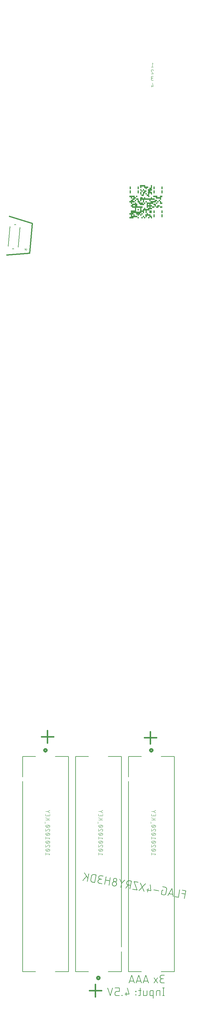
<source format=gbr>
G04 EAGLE Gerber RS-274X export*
G75*
%MOMM*%
%FSLAX34Y34*%
%LPD*%
%INSilkscreen Bottom*%
%IPPOS*%
%AMOC8*
5,1,8,0,0,1.08239X$1,22.5*%
G01*
%ADD10C,0.203200*%
%ADD11C,0.304800*%
%ADD12R,0.406400X0.101600*%
%ADD13R,0.203200X0.101600*%
%ADD14R,0.609600X0.101600*%
%ADD15R,0.381000X0.127000*%
%ADD16R,1.143000X0.127000*%
%ADD17R,0.762000X0.127000*%
%ADD18R,1.905000X0.127000*%
%ADD19R,1.524000X0.127000*%
%ADD20R,3.048000X0.127000*%
%ADD21R,4.191000X0.127000*%
%ADD22C,0.101600*%
%ADD23C,0.457200*%
%ADD24C,0.152400*%
%ADD25C,0.076200*%
%ADD26C,0.508000*%


D10*
X247842Y-2473291D02*
X251723Y-2451279D01*
X241940Y-2449553D01*
X240215Y-2459337D02*
X249998Y-2461062D01*
X234458Y-2448234D02*
X230576Y-2470247D01*
X220793Y-2468521D01*
X215224Y-2467540D02*
X211768Y-2444233D01*
X200549Y-2464952D01*
X203354Y-2459772D02*
X214360Y-2461713D01*
X187011Y-2449955D02*
X183342Y-2449309D01*
X181186Y-2461538D01*
X188523Y-2462831D01*
X188523Y-2462832D02*
X188661Y-2462854D01*
X188799Y-2462872D01*
X188938Y-2462887D01*
X189077Y-2462897D01*
X189216Y-2462904D01*
X189355Y-2462907D01*
X189494Y-2462906D01*
X189634Y-2462901D01*
X189773Y-2462892D01*
X189911Y-2462879D01*
X190050Y-2462862D01*
X190187Y-2462842D01*
X190325Y-2462818D01*
X190461Y-2462789D01*
X190597Y-2462757D01*
X190731Y-2462721D01*
X190865Y-2462682D01*
X190997Y-2462638D01*
X191128Y-2462591D01*
X191258Y-2462541D01*
X191386Y-2462486D01*
X191513Y-2462428D01*
X191638Y-2462367D01*
X191762Y-2462302D01*
X191883Y-2462234D01*
X192002Y-2462162D01*
X192120Y-2462087D01*
X192235Y-2462009D01*
X192348Y-2461927D01*
X192459Y-2461843D01*
X192567Y-2461755D01*
X192673Y-2461664D01*
X192776Y-2461571D01*
X192876Y-2461474D01*
X192974Y-2461375D01*
X193069Y-2461273D01*
X193161Y-2461168D01*
X193250Y-2461061D01*
X193336Y-2460951D01*
X193419Y-2460839D01*
X193499Y-2460725D01*
X193575Y-2460609D01*
X193648Y-2460490D01*
X193718Y-2460370D01*
X193785Y-2460247D01*
X193848Y-2460123D01*
X193907Y-2459997D01*
X193963Y-2459869D01*
X194015Y-2459740D01*
X194064Y-2459610D01*
X194109Y-2459478D01*
X194150Y-2459345D01*
X194188Y-2459211D01*
X194221Y-2459075D01*
X194251Y-2458939D01*
X194278Y-2458802D01*
X194277Y-2458802D02*
X196434Y-2446573D01*
X196434Y-2446574D02*
X196456Y-2446436D01*
X196474Y-2446298D01*
X196489Y-2446159D01*
X196499Y-2446020D01*
X196506Y-2445881D01*
X196509Y-2445742D01*
X196508Y-2445603D01*
X196503Y-2445463D01*
X196494Y-2445324D01*
X196481Y-2445186D01*
X196464Y-2445047D01*
X196444Y-2444910D01*
X196420Y-2444772D01*
X196391Y-2444636D01*
X196359Y-2444500D01*
X196323Y-2444366D01*
X196284Y-2444232D01*
X196240Y-2444100D01*
X196193Y-2443969D01*
X196143Y-2443839D01*
X196088Y-2443711D01*
X196030Y-2443584D01*
X195969Y-2443459D01*
X195904Y-2443336D01*
X195836Y-2443214D01*
X195764Y-2443095D01*
X195689Y-2442977D01*
X195611Y-2442862D01*
X195529Y-2442749D01*
X195445Y-2442638D01*
X195357Y-2442530D01*
X195266Y-2442424D01*
X195173Y-2442321D01*
X195076Y-2442221D01*
X194977Y-2442123D01*
X194875Y-2442028D01*
X194770Y-2441936D01*
X194663Y-2441847D01*
X194553Y-2441761D01*
X194441Y-2441678D01*
X194327Y-2441598D01*
X194211Y-2441522D01*
X194092Y-2441449D01*
X193972Y-2441379D01*
X193849Y-2441312D01*
X193725Y-2441249D01*
X193599Y-2441190D01*
X193471Y-2441134D01*
X193342Y-2441082D01*
X193212Y-2441033D01*
X193080Y-2440988D01*
X192947Y-2440947D01*
X192813Y-2440909D01*
X192677Y-2440876D01*
X192541Y-2440846D01*
X192405Y-2440819D01*
X185067Y-2439525D01*
X174233Y-2451485D02*
X159558Y-2448898D01*
X151113Y-2451191D02*
X149240Y-2433208D01*
X151113Y-2451191D02*
X138884Y-2449035D01*
X143415Y-2444790D02*
X141690Y-2454573D01*
X131551Y-2452786D02*
X120758Y-2428186D01*
X135433Y-2430773D02*
X116876Y-2450198D01*
X114952Y-2427162D02*
X102723Y-2425006D01*
X111070Y-2449174D01*
X98841Y-2447018D01*
X91077Y-2445649D02*
X94958Y-2423636D01*
X88844Y-2422558D01*
X88690Y-2422533D01*
X88536Y-2422512D01*
X88381Y-2422494D01*
X88225Y-2422481D01*
X88069Y-2422471D01*
X87913Y-2422466D01*
X87757Y-2422464D01*
X87601Y-2422466D01*
X87445Y-2422472D01*
X87290Y-2422482D01*
X87134Y-2422496D01*
X86979Y-2422514D01*
X86825Y-2422536D01*
X86671Y-2422561D01*
X86518Y-2422591D01*
X86365Y-2422624D01*
X86213Y-2422661D01*
X86063Y-2422702D01*
X85913Y-2422747D01*
X85765Y-2422795D01*
X85618Y-2422847D01*
X85472Y-2422903D01*
X85328Y-2422963D01*
X85185Y-2423026D01*
X85044Y-2423092D01*
X84905Y-2423163D01*
X84767Y-2423236D01*
X84632Y-2423313D01*
X84498Y-2423394D01*
X84366Y-2423478D01*
X84237Y-2423565D01*
X84109Y-2423655D01*
X83984Y-2423748D01*
X83862Y-2423845D01*
X83742Y-2423945D01*
X83624Y-2424047D01*
X83509Y-2424153D01*
X83397Y-2424261D01*
X83288Y-2424372D01*
X83181Y-2424486D01*
X83077Y-2424603D01*
X82976Y-2424722D01*
X82879Y-2424844D01*
X82784Y-2424968D01*
X82692Y-2425094D01*
X82604Y-2425223D01*
X82519Y-2425353D01*
X82437Y-2425486D01*
X82359Y-2425621D01*
X82284Y-2425758D01*
X82212Y-2425897D01*
X82144Y-2426037D01*
X82080Y-2426179D01*
X82019Y-2426323D01*
X81962Y-2426468D01*
X81908Y-2426615D01*
X81858Y-2426763D01*
X81812Y-2426912D01*
X81770Y-2427062D01*
X81731Y-2427213D01*
X81696Y-2427365D01*
X81665Y-2427518D01*
X81638Y-2427672D01*
X81615Y-2427826D01*
X81596Y-2427981D01*
X81580Y-2428136D01*
X81569Y-2428292D01*
X81561Y-2428448D01*
X81557Y-2428604D01*
X81558Y-2428760D01*
X81562Y-2428916D01*
X81570Y-2429072D01*
X81582Y-2429227D01*
X81598Y-2429382D01*
X81617Y-2429537D01*
X81641Y-2429691D01*
X81669Y-2429845D01*
X81700Y-2429998D01*
X81735Y-2430150D01*
X81774Y-2430301D01*
X81817Y-2430451D01*
X81864Y-2430600D01*
X81914Y-2430748D01*
X81968Y-2430894D01*
X82025Y-2431039D01*
X82087Y-2431183D01*
X82152Y-2431325D01*
X82220Y-2431465D01*
X82292Y-2431603D01*
X82367Y-2431740D01*
X82446Y-2431875D01*
X82528Y-2432007D01*
X82614Y-2432138D01*
X82702Y-2432266D01*
X82794Y-2432392D01*
X82889Y-2432516D01*
X82987Y-2432637D01*
X83089Y-2432756D01*
X83193Y-2432873D01*
X83300Y-2432986D01*
X83409Y-2433097D01*
X83522Y-2433205D01*
X83637Y-2433310D01*
X83755Y-2433413D01*
X83875Y-2433512D01*
X83998Y-2433608D01*
X84123Y-2433701D01*
X84251Y-2433791D01*
X84381Y-2433878D01*
X84513Y-2433961D01*
X84647Y-2434041D01*
X84782Y-2434118D01*
X84920Y-2434191D01*
X85060Y-2434261D01*
X85201Y-2434327D01*
X85344Y-2434390D01*
X85488Y-2434449D01*
X85634Y-2434505D01*
X85781Y-2434556D01*
X85930Y-2434604D01*
X86080Y-2434649D01*
X86230Y-2434689D01*
X86382Y-2434726D01*
X86535Y-2434759D01*
X86688Y-2434788D01*
X86687Y-2434787D02*
X92802Y-2435866D01*
X85465Y-2434572D02*
X78848Y-2443493D01*
X67160Y-2429453D02*
X76330Y-2420352D01*
X67160Y-2429453D02*
X61656Y-2417764D01*
X67160Y-2429453D02*
X65112Y-2441070D01*
X52383Y-2432521D02*
X52408Y-2432367D01*
X52429Y-2432213D01*
X52447Y-2432058D01*
X52460Y-2431902D01*
X52470Y-2431746D01*
X52475Y-2431590D01*
X52477Y-2431434D01*
X52475Y-2431278D01*
X52469Y-2431122D01*
X52459Y-2430967D01*
X52445Y-2430811D01*
X52427Y-2430656D01*
X52405Y-2430502D01*
X52380Y-2430348D01*
X52350Y-2430195D01*
X52317Y-2430042D01*
X52280Y-2429891D01*
X52239Y-2429740D01*
X52194Y-2429590D01*
X52146Y-2429442D01*
X52094Y-2429295D01*
X52038Y-2429149D01*
X51978Y-2429005D01*
X51915Y-2428862D01*
X51849Y-2428721D01*
X51778Y-2428582D01*
X51705Y-2428444D01*
X51628Y-2428309D01*
X51547Y-2428175D01*
X51464Y-2428043D01*
X51376Y-2427914D01*
X51286Y-2427786D01*
X51193Y-2427662D01*
X51096Y-2427539D01*
X50996Y-2427419D01*
X50894Y-2427301D01*
X50788Y-2427186D01*
X50680Y-2427074D01*
X50569Y-2426965D01*
X50455Y-2426858D01*
X50338Y-2426754D01*
X50219Y-2426653D01*
X50097Y-2426556D01*
X49973Y-2426461D01*
X49847Y-2426369D01*
X49718Y-2426281D01*
X49588Y-2426196D01*
X49455Y-2426114D01*
X49320Y-2426036D01*
X49183Y-2425961D01*
X49044Y-2425889D01*
X48904Y-2425821D01*
X48762Y-2425757D01*
X48618Y-2425696D01*
X48473Y-2425639D01*
X48326Y-2425585D01*
X48178Y-2425535D01*
X48029Y-2425489D01*
X47879Y-2425447D01*
X47728Y-2425408D01*
X47576Y-2425373D01*
X47423Y-2425342D01*
X47269Y-2425315D01*
X47115Y-2425292D01*
X46960Y-2425273D01*
X46805Y-2425257D01*
X46649Y-2425246D01*
X46493Y-2425238D01*
X46337Y-2425234D01*
X46181Y-2425235D01*
X46025Y-2425239D01*
X45869Y-2425247D01*
X45714Y-2425259D01*
X45559Y-2425275D01*
X45404Y-2425294D01*
X45250Y-2425318D01*
X45096Y-2425346D01*
X44943Y-2425377D01*
X44791Y-2425412D01*
X44640Y-2425451D01*
X44490Y-2425494D01*
X44341Y-2425541D01*
X44193Y-2425591D01*
X44047Y-2425645D01*
X43902Y-2425703D01*
X43758Y-2425764D01*
X43616Y-2425829D01*
X43476Y-2425897D01*
X43338Y-2425969D01*
X43201Y-2426044D01*
X43066Y-2426123D01*
X42934Y-2426205D01*
X42803Y-2426291D01*
X42675Y-2426379D01*
X42549Y-2426471D01*
X42425Y-2426566D01*
X42304Y-2426664D01*
X42185Y-2426766D01*
X42068Y-2426870D01*
X41955Y-2426977D01*
X41844Y-2427086D01*
X41736Y-2427199D01*
X41631Y-2427314D01*
X41528Y-2427432D01*
X41429Y-2427552D01*
X41333Y-2427675D01*
X41240Y-2427801D01*
X41150Y-2427928D01*
X41063Y-2428058D01*
X40980Y-2428190D01*
X40899Y-2428324D01*
X40823Y-2428459D01*
X40750Y-2428597D01*
X40680Y-2428737D01*
X40614Y-2428878D01*
X40551Y-2429021D01*
X40492Y-2429165D01*
X40436Y-2429311D01*
X40385Y-2429459D01*
X40337Y-2429607D01*
X40292Y-2429757D01*
X40252Y-2429907D01*
X40215Y-2430059D01*
X40182Y-2430212D01*
X40153Y-2430365D01*
X40128Y-2430520D01*
X40107Y-2430676D01*
X40089Y-2430832D01*
X40076Y-2430989D01*
X40066Y-2431146D01*
X40061Y-2431303D01*
X40059Y-2431461D01*
X40061Y-2431618D01*
X40068Y-2431775D01*
X40078Y-2431932D01*
X40093Y-2432089D01*
X40111Y-2432245D01*
X40133Y-2432401D01*
X40160Y-2432556D01*
X40190Y-2432710D01*
X40224Y-2432864D01*
X40262Y-2433016D01*
X40303Y-2433168D01*
X40349Y-2433319D01*
X40398Y-2433468D01*
X40452Y-2433616D01*
X40509Y-2433763D01*
X40569Y-2433908D01*
X40633Y-2434051D01*
X40701Y-2434193D01*
X40773Y-2434333D01*
X40848Y-2434472D01*
X40926Y-2434608D01*
X41008Y-2434742D01*
X41093Y-2434874D01*
X41182Y-2435004D01*
X41274Y-2435132D01*
X41369Y-2435257D01*
X41467Y-2435380D01*
X41568Y-2435501D01*
X41673Y-2435618D01*
X41780Y-2435733D01*
X41890Y-2435846D01*
X42003Y-2435955D01*
X42119Y-2436062D01*
X42237Y-2436166D01*
X42358Y-2436266D01*
X42481Y-2436364D01*
X42607Y-2436458D01*
X42735Y-2436549D01*
X42866Y-2436637D01*
X42999Y-2436721D01*
X43133Y-2436803D01*
X43270Y-2436880D01*
X43409Y-2436954D01*
X43549Y-2437025D01*
X43692Y-2437092D01*
X43836Y-2437156D01*
X43981Y-2437215D01*
X44128Y-2437272D01*
X44276Y-2437324D01*
X44426Y-2437372D01*
X44577Y-2437417D01*
X44729Y-2437458D01*
X44882Y-2437495D01*
X45035Y-2437528D01*
X45190Y-2437558D01*
X45345Y-2437583D01*
X45501Y-2437604D01*
X45657Y-2437622D01*
X45814Y-2437635D01*
X45971Y-2437645D01*
X46128Y-2437650D01*
X46285Y-2437652D01*
X46443Y-2437650D01*
X46600Y-2437643D01*
X46757Y-2437633D01*
X46914Y-2437618D01*
X47070Y-2437600D01*
X47225Y-2437578D01*
X47381Y-2437552D01*
X47535Y-2437521D01*
X47689Y-2437487D01*
X47841Y-2437449D01*
X47993Y-2437408D01*
X48143Y-2437362D01*
X48293Y-2437313D01*
X48441Y-2437259D01*
X48587Y-2437203D01*
X48733Y-2437142D01*
X48876Y-2437078D01*
X49018Y-2437010D01*
X49158Y-2436938D01*
X49296Y-2436863D01*
X49433Y-2436785D01*
X49567Y-2436703D01*
X49699Y-2436618D01*
X49829Y-2436529D01*
X49957Y-2436437D01*
X50082Y-2436342D01*
X50205Y-2436244D01*
X50326Y-2436143D01*
X50443Y-2436038D01*
X50558Y-2435931D01*
X50671Y-2435821D01*
X50780Y-2435708D01*
X50887Y-2435592D01*
X50990Y-2435474D01*
X51091Y-2435353D01*
X51189Y-2435230D01*
X51283Y-2435104D01*
X51374Y-2434976D01*
X51462Y-2434845D01*
X51546Y-2434713D01*
X51628Y-2434578D01*
X51705Y-2434441D01*
X51779Y-2434302D01*
X51850Y-2434162D01*
X51917Y-2434020D01*
X51981Y-2433876D01*
X52040Y-2433730D01*
X52097Y-2433583D01*
X52149Y-2433435D01*
X52197Y-2433285D01*
X52242Y-2433134D01*
X52283Y-2432982D01*
X52320Y-2432830D01*
X52353Y-2432676D01*
X52383Y-2432521D01*
X53100Y-2421299D02*
X53122Y-2421161D01*
X53141Y-2421021D01*
X53155Y-2420882D01*
X53166Y-2420741D01*
X53172Y-2420601D01*
X53175Y-2420460D01*
X53174Y-2420320D01*
X53168Y-2420179D01*
X53159Y-2420039D01*
X53146Y-2419899D01*
X53129Y-2419760D01*
X53107Y-2419621D01*
X53082Y-2419482D01*
X53053Y-2419345D01*
X53021Y-2419208D01*
X52984Y-2419072D01*
X52943Y-2418938D01*
X52899Y-2418804D01*
X52851Y-2418672D01*
X52799Y-2418542D01*
X52744Y-2418412D01*
X52685Y-2418285D01*
X52622Y-2418159D01*
X52556Y-2418035D01*
X52486Y-2417913D01*
X52413Y-2417793D01*
X52336Y-2417675D01*
X52256Y-2417559D01*
X52173Y-2417446D01*
X52087Y-2417335D01*
X51998Y-2417226D01*
X51905Y-2417120D01*
X51810Y-2417017D01*
X51712Y-2416917D01*
X51611Y-2416819D01*
X51507Y-2416724D01*
X51401Y-2416632D01*
X51292Y-2416543D01*
X51180Y-2416458D01*
X51067Y-2416375D01*
X50950Y-2416296D01*
X50832Y-2416220D01*
X50712Y-2416147D01*
X50589Y-2416078D01*
X50465Y-2416012D01*
X50339Y-2415950D01*
X50211Y-2415892D01*
X50082Y-2415837D01*
X49951Y-2415786D01*
X49818Y-2415738D01*
X49685Y-2415695D01*
X49550Y-2415655D01*
X49414Y-2415619D01*
X49277Y-2415586D01*
X49140Y-2415558D01*
X49001Y-2415534D01*
X48862Y-2415513D01*
X48723Y-2415497D01*
X48583Y-2415484D01*
X48442Y-2415476D01*
X48302Y-2415471D01*
X48161Y-2415470D01*
X48021Y-2415474D01*
X47880Y-2415481D01*
X47740Y-2415492D01*
X47600Y-2415507D01*
X47461Y-2415526D01*
X47322Y-2415550D01*
X47184Y-2415577D01*
X47047Y-2415608D01*
X46911Y-2415642D01*
X46776Y-2415681D01*
X46642Y-2415723D01*
X46509Y-2415770D01*
X46378Y-2415819D01*
X46248Y-2415873D01*
X46119Y-2415930D01*
X45993Y-2415991D01*
X45868Y-2416056D01*
X45745Y-2416124D01*
X45624Y-2416195D01*
X45505Y-2416270D01*
X45388Y-2416348D01*
X45273Y-2416430D01*
X45161Y-2416514D01*
X45051Y-2416602D01*
X44944Y-2416693D01*
X44839Y-2416787D01*
X44737Y-2416884D01*
X44638Y-2416983D01*
X44542Y-2417086D01*
X44449Y-2417191D01*
X44358Y-2417298D01*
X44271Y-2417409D01*
X44187Y-2417521D01*
X44106Y-2417636D01*
X44028Y-2417753D01*
X43954Y-2417873D01*
X43883Y-2417994D01*
X43816Y-2418118D01*
X43752Y-2418243D01*
X43692Y-2418370D01*
X43635Y-2418498D01*
X43582Y-2418629D01*
X43533Y-2418760D01*
X43487Y-2418893D01*
X43445Y-2419027D01*
X43407Y-2419163D01*
X43373Y-2419299D01*
X43343Y-2419436D01*
X43316Y-2419574D01*
X43294Y-2419712D01*
X43276Y-2419850D01*
X43261Y-2419989D01*
X43251Y-2420128D01*
X43244Y-2420267D01*
X43241Y-2420406D01*
X43242Y-2420545D01*
X43247Y-2420685D01*
X43256Y-2420824D01*
X43269Y-2420962D01*
X43286Y-2421101D01*
X43306Y-2421238D01*
X43330Y-2421376D01*
X43359Y-2421512D01*
X43391Y-2421648D01*
X43427Y-2421782D01*
X43466Y-2421916D01*
X43510Y-2422048D01*
X43557Y-2422179D01*
X43607Y-2422309D01*
X43662Y-2422437D01*
X43720Y-2422564D01*
X43781Y-2422689D01*
X43846Y-2422812D01*
X43914Y-2422934D01*
X43986Y-2423053D01*
X44061Y-2423171D01*
X44139Y-2423286D01*
X44221Y-2423399D01*
X44305Y-2423510D01*
X44393Y-2423618D01*
X44484Y-2423724D01*
X44577Y-2423827D01*
X44674Y-2423927D01*
X44773Y-2424025D01*
X44875Y-2424120D01*
X44980Y-2424212D01*
X45087Y-2424301D01*
X45197Y-2424387D01*
X45309Y-2424470D01*
X45423Y-2424550D01*
X45539Y-2424626D01*
X45658Y-2424699D01*
X45778Y-2424769D01*
X45901Y-2424836D01*
X46025Y-2424899D01*
X46151Y-2424958D01*
X46279Y-2425014D01*
X46408Y-2425066D01*
X46538Y-2425115D01*
X46670Y-2425160D01*
X46803Y-2425201D01*
X46937Y-2425239D01*
X47073Y-2425272D01*
X47209Y-2425302D01*
X47345Y-2425329D01*
X47483Y-2425351D01*
X47621Y-2425369D01*
X47760Y-2425384D01*
X47899Y-2425394D01*
X48038Y-2425401D01*
X48177Y-2425404D01*
X48316Y-2425403D01*
X48456Y-2425398D01*
X48595Y-2425389D01*
X48733Y-2425376D01*
X48872Y-2425359D01*
X49009Y-2425339D01*
X49147Y-2425315D01*
X49283Y-2425286D01*
X49419Y-2425254D01*
X49553Y-2425218D01*
X49687Y-2425179D01*
X49819Y-2425135D01*
X49950Y-2425088D01*
X50080Y-2425038D01*
X50208Y-2424983D01*
X50335Y-2424925D01*
X50460Y-2424864D01*
X50583Y-2424799D01*
X50705Y-2424731D01*
X50824Y-2424659D01*
X50942Y-2424584D01*
X51057Y-2424506D01*
X51170Y-2424424D01*
X51281Y-2424340D01*
X51389Y-2424252D01*
X51495Y-2424161D01*
X51598Y-2424068D01*
X51698Y-2423971D01*
X51796Y-2423872D01*
X51891Y-2423770D01*
X51983Y-2423665D01*
X52072Y-2423558D01*
X52158Y-2423448D01*
X52241Y-2423336D01*
X52321Y-2423222D01*
X52397Y-2423106D01*
X52470Y-2422987D01*
X52540Y-2422867D01*
X52607Y-2422744D01*
X52670Y-2422620D01*
X52729Y-2422494D01*
X52785Y-2422366D01*
X52837Y-2422237D01*
X52886Y-2422107D01*
X52931Y-2421975D01*
X52972Y-2421842D01*
X53010Y-2421708D01*
X53043Y-2421572D01*
X53073Y-2421436D01*
X53100Y-2421299D01*
X34599Y-2412993D02*
X30718Y-2435006D01*
X32874Y-2422777D02*
X20645Y-2420620D01*
X22370Y-2410837D02*
X18489Y-2432850D01*
X10132Y-2431376D02*
X4017Y-2430298D01*
X3862Y-2430268D01*
X3708Y-2430235D01*
X3556Y-2430198D01*
X3404Y-2430157D01*
X3253Y-2430112D01*
X3103Y-2430064D01*
X2955Y-2430012D01*
X2808Y-2429955D01*
X2662Y-2429896D01*
X2519Y-2429832D01*
X2376Y-2429765D01*
X2236Y-2429694D01*
X2097Y-2429620D01*
X1960Y-2429543D01*
X1825Y-2429461D01*
X1693Y-2429377D01*
X1562Y-2429289D01*
X1434Y-2429198D01*
X1308Y-2429104D01*
X1185Y-2429006D01*
X1064Y-2428905D01*
X946Y-2428802D01*
X830Y-2428695D01*
X717Y-2428586D01*
X607Y-2428473D01*
X500Y-2428358D01*
X395Y-2428241D01*
X294Y-2428120D01*
X196Y-2427997D01*
X101Y-2427872D01*
X9Y-2427744D01*
X-80Y-2427614D01*
X-165Y-2427482D01*
X-247Y-2427348D01*
X-325Y-2427212D01*
X-400Y-2427073D01*
X-472Y-2426933D01*
X-540Y-2426791D01*
X-604Y-2426648D01*
X-665Y-2426502D01*
X-721Y-2426356D01*
X-775Y-2426208D01*
X-824Y-2426058D01*
X-870Y-2425908D01*
X-911Y-2425756D01*
X-949Y-2425604D01*
X-983Y-2425450D01*
X-1014Y-2425296D01*
X-1040Y-2425140D01*
X-1062Y-2424985D01*
X-1080Y-2424829D01*
X-1095Y-2424672D01*
X-1105Y-2424515D01*
X-1112Y-2424358D01*
X-1114Y-2424200D01*
X-1112Y-2424043D01*
X-1107Y-2423886D01*
X-1097Y-2423729D01*
X-1084Y-2423572D01*
X-1066Y-2423416D01*
X-1045Y-2423260D01*
X-1020Y-2423105D01*
X-990Y-2422950D01*
X-957Y-2422797D01*
X-920Y-2422644D01*
X-879Y-2422492D01*
X-834Y-2422341D01*
X-786Y-2422191D01*
X-734Y-2422043D01*
X-677Y-2421896D01*
X-618Y-2421751D01*
X-554Y-2421607D01*
X-487Y-2421464D01*
X-416Y-2421324D01*
X-342Y-2421185D01*
X-265Y-2421048D01*
X-183Y-2420914D01*
X-99Y-2420781D01*
X-11Y-2420650D01*
X80Y-2420522D01*
X174Y-2420396D01*
X272Y-2420273D01*
X372Y-2420152D01*
X476Y-2420034D01*
X583Y-2419918D01*
X692Y-2419805D01*
X805Y-2419695D01*
X920Y-2419588D01*
X1037Y-2419483D01*
X1158Y-2419382D01*
X1281Y-2419284D01*
X1406Y-2419189D01*
X1534Y-2419097D01*
X1664Y-2419008D01*
X1796Y-2418923D01*
X1930Y-2418841D01*
X2066Y-2418763D01*
X2205Y-2418688D01*
X2345Y-2418616D01*
X2487Y-2418548D01*
X2630Y-2418484D01*
X2776Y-2418424D01*
X2922Y-2418367D01*
X3070Y-2418313D01*
X3220Y-2418264D01*
X3370Y-2418218D01*
X3522Y-2418177D01*
X3674Y-2418139D01*
X3828Y-2418105D01*
X3982Y-2418075D01*
X4137Y-2418048D01*
X4293Y-2418026D01*
X4449Y-2418008D01*
X4606Y-2417993D01*
X4763Y-2417983D01*
X4920Y-2417976D01*
X5077Y-2417974D01*
X5235Y-2417976D01*
X5392Y-2417981D01*
X5549Y-2417991D01*
X5706Y-2418004D01*
X5862Y-2418022D01*
X6018Y-2418043D01*
X6173Y-2418068D01*
X6676Y-2408070D02*
X14013Y-2409364D01*
X6676Y-2408069D02*
X6538Y-2408047D01*
X6400Y-2408029D01*
X6261Y-2408014D01*
X6122Y-2408004D01*
X5983Y-2407997D01*
X5844Y-2407994D01*
X5705Y-2407995D01*
X5565Y-2408000D01*
X5426Y-2408009D01*
X5288Y-2408022D01*
X5149Y-2408039D01*
X5012Y-2408059D01*
X4874Y-2408083D01*
X4738Y-2408112D01*
X4602Y-2408144D01*
X4468Y-2408180D01*
X4334Y-2408219D01*
X4202Y-2408263D01*
X4071Y-2408310D01*
X3941Y-2408360D01*
X3813Y-2408415D01*
X3686Y-2408473D01*
X3561Y-2408534D01*
X3438Y-2408599D01*
X3316Y-2408667D01*
X3197Y-2408739D01*
X3079Y-2408814D01*
X2964Y-2408892D01*
X2851Y-2408974D01*
X2740Y-2409058D01*
X2632Y-2409146D01*
X2526Y-2409237D01*
X2423Y-2409330D01*
X2323Y-2409427D01*
X2225Y-2409526D01*
X2130Y-2409628D01*
X2038Y-2409733D01*
X1949Y-2409840D01*
X1863Y-2409950D01*
X1780Y-2410062D01*
X1700Y-2410176D01*
X1624Y-2410292D01*
X1551Y-2410411D01*
X1481Y-2410531D01*
X1414Y-2410654D01*
X1351Y-2410778D01*
X1292Y-2410904D01*
X1236Y-2411032D01*
X1184Y-2411161D01*
X1135Y-2411291D01*
X1090Y-2411423D01*
X1049Y-2411556D01*
X1011Y-2411690D01*
X978Y-2411826D01*
X948Y-2411962D01*
X921Y-2412098D01*
X899Y-2412236D01*
X881Y-2412374D01*
X866Y-2412513D01*
X856Y-2412652D01*
X849Y-2412791D01*
X846Y-2412930D01*
X847Y-2413069D01*
X852Y-2413209D01*
X861Y-2413348D01*
X874Y-2413486D01*
X891Y-2413625D01*
X911Y-2413762D01*
X935Y-2413900D01*
X964Y-2414036D01*
X996Y-2414172D01*
X1032Y-2414306D01*
X1071Y-2414440D01*
X1115Y-2414572D01*
X1162Y-2414703D01*
X1212Y-2414833D01*
X1267Y-2414961D01*
X1325Y-2415088D01*
X1386Y-2415213D01*
X1451Y-2415336D01*
X1519Y-2415458D01*
X1591Y-2415577D01*
X1666Y-2415695D01*
X1744Y-2415810D01*
X1826Y-2415923D01*
X1910Y-2416034D01*
X1998Y-2416142D01*
X2089Y-2416248D01*
X2182Y-2416351D01*
X2279Y-2416451D01*
X2378Y-2416549D01*
X2480Y-2416644D01*
X2585Y-2416736D01*
X2692Y-2416825D01*
X2802Y-2416911D01*
X2914Y-2416994D01*
X3028Y-2417074D01*
X3144Y-2417150D01*
X3263Y-2417223D01*
X3383Y-2417293D01*
X3506Y-2417360D01*
X3630Y-2417423D01*
X3756Y-2417482D01*
X3884Y-2417538D01*
X4013Y-2417590D01*
X4143Y-2417639D01*
X4275Y-2417684D01*
X4408Y-2417725D01*
X4542Y-2417763D01*
X4678Y-2417796D01*
X4814Y-2417826D01*
X4950Y-2417853D01*
X4951Y-2417853D02*
X9842Y-2418716D01*
X-6573Y-2405734D02*
X-10454Y-2427746D01*
X-6573Y-2405734D02*
X-12688Y-2404655D01*
X-12841Y-2404630D01*
X-12994Y-2404609D01*
X-13148Y-2404592D01*
X-13302Y-2404578D01*
X-13457Y-2404569D01*
X-13611Y-2404563D01*
X-13766Y-2404561D01*
X-13921Y-2404563D01*
X-14075Y-2404569D01*
X-14230Y-2404578D01*
X-14384Y-2404592D01*
X-14538Y-2404609D01*
X-14691Y-2404630D01*
X-14844Y-2404655D01*
X-14996Y-2404684D01*
X-15148Y-2404717D01*
X-15298Y-2404753D01*
X-15448Y-2404793D01*
X-15596Y-2404837D01*
X-15743Y-2404884D01*
X-15890Y-2404935D01*
X-16034Y-2404990D01*
X-16178Y-2405049D01*
X-16320Y-2405110D01*
X-16460Y-2405176D01*
X-16599Y-2405245D01*
X-16735Y-2405317D01*
X-16871Y-2405393D01*
X-17004Y-2405472D01*
X-17135Y-2405554D01*
X-17264Y-2405640D01*
X-17390Y-2405729D01*
X-17515Y-2405821D01*
X-17637Y-2405916D01*
X-17757Y-2406014D01*
X-17874Y-2406115D01*
X-17989Y-2406218D01*
X-18101Y-2406325D01*
X-18211Y-2406435D01*
X-18318Y-2406547D01*
X-18421Y-2406662D01*
X-18522Y-2406779D01*
X-18620Y-2406899D01*
X-18715Y-2407021D01*
X-18807Y-2407146D01*
X-18896Y-2407272D01*
X-18982Y-2407401D01*
X-19064Y-2407532D01*
X-19143Y-2407666D01*
X-19219Y-2407801D01*
X-19291Y-2407937D01*
X-19360Y-2408076D01*
X-19426Y-2408216D01*
X-19487Y-2408358D01*
X-19546Y-2408502D01*
X-19601Y-2408646D01*
X-19652Y-2408793D01*
X-19699Y-2408940D01*
X-19743Y-2409088D01*
X-19783Y-2409238D01*
X-19819Y-2409388D01*
X-19852Y-2409540D01*
X-19881Y-2409692D01*
X-19880Y-2409692D02*
X-21605Y-2419475D01*
X-21606Y-2419475D02*
X-21631Y-2419630D01*
X-21652Y-2419786D01*
X-21670Y-2419942D01*
X-21683Y-2420099D01*
X-21693Y-2420256D01*
X-21698Y-2420413D01*
X-21700Y-2420571D01*
X-21698Y-2420728D01*
X-21691Y-2420885D01*
X-21681Y-2421042D01*
X-21666Y-2421199D01*
X-21648Y-2421355D01*
X-21626Y-2421511D01*
X-21600Y-2421666D01*
X-21569Y-2421820D01*
X-21535Y-2421974D01*
X-21497Y-2422126D01*
X-21456Y-2422278D01*
X-21410Y-2422428D01*
X-21361Y-2422578D01*
X-21307Y-2422726D01*
X-21251Y-2422872D01*
X-21190Y-2423018D01*
X-21126Y-2423161D01*
X-21058Y-2423303D01*
X-20986Y-2423443D01*
X-20911Y-2423581D01*
X-20833Y-2423718D01*
X-20751Y-2423852D01*
X-20666Y-2423984D01*
X-20577Y-2424114D01*
X-20485Y-2424242D01*
X-20390Y-2424367D01*
X-20292Y-2424490D01*
X-20191Y-2424611D01*
X-20086Y-2424728D01*
X-19979Y-2424843D01*
X-19869Y-2424956D01*
X-19756Y-2425065D01*
X-19640Y-2425172D01*
X-19522Y-2425275D01*
X-19401Y-2425376D01*
X-19278Y-2425474D01*
X-19152Y-2425568D01*
X-19024Y-2425659D01*
X-18893Y-2425747D01*
X-18761Y-2425831D01*
X-18626Y-2425913D01*
X-18489Y-2425990D01*
X-18350Y-2426064D01*
X-18210Y-2426135D01*
X-18067Y-2426202D01*
X-17924Y-2426266D01*
X-17778Y-2426325D01*
X-17631Y-2426382D01*
X-17483Y-2426434D01*
X-17333Y-2426482D01*
X-17182Y-2426527D01*
X-17030Y-2426568D01*
X-16878Y-2426605D01*
X-16724Y-2426638D01*
X-16569Y-2426668D01*
X-10454Y-2427746D01*
X-31870Y-2423970D02*
X-27988Y-2401958D01*
X-40217Y-2399801D02*
X-30360Y-2415410D01*
X-34389Y-2409655D02*
X-44099Y-2421814D01*
D11*
X-190500Y-537210D02*
X-256540Y-516890D01*
X-190500Y-537210D02*
X-198120Y-622300D01*
X-264160Y-627380D01*
D12*
X268732Y29464D03*
D13*
X257556Y29464D03*
D12*
X238252Y29464D03*
D13*
X225044Y29464D03*
D14*
X208788Y29464D03*
D13*
X198628Y29464D03*
D12*
X189484Y29464D03*
X179324Y29464D03*
D13*
X166116Y29464D03*
X157988Y29464D03*
D14*
X143764Y29464D03*
D12*
X122428Y29464D03*
D14*
X111252Y29464D03*
D13*
X105156Y29464D03*
D14*
X88900Y29464D03*
D12*
X75692Y29464D03*
D13*
X68580Y29464D03*
D14*
X60452Y29464D03*
X44196Y29464D03*
D13*
X32004Y29464D03*
D12*
X22860Y29464D03*
D13*
X1524Y29464D03*
D14*
X-8636Y29464D03*
D13*
X-20828Y29464D03*
D12*
X-38100Y29464D03*
X-52324Y29464D03*
D13*
X-65532Y29464D03*
X-79756Y29464D03*
D12*
X-92964Y29464D03*
D14*
X-100076Y29464D03*
D13*
X-116332Y29464D03*
X-136652Y29464D03*
D12*
X-145796Y29464D03*
D13*
X-154940Y29464D03*
D12*
X-172212Y29464D03*
X-186436Y29464D03*
D13*
X-207772Y29464D03*
D12*
X-214884Y29464D03*
D13*
X-221996Y29464D03*
X-230124Y29464D03*
D12*
X-245364Y29464D03*
D14*
X-256540Y29464D03*
D12*
X-267716Y29464D03*
X268732Y30480D03*
D13*
X257556Y30480D03*
D12*
X238252Y30480D03*
D13*
X225044Y30480D03*
D14*
X208788Y30480D03*
D13*
X198628Y30480D03*
D12*
X189484Y30480D03*
X179324Y30480D03*
D13*
X166116Y30480D03*
X157988Y30480D03*
D14*
X143764Y30480D03*
D12*
X122428Y30480D03*
D14*
X111252Y30480D03*
D13*
X105156Y30480D03*
D14*
X88900Y30480D03*
D12*
X75692Y30480D03*
D13*
X68580Y30480D03*
D14*
X60452Y30480D03*
X44196Y30480D03*
D13*
X32004Y30480D03*
D12*
X22860Y30480D03*
D13*
X1524Y30480D03*
D14*
X-8636Y30480D03*
D13*
X-20828Y30480D03*
D12*
X-38100Y30480D03*
X-52324Y30480D03*
D13*
X-65532Y30480D03*
X-79756Y30480D03*
D12*
X-92964Y30480D03*
D14*
X-100076Y30480D03*
D13*
X-116332Y30480D03*
X-136652Y30480D03*
D12*
X-145796Y30480D03*
D13*
X-154940Y30480D03*
D12*
X-172212Y30480D03*
X-186436Y30480D03*
D13*
X-207772Y30480D03*
D12*
X-214884Y30480D03*
D13*
X-221996Y30480D03*
X-230124Y30480D03*
D12*
X-245364Y30480D03*
D14*
X-256540Y30480D03*
D12*
X-267716Y30480D03*
X268732Y31496D03*
D13*
X257556Y31496D03*
D12*
X238252Y31496D03*
D13*
X225044Y31496D03*
D14*
X208788Y31496D03*
D13*
X198628Y31496D03*
D12*
X189484Y31496D03*
X179324Y31496D03*
D13*
X166116Y31496D03*
X157988Y31496D03*
D14*
X143764Y31496D03*
D12*
X122428Y31496D03*
D14*
X111252Y31496D03*
D13*
X105156Y31496D03*
D14*
X88900Y31496D03*
D12*
X75692Y31496D03*
D13*
X68580Y31496D03*
D14*
X60452Y31496D03*
X44196Y31496D03*
D13*
X32004Y31496D03*
D12*
X22860Y31496D03*
D13*
X1524Y31496D03*
D14*
X-8636Y31496D03*
D13*
X-20828Y31496D03*
D12*
X-38100Y31496D03*
X-52324Y31496D03*
D13*
X-65532Y31496D03*
X-79756Y31496D03*
D12*
X-92964Y31496D03*
D14*
X-100076Y31496D03*
D13*
X-116332Y31496D03*
X-136652Y31496D03*
D12*
X-145796Y31496D03*
D13*
X-154940Y31496D03*
D12*
X-172212Y31496D03*
X-186436Y31496D03*
D13*
X-207772Y31496D03*
D12*
X-214884Y31496D03*
D13*
X-221996Y31496D03*
X-230124Y31496D03*
D12*
X-245364Y31496D03*
D14*
X-256540Y31496D03*
D12*
X-267716Y31496D03*
X268732Y32512D03*
D13*
X257556Y32512D03*
D12*
X238252Y32512D03*
D13*
X225044Y32512D03*
D14*
X208788Y32512D03*
D13*
X198628Y32512D03*
D12*
X189484Y32512D03*
X179324Y32512D03*
D13*
X166116Y32512D03*
X157988Y32512D03*
D14*
X143764Y32512D03*
D12*
X122428Y32512D03*
D14*
X111252Y32512D03*
D13*
X105156Y32512D03*
D14*
X88900Y32512D03*
D12*
X75692Y32512D03*
D13*
X68580Y32512D03*
D14*
X60452Y32512D03*
X44196Y32512D03*
D13*
X32004Y32512D03*
D12*
X22860Y32512D03*
D13*
X1524Y32512D03*
D14*
X-8636Y32512D03*
D13*
X-20828Y32512D03*
D12*
X-38100Y32512D03*
X-52324Y32512D03*
D13*
X-65532Y32512D03*
X-79756Y32512D03*
D12*
X-92964Y32512D03*
D14*
X-100076Y32512D03*
D13*
X-116332Y32512D03*
X-136652Y32512D03*
D12*
X-145796Y32512D03*
D13*
X-154940Y32512D03*
D12*
X-172212Y32512D03*
X-186436Y32512D03*
D13*
X-207772Y32512D03*
D12*
X-214884Y32512D03*
D13*
X-221996Y32512D03*
X-230124Y32512D03*
D12*
X-245364Y32512D03*
D14*
X-256540Y32512D03*
D12*
X-267716Y32512D03*
X268732Y33528D03*
D13*
X257556Y33528D03*
D12*
X238252Y33528D03*
D13*
X225044Y33528D03*
D14*
X208788Y33528D03*
D13*
X198628Y33528D03*
D12*
X189484Y33528D03*
X179324Y33528D03*
D13*
X166116Y33528D03*
X157988Y33528D03*
D14*
X143764Y33528D03*
D12*
X122428Y33528D03*
D14*
X111252Y33528D03*
D13*
X105156Y33528D03*
D14*
X88900Y33528D03*
D12*
X75692Y33528D03*
D13*
X68580Y33528D03*
D14*
X60452Y33528D03*
X44196Y33528D03*
D13*
X32004Y33528D03*
D12*
X22860Y33528D03*
D13*
X1524Y33528D03*
D14*
X-8636Y33528D03*
D13*
X-20828Y33528D03*
D12*
X-38100Y33528D03*
X-52324Y33528D03*
D13*
X-65532Y33528D03*
X-79756Y33528D03*
D12*
X-92964Y33528D03*
D14*
X-100076Y33528D03*
D13*
X-116332Y33528D03*
X-136652Y33528D03*
D12*
X-145796Y33528D03*
D13*
X-154940Y33528D03*
D12*
X-172212Y33528D03*
X-186436Y33528D03*
D13*
X-207772Y33528D03*
D12*
X-214884Y33528D03*
D13*
X-221996Y33528D03*
X-230124Y33528D03*
D12*
X-245364Y33528D03*
D14*
X-256540Y33528D03*
D12*
X-267716Y33528D03*
D15*
X152400Y-521970D03*
X144780Y-521970D03*
X133350Y-521970D03*
X125730Y-521970D03*
X114300Y-521970D03*
D16*
X95250Y-521970D03*
D15*
X152400Y-520700D03*
X144780Y-520700D03*
X133350Y-520700D03*
X125730Y-520700D03*
X114300Y-520700D03*
D16*
X95250Y-520700D03*
D15*
X152400Y-519430D03*
X144780Y-519430D03*
X133350Y-519430D03*
X125730Y-519430D03*
X114300Y-519430D03*
D16*
X95250Y-519430D03*
D15*
X182880Y-518160D03*
X160020Y-518160D03*
D17*
X150495Y-518160D03*
D15*
X137160Y-518160D03*
X129540Y-518160D03*
D18*
X102870Y-518160D03*
D15*
X182880Y-516890D03*
X160020Y-516890D03*
D17*
X150495Y-516890D03*
D15*
X137160Y-516890D03*
X129540Y-516890D03*
D18*
X102870Y-516890D03*
D15*
X182880Y-515620D03*
X160020Y-515620D03*
D17*
X150495Y-515620D03*
D15*
X137160Y-515620D03*
X129540Y-515620D03*
D18*
X102870Y-515620D03*
D15*
X182880Y-514350D03*
X160020Y-514350D03*
D19*
X142875Y-514350D03*
D15*
X121920Y-514350D03*
X114300Y-514350D03*
X102870Y-514350D03*
X95250Y-514350D03*
X182880Y-513080D03*
X160020Y-513080D03*
D19*
X142875Y-513080D03*
D15*
X121920Y-513080D03*
X114300Y-513080D03*
X102870Y-513080D03*
X95250Y-513080D03*
X182880Y-511810D03*
X160020Y-511810D03*
D19*
X142875Y-511810D03*
D15*
X121920Y-511810D03*
X114300Y-511810D03*
X102870Y-511810D03*
X95250Y-511810D03*
X140970Y-510540D03*
X125730Y-510540D03*
D16*
X114300Y-510540D03*
X95250Y-510540D03*
D15*
X140970Y-509270D03*
X125730Y-509270D03*
D16*
X114300Y-509270D03*
X95250Y-509270D03*
D15*
X140970Y-508000D03*
X125730Y-508000D03*
D16*
X114300Y-508000D03*
X95250Y-508000D03*
D15*
X182880Y-506730D03*
X160020Y-506730D03*
D17*
X150495Y-506730D03*
D15*
X137160Y-506730D03*
X129540Y-506730D03*
D20*
X108585Y-506730D03*
D15*
X182880Y-505460D03*
X160020Y-505460D03*
D17*
X150495Y-505460D03*
D15*
X137160Y-505460D03*
X129540Y-505460D03*
D20*
X108585Y-505460D03*
D15*
X182880Y-504190D03*
X160020Y-504190D03*
D17*
X150495Y-504190D03*
D15*
X137160Y-504190D03*
X129540Y-504190D03*
D20*
X108585Y-504190D03*
D15*
X182880Y-502920D03*
X160020Y-502920D03*
D17*
X150495Y-502920D03*
D15*
X137160Y-502920D03*
D16*
X125730Y-502920D03*
D19*
X100965Y-502920D03*
D15*
X182880Y-501650D03*
X160020Y-501650D03*
D17*
X150495Y-501650D03*
D15*
X137160Y-501650D03*
D16*
X125730Y-501650D03*
D19*
X100965Y-501650D03*
D15*
X182880Y-500380D03*
X160020Y-500380D03*
D17*
X150495Y-500380D03*
D15*
X137160Y-500380D03*
D16*
X125730Y-500380D03*
D19*
X100965Y-500380D03*
D18*
X137160Y-499110D03*
D15*
X121920Y-499110D03*
X114300Y-499110D03*
X106680Y-499110D03*
D18*
X137160Y-497840D03*
D15*
X121920Y-497840D03*
X114300Y-497840D03*
X106680Y-497840D03*
D18*
X137160Y-496570D03*
D15*
X121920Y-496570D03*
X114300Y-496570D03*
X106680Y-496570D03*
D16*
X148590Y-495300D03*
D15*
X133350Y-495300D03*
X121920Y-495300D03*
X106680Y-495300D03*
D16*
X148590Y-494030D03*
D15*
X133350Y-494030D03*
X121920Y-494030D03*
X106680Y-494030D03*
D16*
X148590Y-492760D03*
D15*
X133350Y-492760D03*
X121920Y-492760D03*
X106680Y-492760D03*
D17*
X180975Y-491490D03*
X169545Y-491490D03*
X158115Y-491490D03*
D15*
X148590Y-491490D03*
X140970Y-491490D03*
D20*
X112395Y-491490D03*
D17*
X180975Y-490220D03*
X169545Y-490220D03*
X158115Y-490220D03*
D15*
X148590Y-490220D03*
X140970Y-490220D03*
D20*
X112395Y-490220D03*
D17*
X180975Y-488950D03*
X169545Y-488950D03*
X158115Y-488950D03*
D15*
X148590Y-488950D03*
X140970Y-488950D03*
D20*
X112395Y-488950D03*
D17*
X173355Y-487680D03*
D15*
X163830Y-487680D03*
D19*
X146685Y-487680D03*
D17*
X108585Y-487680D03*
X97155Y-487680D03*
X173355Y-486410D03*
D15*
X163830Y-486410D03*
D19*
X146685Y-486410D03*
D17*
X108585Y-486410D03*
X97155Y-486410D03*
X173355Y-485140D03*
D15*
X163830Y-485140D03*
D19*
X146685Y-485140D03*
D17*
X108585Y-485140D03*
X97155Y-485140D03*
X161925Y-483870D03*
D15*
X148590Y-483870D03*
X140970Y-483870D03*
D16*
X125730Y-483870D03*
D19*
X104775Y-483870D03*
D17*
X161925Y-482600D03*
D15*
X148590Y-482600D03*
X140970Y-482600D03*
D16*
X125730Y-482600D03*
D19*
X104775Y-482600D03*
D17*
X161925Y-481330D03*
D15*
X148590Y-481330D03*
X140970Y-481330D03*
D16*
X125730Y-481330D03*
D19*
X104775Y-481330D03*
D17*
X180975Y-480060D03*
D15*
X167640Y-480060D03*
D18*
X148590Y-480060D03*
D15*
X133350Y-480060D03*
D16*
X121920Y-480060D03*
D15*
X106680Y-480060D03*
X95250Y-480060D03*
D17*
X180975Y-478790D03*
D15*
X167640Y-478790D03*
D18*
X148590Y-478790D03*
D15*
X133350Y-478790D03*
D16*
X121920Y-478790D03*
D15*
X106680Y-478790D03*
X95250Y-478790D03*
D17*
X180975Y-477520D03*
D15*
X167640Y-477520D03*
D18*
X148590Y-477520D03*
D15*
X133350Y-477520D03*
D16*
X121920Y-477520D03*
D15*
X106680Y-477520D03*
X95250Y-477520D03*
X179070Y-476250D03*
X171450Y-476250D03*
D19*
X158115Y-476250D03*
D15*
X137160Y-476250D03*
X129540Y-476250D03*
D17*
X116205Y-476250D03*
D19*
X97155Y-476250D03*
D15*
X179070Y-474980D03*
X171450Y-474980D03*
D19*
X158115Y-474980D03*
D15*
X137160Y-474980D03*
X129540Y-474980D03*
D17*
X116205Y-474980D03*
D19*
X97155Y-474980D03*
D15*
X179070Y-473710D03*
X171450Y-473710D03*
D19*
X158115Y-473710D03*
D15*
X137160Y-473710D03*
X129540Y-473710D03*
D17*
X116205Y-473710D03*
D19*
X97155Y-473710D03*
D15*
X175260Y-472440D03*
D17*
X165735Y-472440D03*
D15*
X148590Y-472440D03*
X129540Y-472440D03*
X121920Y-472440D03*
X114300Y-472440D03*
X106680Y-472440D03*
D17*
X97155Y-472440D03*
D15*
X175260Y-471170D03*
D17*
X165735Y-471170D03*
D15*
X148590Y-471170D03*
X129540Y-471170D03*
X121920Y-471170D03*
X114300Y-471170D03*
X106680Y-471170D03*
D17*
X97155Y-471170D03*
D15*
X175260Y-469900D03*
D17*
X165735Y-469900D03*
D15*
X148590Y-469900D03*
X129540Y-469900D03*
X121920Y-469900D03*
X114300Y-469900D03*
X106680Y-469900D03*
D17*
X97155Y-469900D03*
D15*
X179070Y-468630D03*
D21*
X140970Y-468630D03*
D17*
X112395Y-468630D03*
X100965Y-468630D03*
D15*
X179070Y-467360D03*
D21*
X140970Y-467360D03*
D17*
X112395Y-467360D03*
X100965Y-467360D03*
D15*
X179070Y-466090D03*
D21*
X140970Y-466090D03*
D17*
X112395Y-466090D03*
X100965Y-466090D03*
D19*
X173355Y-464820D03*
D15*
X152400Y-464820D03*
X133350Y-464820D03*
D17*
X123825Y-464820D03*
X104775Y-464820D03*
D15*
X95250Y-464820D03*
D19*
X173355Y-463550D03*
D15*
X152400Y-463550D03*
X133350Y-463550D03*
D17*
X123825Y-463550D03*
X104775Y-463550D03*
D15*
X95250Y-463550D03*
D19*
X173355Y-462280D03*
D15*
X152400Y-462280D03*
X133350Y-462280D03*
D17*
X123825Y-462280D03*
X104775Y-462280D03*
D15*
X95250Y-462280D03*
D17*
X180975Y-461010D03*
D16*
X163830Y-461010D03*
D15*
X144780Y-461010D03*
X110490Y-461010D03*
D19*
X97155Y-461010D03*
D17*
X180975Y-459740D03*
D16*
X163830Y-459740D03*
D15*
X144780Y-459740D03*
X110490Y-459740D03*
D19*
X97155Y-459740D03*
D17*
X180975Y-458470D03*
D16*
X163830Y-458470D03*
D15*
X144780Y-458470D03*
X110490Y-458470D03*
D19*
X97155Y-458470D03*
D17*
X142875Y-457200D03*
X127635Y-457200D03*
X142875Y-455930D03*
X127635Y-455930D03*
X142875Y-454660D03*
X127635Y-454660D03*
D15*
X152400Y-453390D03*
X144780Y-453390D03*
X137160Y-453390D03*
X129540Y-453390D03*
X121920Y-453390D03*
X152400Y-452120D03*
X144780Y-452120D03*
X137160Y-452120D03*
X129540Y-452120D03*
X121920Y-452120D03*
X152400Y-450850D03*
X144780Y-450850D03*
X137160Y-450850D03*
X129540Y-450850D03*
X121920Y-450850D03*
X182880Y-449580D03*
X160020Y-449580D03*
D16*
X148590Y-449580D03*
D17*
X131445Y-449580D03*
D15*
X121920Y-449580D03*
X114300Y-449580D03*
X91440Y-449580D03*
X182880Y-448310D03*
X160020Y-448310D03*
D16*
X148590Y-448310D03*
D17*
X131445Y-448310D03*
D15*
X121920Y-448310D03*
X114300Y-448310D03*
X91440Y-448310D03*
X182880Y-447040D03*
X160020Y-447040D03*
D16*
X148590Y-447040D03*
D17*
X131445Y-447040D03*
D15*
X121920Y-447040D03*
X114300Y-447040D03*
X91440Y-447040D03*
X182880Y-445770D03*
X160020Y-445770D03*
D17*
X146685Y-445770D03*
X135255Y-445770D03*
D15*
X125730Y-445770D03*
X114300Y-445770D03*
X91440Y-445770D03*
X182880Y-444500D03*
X160020Y-444500D03*
D17*
X146685Y-444500D03*
X135255Y-444500D03*
D15*
X125730Y-444500D03*
X114300Y-444500D03*
X91440Y-444500D03*
X182880Y-443230D03*
X160020Y-443230D03*
D17*
X146685Y-443230D03*
X135255Y-443230D03*
D15*
X125730Y-443230D03*
X114300Y-443230D03*
X91440Y-443230D03*
D16*
X148590Y-441960D03*
D15*
X129540Y-441960D03*
X121920Y-441960D03*
D16*
X148590Y-440690D03*
D15*
X129540Y-440690D03*
X121920Y-440690D03*
D16*
X148590Y-439420D03*
D15*
X129540Y-439420D03*
X121920Y-439420D03*
X182880Y-438150D03*
X160020Y-438150D03*
D17*
X150495Y-438150D03*
D15*
X137160Y-438150D03*
X114300Y-438150D03*
X91440Y-438150D03*
X182880Y-436880D03*
X160020Y-436880D03*
D17*
X150495Y-436880D03*
D15*
X137160Y-436880D03*
X114300Y-436880D03*
X91440Y-436880D03*
X182880Y-435610D03*
X160020Y-435610D03*
D17*
X150495Y-435610D03*
D15*
X137160Y-435610D03*
X114300Y-435610D03*
X91440Y-435610D03*
X182880Y-434340D03*
X160020Y-434340D03*
X152400Y-434340D03*
D16*
X137160Y-434340D03*
D15*
X121920Y-434340D03*
X114300Y-434340D03*
X91440Y-434340D03*
X182880Y-433070D03*
X160020Y-433070D03*
X152400Y-433070D03*
D16*
X137160Y-433070D03*
D15*
X121920Y-433070D03*
X114300Y-433070D03*
X91440Y-433070D03*
X182880Y-431800D03*
X160020Y-431800D03*
X152400Y-431800D03*
D16*
X137160Y-431800D03*
D15*
X121920Y-431800D03*
X114300Y-431800D03*
X91440Y-431800D03*
X152400Y-430530D03*
D19*
X127635Y-430530D03*
D15*
X152400Y-429260D03*
D19*
X127635Y-429260D03*
D15*
X152400Y-427990D03*
D19*
X127635Y-427990D03*
D22*
X158242Y-79304D02*
X154996Y-76708D01*
X154996Y-88392D01*
X151751Y-88392D02*
X158242Y-88392D01*
X154672Y-95758D02*
X154565Y-95760D01*
X154459Y-95766D01*
X154353Y-95776D01*
X154247Y-95789D01*
X154141Y-95807D01*
X154037Y-95828D01*
X153933Y-95853D01*
X153830Y-95882D01*
X153729Y-95914D01*
X153629Y-95951D01*
X153530Y-95991D01*
X153432Y-96034D01*
X153336Y-96081D01*
X153242Y-96132D01*
X153150Y-96186D01*
X153060Y-96243D01*
X152972Y-96303D01*
X152887Y-96367D01*
X152804Y-96434D01*
X152723Y-96504D01*
X152645Y-96576D01*
X152569Y-96652D01*
X152497Y-96730D01*
X152427Y-96811D01*
X152360Y-96894D01*
X152296Y-96979D01*
X152236Y-97067D01*
X152179Y-97157D01*
X152125Y-97249D01*
X152074Y-97343D01*
X152027Y-97439D01*
X151984Y-97537D01*
X151944Y-97636D01*
X151907Y-97736D01*
X151875Y-97837D01*
X151846Y-97940D01*
X151821Y-98044D01*
X151800Y-98148D01*
X151782Y-98254D01*
X151769Y-98360D01*
X151759Y-98466D01*
X151753Y-98572D01*
X151751Y-98679D01*
X154672Y-95758D02*
X154793Y-95760D01*
X154914Y-95766D01*
X155034Y-95776D01*
X155155Y-95789D01*
X155274Y-95807D01*
X155394Y-95828D01*
X155512Y-95853D01*
X155629Y-95882D01*
X155746Y-95915D01*
X155861Y-95951D01*
X155975Y-95992D01*
X156088Y-96035D01*
X156200Y-96083D01*
X156309Y-96134D01*
X156417Y-96189D01*
X156524Y-96247D01*
X156628Y-96308D01*
X156730Y-96373D01*
X156830Y-96441D01*
X156928Y-96512D01*
X157024Y-96586D01*
X157117Y-96663D01*
X157207Y-96744D01*
X157295Y-96827D01*
X157380Y-96913D01*
X157463Y-97002D01*
X157542Y-97093D01*
X157619Y-97187D01*
X157692Y-97283D01*
X157762Y-97381D01*
X157829Y-97482D01*
X157893Y-97585D01*
X157954Y-97690D01*
X158011Y-97797D01*
X158064Y-97905D01*
X158114Y-98015D01*
X158161Y-98127D01*
X158203Y-98240D01*
X158242Y-98355D01*
X152725Y-100951D02*
X152646Y-100873D01*
X152570Y-100793D01*
X152497Y-100710D01*
X152427Y-100624D01*
X152360Y-100537D01*
X152296Y-100446D01*
X152236Y-100354D01*
X152178Y-100260D01*
X152124Y-100163D01*
X152074Y-100065D01*
X152027Y-99965D01*
X151983Y-99864D01*
X151943Y-99761D01*
X151907Y-99656D01*
X151875Y-99551D01*
X151846Y-99444D01*
X151821Y-99337D01*
X151799Y-99228D01*
X151782Y-99119D01*
X151768Y-99010D01*
X151759Y-98900D01*
X151753Y-98789D01*
X151751Y-98679D01*
X152725Y-100951D02*
X158242Y-107442D01*
X151751Y-107442D01*
X154996Y-126492D02*
X158242Y-126492D01*
X154996Y-126492D02*
X154883Y-126490D01*
X154770Y-126484D01*
X154657Y-126474D01*
X154544Y-126460D01*
X154432Y-126443D01*
X154321Y-126421D01*
X154211Y-126396D01*
X154101Y-126366D01*
X153993Y-126333D01*
X153886Y-126296D01*
X153780Y-126256D01*
X153676Y-126211D01*
X153573Y-126163D01*
X153472Y-126112D01*
X153373Y-126057D01*
X153276Y-125999D01*
X153181Y-125937D01*
X153088Y-125872D01*
X152998Y-125804D01*
X152910Y-125733D01*
X152824Y-125658D01*
X152741Y-125581D01*
X152661Y-125501D01*
X152584Y-125418D01*
X152509Y-125332D01*
X152438Y-125244D01*
X152370Y-125154D01*
X152305Y-125061D01*
X152243Y-124966D01*
X152185Y-124869D01*
X152130Y-124770D01*
X152079Y-124669D01*
X152031Y-124566D01*
X151986Y-124462D01*
X151946Y-124356D01*
X151909Y-124249D01*
X151876Y-124141D01*
X151846Y-124031D01*
X151821Y-123921D01*
X151799Y-123810D01*
X151782Y-123698D01*
X151768Y-123585D01*
X151758Y-123472D01*
X151752Y-123359D01*
X151750Y-123246D01*
X151752Y-123133D01*
X151758Y-123020D01*
X151768Y-122907D01*
X151782Y-122794D01*
X151799Y-122682D01*
X151821Y-122571D01*
X151846Y-122461D01*
X151876Y-122351D01*
X151909Y-122243D01*
X151946Y-122136D01*
X151986Y-122030D01*
X152031Y-121926D01*
X152079Y-121823D01*
X152130Y-121722D01*
X152185Y-121623D01*
X152243Y-121526D01*
X152305Y-121431D01*
X152370Y-121338D01*
X152438Y-121248D01*
X152509Y-121160D01*
X152584Y-121074D01*
X152661Y-120991D01*
X152741Y-120911D01*
X152824Y-120834D01*
X152910Y-120759D01*
X152998Y-120688D01*
X153088Y-120620D01*
X153181Y-120555D01*
X153276Y-120493D01*
X153373Y-120435D01*
X153472Y-120380D01*
X153573Y-120329D01*
X153676Y-120281D01*
X153780Y-120236D01*
X153886Y-120196D01*
X153993Y-120159D01*
X154101Y-120126D01*
X154211Y-120096D01*
X154321Y-120071D01*
X154432Y-120049D01*
X154544Y-120032D01*
X154657Y-120018D01*
X154770Y-120008D01*
X154883Y-120002D01*
X154996Y-120000D01*
X154347Y-114808D02*
X158242Y-114808D01*
X154347Y-114808D02*
X154246Y-114810D01*
X154146Y-114816D01*
X154046Y-114826D01*
X153946Y-114839D01*
X153847Y-114857D01*
X153748Y-114878D01*
X153651Y-114903D01*
X153554Y-114932D01*
X153459Y-114965D01*
X153365Y-115001D01*
X153273Y-115041D01*
X153182Y-115084D01*
X153093Y-115131D01*
X153006Y-115181D01*
X152920Y-115235D01*
X152837Y-115292D01*
X152757Y-115352D01*
X152678Y-115415D01*
X152602Y-115482D01*
X152529Y-115551D01*
X152459Y-115623D01*
X152391Y-115697D01*
X152326Y-115774D01*
X152265Y-115854D01*
X152206Y-115936D01*
X152151Y-116020D01*
X152099Y-116106D01*
X152050Y-116194D01*
X152005Y-116284D01*
X151963Y-116376D01*
X151925Y-116469D01*
X151891Y-116564D01*
X151860Y-116659D01*
X151833Y-116756D01*
X151810Y-116854D01*
X151790Y-116953D01*
X151775Y-117053D01*
X151763Y-117153D01*
X151755Y-117253D01*
X151751Y-117354D01*
X151751Y-117454D01*
X151755Y-117555D01*
X151763Y-117655D01*
X151775Y-117755D01*
X151790Y-117855D01*
X151810Y-117954D01*
X151833Y-118052D01*
X151860Y-118149D01*
X151891Y-118244D01*
X151925Y-118339D01*
X151963Y-118432D01*
X152005Y-118524D01*
X152050Y-118614D01*
X152099Y-118702D01*
X152151Y-118788D01*
X152206Y-118872D01*
X152265Y-118954D01*
X152326Y-119034D01*
X152391Y-119111D01*
X152459Y-119185D01*
X152529Y-119257D01*
X152602Y-119326D01*
X152678Y-119393D01*
X152757Y-119456D01*
X152837Y-119516D01*
X152920Y-119573D01*
X153006Y-119627D01*
X153093Y-119677D01*
X153182Y-119724D01*
X153273Y-119767D01*
X153365Y-119807D01*
X153459Y-119843D01*
X153554Y-119876D01*
X153651Y-119905D01*
X153748Y-119930D01*
X153847Y-119951D01*
X153946Y-119969D01*
X154046Y-119982D01*
X154146Y-119992D01*
X154246Y-119998D01*
X154347Y-120000D01*
X154347Y-120001D02*
X156944Y-120001D01*
X155646Y-133858D02*
X158242Y-142946D01*
X151751Y-142946D01*
X153698Y-140349D02*
X153698Y-145542D01*
D12*
X268732Y24384D03*
D13*
X257556Y24384D03*
D12*
X238252Y24384D03*
D13*
X225044Y24384D03*
D14*
X208788Y24384D03*
D13*
X198628Y24384D03*
D12*
X189484Y24384D03*
X179324Y24384D03*
D13*
X166116Y24384D03*
X157988Y24384D03*
D14*
X143764Y24384D03*
D12*
X122428Y24384D03*
D14*
X111252Y24384D03*
D13*
X105156Y24384D03*
D14*
X88900Y24384D03*
D12*
X75692Y24384D03*
D13*
X68580Y24384D03*
D14*
X60452Y24384D03*
X44196Y24384D03*
D13*
X32004Y24384D03*
D12*
X22860Y24384D03*
D13*
X1524Y24384D03*
D14*
X-8636Y24384D03*
D13*
X-20828Y24384D03*
D12*
X-38100Y24384D03*
X-52324Y24384D03*
D13*
X-65532Y24384D03*
X-79756Y24384D03*
D12*
X-92964Y24384D03*
D14*
X-100076Y24384D03*
D13*
X-116332Y24384D03*
X-136652Y24384D03*
D12*
X-145796Y24384D03*
D13*
X-154940Y24384D03*
D12*
X-172212Y24384D03*
X-186436Y24384D03*
D13*
X-207772Y24384D03*
D12*
X-214884Y24384D03*
D13*
X-221996Y24384D03*
X-230124Y24384D03*
D12*
X-245364Y24384D03*
D14*
X-256540Y24384D03*
D12*
X-267716Y24384D03*
X268732Y25400D03*
D13*
X257556Y25400D03*
D12*
X238252Y25400D03*
D13*
X225044Y25400D03*
D14*
X208788Y25400D03*
D13*
X198628Y25400D03*
D12*
X189484Y25400D03*
X179324Y25400D03*
D13*
X166116Y25400D03*
X157988Y25400D03*
D14*
X143764Y25400D03*
D12*
X122428Y25400D03*
D14*
X111252Y25400D03*
D13*
X105156Y25400D03*
D14*
X88900Y25400D03*
D12*
X75692Y25400D03*
D13*
X68580Y25400D03*
D14*
X60452Y25400D03*
X44196Y25400D03*
D13*
X32004Y25400D03*
D12*
X22860Y25400D03*
D13*
X1524Y25400D03*
D14*
X-8636Y25400D03*
D13*
X-20828Y25400D03*
D12*
X-38100Y25400D03*
X-52324Y25400D03*
D13*
X-65532Y25400D03*
X-79756Y25400D03*
D12*
X-92964Y25400D03*
D14*
X-100076Y25400D03*
D13*
X-116332Y25400D03*
X-136652Y25400D03*
D12*
X-145796Y25400D03*
D13*
X-154940Y25400D03*
D12*
X-172212Y25400D03*
X-186436Y25400D03*
D13*
X-207772Y25400D03*
D12*
X-214884Y25400D03*
D13*
X-221996Y25400D03*
X-230124Y25400D03*
D12*
X-245364Y25400D03*
D14*
X-256540Y25400D03*
D12*
X-267716Y25400D03*
X268732Y26416D03*
D13*
X257556Y26416D03*
D12*
X238252Y26416D03*
D13*
X225044Y26416D03*
D14*
X208788Y26416D03*
D13*
X198628Y26416D03*
D12*
X189484Y26416D03*
X179324Y26416D03*
D13*
X166116Y26416D03*
X157988Y26416D03*
D14*
X143764Y26416D03*
D12*
X122428Y26416D03*
D14*
X111252Y26416D03*
D13*
X105156Y26416D03*
D14*
X88900Y26416D03*
D12*
X75692Y26416D03*
D13*
X68580Y26416D03*
D14*
X60452Y26416D03*
X44196Y26416D03*
D13*
X32004Y26416D03*
D12*
X22860Y26416D03*
D13*
X1524Y26416D03*
D14*
X-8636Y26416D03*
D13*
X-20828Y26416D03*
D12*
X-38100Y26416D03*
X-52324Y26416D03*
D13*
X-65532Y26416D03*
X-79756Y26416D03*
D12*
X-92964Y26416D03*
D14*
X-100076Y26416D03*
D13*
X-116332Y26416D03*
X-136652Y26416D03*
D12*
X-145796Y26416D03*
D13*
X-154940Y26416D03*
D12*
X-172212Y26416D03*
X-186436Y26416D03*
D13*
X-207772Y26416D03*
D12*
X-214884Y26416D03*
D13*
X-221996Y26416D03*
X-230124Y26416D03*
D12*
X-245364Y26416D03*
D14*
X-256540Y26416D03*
D12*
X-267716Y26416D03*
X268732Y27432D03*
D13*
X257556Y27432D03*
D12*
X238252Y27432D03*
D13*
X225044Y27432D03*
D14*
X208788Y27432D03*
D13*
X198628Y27432D03*
D12*
X189484Y27432D03*
X179324Y27432D03*
D13*
X166116Y27432D03*
X157988Y27432D03*
D14*
X143764Y27432D03*
D12*
X122428Y27432D03*
D14*
X111252Y27432D03*
D13*
X105156Y27432D03*
D14*
X88900Y27432D03*
D12*
X75692Y27432D03*
D13*
X68580Y27432D03*
D14*
X60452Y27432D03*
X44196Y27432D03*
D13*
X32004Y27432D03*
D12*
X22860Y27432D03*
D13*
X1524Y27432D03*
D14*
X-8636Y27432D03*
D13*
X-20828Y27432D03*
D12*
X-38100Y27432D03*
X-52324Y27432D03*
D13*
X-65532Y27432D03*
X-79756Y27432D03*
D12*
X-92964Y27432D03*
D14*
X-100076Y27432D03*
D13*
X-116332Y27432D03*
X-136652Y27432D03*
D12*
X-145796Y27432D03*
D13*
X-154940Y27432D03*
D12*
X-172212Y27432D03*
X-186436Y27432D03*
D13*
X-207772Y27432D03*
D12*
X-214884Y27432D03*
D13*
X-221996Y27432D03*
X-230124Y27432D03*
D12*
X-245364Y27432D03*
D14*
X-256540Y27432D03*
D12*
X-267716Y27432D03*
X268732Y28448D03*
D13*
X257556Y28448D03*
D12*
X238252Y28448D03*
D13*
X225044Y28448D03*
D14*
X208788Y28448D03*
D13*
X198628Y28448D03*
D12*
X189484Y28448D03*
X179324Y28448D03*
D13*
X166116Y28448D03*
X157988Y28448D03*
D14*
X143764Y28448D03*
D12*
X122428Y28448D03*
D14*
X111252Y28448D03*
D13*
X105156Y28448D03*
D14*
X88900Y28448D03*
D12*
X75692Y28448D03*
D13*
X68580Y28448D03*
D14*
X60452Y28448D03*
X44196Y28448D03*
D13*
X32004Y28448D03*
D12*
X22860Y28448D03*
D13*
X1524Y28448D03*
D14*
X-8636Y28448D03*
D13*
X-20828Y28448D03*
D12*
X-38100Y28448D03*
X-52324Y28448D03*
D13*
X-65532Y28448D03*
X-79756Y28448D03*
D12*
X-92964Y28448D03*
D14*
X-100076Y28448D03*
D13*
X-116332Y28448D03*
X-136652Y28448D03*
D12*
X-145796Y28448D03*
D13*
X-154940Y28448D03*
D12*
X-172212Y28448D03*
X-186436Y28448D03*
D13*
X-207772Y28448D03*
D12*
X-214884Y28448D03*
D13*
X-221996Y28448D03*
X-230124Y28448D03*
D12*
X-245364Y28448D03*
D14*
X-256540Y28448D03*
D12*
X-267716Y28448D03*
X268732Y19304D03*
D13*
X257556Y19304D03*
D12*
X238252Y19304D03*
D13*
X225044Y19304D03*
D14*
X208788Y19304D03*
D13*
X198628Y19304D03*
D12*
X189484Y19304D03*
X179324Y19304D03*
D13*
X166116Y19304D03*
X157988Y19304D03*
D14*
X143764Y19304D03*
D12*
X122428Y19304D03*
D14*
X111252Y19304D03*
D13*
X105156Y19304D03*
D14*
X88900Y19304D03*
D12*
X75692Y19304D03*
D13*
X68580Y19304D03*
D14*
X60452Y19304D03*
X44196Y19304D03*
D13*
X32004Y19304D03*
D12*
X22860Y19304D03*
D13*
X1524Y19304D03*
D14*
X-8636Y19304D03*
D13*
X-20828Y19304D03*
D12*
X-38100Y19304D03*
X-52324Y19304D03*
D13*
X-65532Y19304D03*
X-79756Y19304D03*
D12*
X-92964Y19304D03*
D14*
X-100076Y19304D03*
D13*
X-116332Y19304D03*
X-136652Y19304D03*
D12*
X-145796Y19304D03*
D13*
X-154940Y19304D03*
D12*
X-172212Y19304D03*
X-186436Y19304D03*
D13*
X-207772Y19304D03*
D12*
X-214884Y19304D03*
D13*
X-221996Y19304D03*
X-230124Y19304D03*
D12*
X-245364Y19304D03*
D14*
X-256540Y19304D03*
D12*
X-267716Y19304D03*
X268732Y20320D03*
D13*
X257556Y20320D03*
D12*
X238252Y20320D03*
D13*
X225044Y20320D03*
D14*
X208788Y20320D03*
D13*
X198628Y20320D03*
D12*
X189484Y20320D03*
X179324Y20320D03*
D13*
X166116Y20320D03*
X157988Y20320D03*
D14*
X143764Y20320D03*
D12*
X122428Y20320D03*
D14*
X111252Y20320D03*
D13*
X105156Y20320D03*
D14*
X88900Y20320D03*
D12*
X75692Y20320D03*
D13*
X68580Y20320D03*
D14*
X60452Y20320D03*
X44196Y20320D03*
D13*
X32004Y20320D03*
D12*
X22860Y20320D03*
D13*
X1524Y20320D03*
D14*
X-8636Y20320D03*
D13*
X-20828Y20320D03*
D12*
X-38100Y20320D03*
X-52324Y20320D03*
D13*
X-65532Y20320D03*
X-79756Y20320D03*
D12*
X-92964Y20320D03*
D14*
X-100076Y20320D03*
D13*
X-116332Y20320D03*
X-136652Y20320D03*
D12*
X-145796Y20320D03*
D13*
X-154940Y20320D03*
D12*
X-172212Y20320D03*
X-186436Y20320D03*
D13*
X-207772Y20320D03*
D12*
X-214884Y20320D03*
D13*
X-221996Y20320D03*
X-230124Y20320D03*
D12*
X-245364Y20320D03*
D14*
X-256540Y20320D03*
D12*
X-267716Y20320D03*
X268732Y21336D03*
D13*
X257556Y21336D03*
D12*
X238252Y21336D03*
D13*
X225044Y21336D03*
D14*
X208788Y21336D03*
D13*
X198628Y21336D03*
D12*
X189484Y21336D03*
X179324Y21336D03*
D13*
X166116Y21336D03*
X157988Y21336D03*
D14*
X143764Y21336D03*
D12*
X122428Y21336D03*
D14*
X111252Y21336D03*
D13*
X105156Y21336D03*
D14*
X88900Y21336D03*
D12*
X75692Y21336D03*
D13*
X68580Y21336D03*
D14*
X60452Y21336D03*
X44196Y21336D03*
D13*
X32004Y21336D03*
D12*
X22860Y21336D03*
D13*
X1524Y21336D03*
D14*
X-8636Y21336D03*
D13*
X-20828Y21336D03*
D12*
X-38100Y21336D03*
X-52324Y21336D03*
D13*
X-65532Y21336D03*
X-79756Y21336D03*
D12*
X-92964Y21336D03*
D14*
X-100076Y21336D03*
D13*
X-116332Y21336D03*
X-136652Y21336D03*
D12*
X-145796Y21336D03*
D13*
X-154940Y21336D03*
D12*
X-172212Y21336D03*
X-186436Y21336D03*
D13*
X-207772Y21336D03*
D12*
X-214884Y21336D03*
D13*
X-221996Y21336D03*
X-230124Y21336D03*
D12*
X-245364Y21336D03*
D14*
X-256540Y21336D03*
D12*
X-267716Y21336D03*
X268732Y22352D03*
D13*
X257556Y22352D03*
D12*
X238252Y22352D03*
D13*
X225044Y22352D03*
D14*
X208788Y22352D03*
D13*
X198628Y22352D03*
D12*
X189484Y22352D03*
X179324Y22352D03*
D13*
X166116Y22352D03*
X157988Y22352D03*
D14*
X143764Y22352D03*
D12*
X122428Y22352D03*
D14*
X111252Y22352D03*
D13*
X105156Y22352D03*
D14*
X88900Y22352D03*
D12*
X75692Y22352D03*
D13*
X68580Y22352D03*
D14*
X60452Y22352D03*
X44196Y22352D03*
D13*
X32004Y22352D03*
D12*
X22860Y22352D03*
D13*
X1524Y22352D03*
D14*
X-8636Y22352D03*
D13*
X-20828Y22352D03*
D12*
X-38100Y22352D03*
X-52324Y22352D03*
D13*
X-65532Y22352D03*
X-79756Y22352D03*
D12*
X-92964Y22352D03*
D14*
X-100076Y22352D03*
D13*
X-116332Y22352D03*
X-136652Y22352D03*
D12*
X-145796Y22352D03*
D13*
X-154940Y22352D03*
D12*
X-172212Y22352D03*
X-186436Y22352D03*
D13*
X-207772Y22352D03*
D12*
X-214884Y22352D03*
D13*
X-221996Y22352D03*
X-230124Y22352D03*
D12*
X-245364Y22352D03*
D14*
X-256540Y22352D03*
D12*
X-267716Y22352D03*
X268732Y23368D03*
D13*
X257556Y23368D03*
D12*
X238252Y23368D03*
D13*
X225044Y23368D03*
D14*
X208788Y23368D03*
D13*
X198628Y23368D03*
D12*
X189484Y23368D03*
X179324Y23368D03*
D13*
X166116Y23368D03*
X157988Y23368D03*
D14*
X143764Y23368D03*
D12*
X122428Y23368D03*
D14*
X111252Y23368D03*
D13*
X105156Y23368D03*
D14*
X88900Y23368D03*
D12*
X75692Y23368D03*
D13*
X68580Y23368D03*
D14*
X60452Y23368D03*
X44196Y23368D03*
D13*
X32004Y23368D03*
D12*
X22860Y23368D03*
D13*
X1524Y23368D03*
D14*
X-8636Y23368D03*
D13*
X-20828Y23368D03*
D12*
X-38100Y23368D03*
X-52324Y23368D03*
D13*
X-65532Y23368D03*
X-79756Y23368D03*
D12*
X-92964Y23368D03*
D14*
X-100076Y23368D03*
D13*
X-116332Y23368D03*
X-136652Y23368D03*
D12*
X-145796Y23368D03*
D13*
X-154940Y23368D03*
D12*
X-172212Y23368D03*
X-186436Y23368D03*
D13*
X-207772Y23368D03*
D12*
X-214884Y23368D03*
D13*
X-221996Y23368D03*
X-230124Y23368D03*
D12*
X-245364Y23368D03*
D14*
X-256540Y23368D03*
D12*
X-267716Y23368D03*
X268732Y14224D03*
D13*
X257556Y14224D03*
D12*
X238252Y14224D03*
D13*
X225044Y14224D03*
D14*
X208788Y14224D03*
D13*
X198628Y14224D03*
D12*
X189484Y14224D03*
X179324Y14224D03*
D13*
X166116Y14224D03*
X157988Y14224D03*
D14*
X143764Y14224D03*
D12*
X122428Y14224D03*
D14*
X111252Y14224D03*
D13*
X105156Y14224D03*
D14*
X88900Y14224D03*
D12*
X75692Y14224D03*
D13*
X68580Y14224D03*
D14*
X60452Y14224D03*
X44196Y14224D03*
D13*
X32004Y14224D03*
D12*
X22860Y14224D03*
D13*
X1524Y14224D03*
D14*
X-8636Y14224D03*
D13*
X-20828Y14224D03*
D12*
X-38100Y14224D03*
X-52324Y14224D03*
D13*
X-65532Y14224D03*
X-79756Y14224D03*
D12*
X-92964Y14224D03*
D14*
X-100076Y14224D03*
D13*
X-116332Y14224D03*
X-136652Y14224D03*
D12*
X-145796Y14224D03*
D13*
X-154940Y14224D03*
D12*
X-172212Y14224D03*
X-186436Y14224D03*
D13*
X-207772Y14224D03*
D12*
X-214884Y14224D03*
D13*
X-221996Y14224D03*
X-230124Y14224D03*
D12*
X-245364Y14224D03*
D14*
X-256540Y14224D03*
D12*
X-267716Y14224D03*
X268732Y15240D03*
D13*
X257556Y15240D03*
D12*
X238252Y15240D03*
D13*
X225044Y15240D03*
D14*
X208788Y15240D03*
D13*
X198628Y15240D03*
D12*
X189484Y15240D03*
X179324Y15240D03*
D13*
X166116Y15240D03*
X157988Y15240D03*
D14*
X143764Y15240D03*
D12*
X122428Y15240D03*
D14*
X111252Y15240D03*
D13*
X105156Y15240D03*
D14*
X88900Y15240D03*
D12*
X75692Y15240D03*
D13*
X68580Y15240D03*
D14*
X60452Y15240D03*
X44196Y15240D03*
D13*
X32004Y15240D03*
D12*
X22860Y15240D03*
D13*
X1524Y15240D03*
D14*
X-8636Y15240D03*
D13*
X-20828Y15240D03*
D12*
X-38100Y15240D03*
X-52324Y15240D03*
D13*
X-65532Y15240D03*
X-79756Y15240D03*
D12*
X-92964Y15240D03*
D14*
X-100076Y15240D03*
D13*
X-116332Y15240D03*
X-136652Y15240D03*
D12*
X-145796Y15240D03*
D13*
X-154940Y15240D03*
D12*
X-172212Y15240D03*
X-186436Y15240D03*
D13*
X-207772Y15240D03*
D12*
X-214884Y15240D03*
D13*
X-221996Y15240D03*
X-230124Y15240D03*
D12*
X-245364Y15240D03*
D14*
X-256540Y15240D03*
D12*
X-267716Y15240D03*
X268732Y16256D03*
D13*
X257556Y16256D03*
D12*
X238252Y16256D03*
D13*
X225044Y16256D03*
D14*
X208788Y16256D03*
D13*
X198628Y16256D03*
D12*
X189484Y16256D03*
X179324Y16256D03*
D13*
X166116Y16256D03*
X157988Y16256D03*
D14*
X143764Y16256D03*
D12*
X122428Y16256D03*
D14*
X111252Y16256D03*
D13*
X105156Y16256D03*
D14*
X88900Y16256D03*
D12*
X75692Y16256D03*
D13*
X68580Y16256D03*
D14*
X60452Y16256D03*
X44196Y16256D03*
D13*
X32004Y16256D03*
D12*
X22860Y16256D03*
D13*
X1524Y16256D03*
D14*
X-8636Y16256D03*
D13*
X-20828Y16256D03*
D12*
X-38100Y16256D03*
X-52324Y16256D03*
D13*
X-65532Y16256D03*
X-79756Y16256D03*
D12*
X-92964Y16256D03*
D14*
X-100076Y16256D03*
D13*
X-116332Y16256D03*
X-136652Y16256D03*
D12*
X-145796Y16256D03*
D13*
X-154940Y16256D03*
D12*
X-172212Y16256D03*
X-186436Y16256D03*
D13*
X-207772Y16256D03*
D12*
X-214884Y16256D03*
D13*
X-221996Y16256D03*
X-230124Y16256D03*
D12*
X-245364Y16256D03*
D14*
X-256540Y16256D03*
D12*
X-267716Y16256D03*
X268732Y17272D03*
D13*
X257556Y17272D03*
D12*
X238252Y17272D03*
D13*
X225044Y17272D03*
D14*
X208788Y17272D03*
D13*
X198628Y17272D03*
D12*
X189484Y17272D03*
X179324Y17272D03*
D13*
X166116Y17272D03*
X157988Y17272D03*
D14*
X143764Y17272D03*
D12*
X122428Y17272D03*
D14*
X111252Y17272D03*
D13*
X105156Y17272D03*
D14*
X88900Y17272D03*
D12*
X75692Y17272D03*
D13*
X68580Y17272D03*
D14*
X60452Y17272D03*
X44196Y17272D03*
D13*
X32004Y17272D03*
D12*
X22860Y17272D03*
D13*
X1524Y17272D03*
D14*
X-8636Y17272D03*
D13*
X-20828Y17272D03*
D12*
X-38100Y17272D03*
X-52324Y17272D03*
D13*
X-65532Y17272D03*
X-79756Y17272D03*
D12*
X-92964Y17272D03*
D14*
X-100076Y17272D03*
D13*
X-116332Y17272D03*
X-136652Y17272D03*
D12*
X-145796Y17272D03*
D13*
X-154940Y17272D03*
D12*
X-172212Y17272D03*
X-186436Y17272D03*
D13*
X-207772Y17272D03*
D12*
X-214884Y17272D03*
D13*
X-221996Y17272D03*
X-230124Y17272D03*
D12*
X-245364Y17272D03*
D14*
X-256540Y17272D03*
D12*
X-267716Y17272D03*
X268732Y18288D03*
D13*
X257556Y18288D03*
D12*
X238252Y18288D03*
D13*
X225044Y18288D03*
D14*
X208788Y18288D03*
D13*
X198628Y18288D03*
D12*
X189484Y18288D03*
X179324Y18288D03*
D13*
X166116Y18288D03*
X157988Y18288D03*
D14*
X143764Y18288D03*
D12*
X122428Y18288D03*
D14*
X111252Y18288D03*
D13*
X105156Y18288D03*
D14*
X88900Y18288D03*
D12*
X75692Y18288D03*
D13*
X68580Y18288D03*
D14*
X60452Y18288D03*
X44196Y18288D03*
D13*
X32004Y18288D03*
D12*
X22860Y18288D03*
D13*
X1524Y18288D03*
D14*
X-8636Y18288D03*
D13*
X-20828Y18288D03*
D12*
X-38100Y18288D03*
X-52324Y18288D03*
D13*
X-65532Y18288D03*
X-79756Y18288D03*
D12*
X-92964Y18288D03*
D14*
X-100076Y18288D03*
D13*
X-116332Y18288D03*
X-136652Y18288D03*
D12*
X-145796Y18288D03*
D13*
X-154940Y18288D03*
D12*
X-172212Y18288D03*
X-186436Y18288D03*
D13*
X-207772Y18288D03*
D12*
X-214884Y18288D03*
D13*
X-221996Y18288D03*
X-230124Y18288D03*
D12*
X-245364Y18288D03*
D14*
X-256540Y18288D03*
D12*
X-267716Y18288D03*
D23*
X-164169Y-2009366D02*
X-129286Y-2009366D01*
X-146727Y-2026807D02*
X-146727Y-1991924D01*
X-8862Y-2720086D02*
X-8862Y-2754969D01*
X-26303Y-2737527D02*
X8580Y-2737527D01*
X149634Y-2029714D02*
X149634Y-1994831D01*
X132193Y-2012273D02*
X167076Y-2012273D01*
D10*
X183885Y-2715768D02*
X190094Y-2715768D01*
X183885Y-2715768D02*
X183729Y-2715766D01*
X183573Y-2715760D01*
X183417Y-2715750D01*
X183262Y-2715737D01*
X183107Y-2715719D01*
X182952Y-2715698D01*
X182798Y-2715672D01*
X182645Y-2715643D01*
X182493Y-2715610D01*
X182341Y-2715573D01*
X182190Y-2715532D01*
X182041Y-2715488D01*
X181892Y-2715440D01*
X181745Y-2715388D01*
X181599Y-2715332D01*
X181455Y-2715273D01*
X181312Y-2715210D01*
X181171Y-2715143D01*
X181031Y-2715073D01*
X180894Y-2715000D01*
X180758Y-2714923D01*
X180624Y-2714843D01*
X180492Y-2714759D01*
X180363Y-2714672D01*
X180235Y-2714582D01*
X180110Y-2714489D01*
X179988Y-2714392D01*
X179867Y-2714293D01*
X179750Y-2714191D01*
X179635Y-2714085D01*
X179522Y-2713977D01*
X179413Y-2713866D01*
X179306Y-2713752D01*
X179202Y-2713636D01*
X179101Y-2713517D01*
X179003Y-2713395D01*
X178908Y-2713271D01*
X178816Y-2713145D01*
X178728Y-2713017D01*
X178643Y-2712886D01*
X178561Y-2712753D01*
X178482Y-2712618D01*
X178407Y-2712482D01*
X178335Y-2712343D01*
X178267Y-2712203D01*
X178202Y-2712061D01*
X178141Y-2711917D01*
X178084Y-2711772D01*
X178030Y-2711625D01*
X177980Y-2711478D01*
X177934Y-2711329D01*
X177891Y-2711179D01*
X177852Y-2711027D01*
X177817Y-2710875D01*
X177786Y-2710722D01*
X177759Y-2710569D01*
X177735Y-2710415D01*
X177716Y-2710260D01*
X177700Y-2710104D01*
X177688Y-2709949D01*
X177680Y-2709793D01*
X177676Y-2709637D01*
X177676Y-2709481D01*
X177680Y-2709325D01*
X177688Y-2709169D01*
X177700Y-2709014D01*
X177716Y-2708858D01*
X177735Y-2708703D01*
X177759Y-2708549D01*
X177786Y-2708396D01*
X177817Y-2708243D01*
X177852Y-2708091D01*
X177891Y-2707939D01*
X177934Y-2707789D01*
X177980Y-2707640D01*
X178030Y-2707493D01*
X178084Y-2707346D01*
X178141Y-2707201D01*
X178202Y-2707057D01*
X178267Y-2706915D01*
X178335Y-2706775D01*
X178407Y-2706636D01*
X178482Y-2706500D01*
X178561Y-2706365D01*
X178643Y-2706232D01*
X178728Y-2706101D01*
X178816Y-2705973D01*
X178908Y-2705847D01*
X179003Y-2705723D01*
X179101Y-2705601D01*
X179202Y-2705482D01*
X179306Y-2705366D01*
X179413Y-2705252D01*
X179522Y-2705141D01*
X179635Y-2705033D01*
X179750Y-2704927D01*
X179867Y-2704825D01*
X179988Y-2704726D01*
X180110Y-2704629D01*
X180235Y-2704536D01*
X180363Y-2704446D01*
X180492Y-2704359D01*
X180624Y-2704275D01*
X180758Y-2704195D01*
X180894Y-2704118D01*
X181031Y-2704045D01*
X181171Y-2703975D01*
X181312Y-2703908D01*
X181455Y-2703845D01*
X181599Y-2703786D01*
X181745Y-2703730D01*
X181892Y-2703678D01*
X182041Y-2703630D01*
X182190Y-2703586D01*
X182341Y-2703545D01*
X182493Y-2703508D01*
X182645Y-2703475D01*
X182798Y-2703446D01*
X182952Y-2703420D01*
X183107Y-2703399D01*
X183262Y-2703381D01*
X183417Y-2703368D01*
X183573Y-2703358D01*
X183729Y-2703352D01*
X183885Y-2703350D01*
X182643Y-2693416D02*
X190094Y-2693416D01*
X182643Y-2693416D02*
X182504Y-2693418D01*
X182364Y-2693424D01*
X182226Y-2693434D01*
X182087Y-2693447D01*
X181949Y-2693465D01*
X181811Y-2693486D01*
X181674Y-2693511D01*
X181538Y-2693541D01*
X181402Y-2693573D01*
X181268Y-2693610D01*
X181135Y-2693651D01*
X181003Y-2693695D01*
X180872Y-2693743D01*
X180742Y-2693794D01*
X180614Y-2693849D01*
X180488Y-2693908D01*
X180363Y-2693970D01*
X180240Y-2694036D01*
X180119Y-2694105D01*
X180000Y-2694177D01*
X179883Y-2694253D01*
X179769Y-2694332D01*
X179656Y-2694414D01*
X179546Y-2694500D01*
X179438Y-2694588D01*
X179333Y-2694679D01*
X179231Y-2694774D01*
X179131Y-2694871D01*
X179034Y-2694971D01*
X178939Y-2695073D01*
X178848Y-2695178D01*
X178760Y-2695286D01*
X178674Y-2695396D01*
X178592Y-2695509D01*
X178513Y-2695623D01*
X178437Y-2695740D01*
X178365Y-2695859D01*
X178296Y-2695980D01*
X178230Y-2696103D01*
X178168Y-2696228D01*
X178109Y-2696354D01*
X178054Y-2696482D01*
X178003Y-2696612D01*
X177955Y-2696743D01*
X177911Y-2696875D01*
X177870Y-2697008D01*
X177833Y-2697142D01*
X177801Y-2697278D01*
X177771Y-2697414D01*
X177746Y-2697551D01*
X177725Y-2697689D01*
X177707Y-2697827D01*
X177694Y-2697966D01*
X177684Y-2698104D01*
X177678Y-2698244D01*
X177676Y-2698383D01*
X177678Y-2698522D01*
X177684Y-2698662D01*
X177694Y-2698800D01*
X177707Y-2698939D01*
X177725Y-2699077D01*
X177746Y-2699215D01*
X177771Y-2699352D01*
X177801Y-2699488D01*
X177833Y-2699624D01*
X177870Y-2699758D01*
X177911Y-2699891D01*
X177955Y-2700023D01*
X178003Y-2700154D01*
X178054Y-2700284D01*
X178109Y-2700412D01*
X178168Y-2700538D01*
X178230Y-2700663D01*
X178296Y-2700786D01*
X178365Y-2700907D01*
X178437Y-2701026D01*
X178513Y-2701143D01*
X178592Y-2701257D01*
X178674Y-2701370D01*
X178760Y-2701480D01*
X178848Y-2701588D01*
X178939Y-2701693D01*
X179034Y-2701795D01*
X179131Y-2701895D01*
X179231Y-2701992D01*
X179333Y-2702087D01*
X179438Y-2702178D01*
X179546Y-2702266D01*
X179656Y-2702352D01*
X179769Y-2702434D01*
X179883Y-2702513D01*
X180000Y-2702589D01*
X180119Y-2702661D01*
X180240Y-2702730D01*
X180363Y-2702796D01*
X180488Y-2702858D01*
X180614Y-2702917D01*
X180742Y-2702972D01*
X180872Y-2703023D01*
X181003Y-2703071D01*
X181135Y-2703115D01*
X181268Y-2703156D01*
X181402Y-2703193D01*
X181538Y-2703225D01*
X181674Y-2703255D01*
X181811Y-2703280D01*
X181949Y-2703301D01*
X182087Y-2703319D01*
X182226Y-2703332D01*
X182364Y-2703342D01*
X182504Y-2703348D01*
X182643Y-2703350D01*
X187610Y-2703350D01*
X170646Y-2715768D02*
X160711Y-2700867D01*
X170646Y-2700867D02*
X160711Y-2715768D01*
X144134Y-2715768D02*
X136683Y-2693416D01*
X129232Y-2715768D01*
X131095Y-2710180D02*
X142271Y-2710180D01*
X123904Y-2715768D02*
X116453Y-2693416D01*
X109003Y-2715768D01*
X110865Y-2710180D02*
X122041Y-2710180D01*
X103675Y-2715768D02*
X96224Y-2693416D01*
X88773Y-2715768D01*
X90636Y-2710180D02*
X101812Y-2710180D01*
X187610Y-2729992D02*
X187610Y-2752344D01*
X185127Y-2752344D02*
X190094Y-2752344D01*
X190094Y-2729992D02*
X185127Y-2729992D01*
X177068Y-2737443D02*
X177068Y-2752344D01*
X177068Y-2737443D02*
X170859Y-2737443D01*
X170737Y-2737445D01*
X170615Y-2737451D01*
X170494Y-2737461D01*
X170373Y-2737475D01*
X170252Y-2737493D01*
X170132Y-2737515D01*
X170013Y-2737540D01*
X169895Y-2737570D01*
X169778Y-2737603D01*
X169662Y-2737641D01*
X169547Y-2737682D01*
X169434Y-2737727D01*
X169322Y-2737775D01*
X169211Y-2737827D01*
X169103Y-2737883D01*
X168997Y-2737942D01*
X168892Y-2738005D01*
X168790Y-2738071D01*
X168689Y-2738140D01*
X168591Y-2738213D01*
X168496Y-2738289D01*
X168403Y-2738367D01*
X168313Y-2738449D01*
X168225Y-2738534D01*
X168140Y-2738622D01*
X168058Y-2738712D01*
X167980Y-2738805D01*
X167904Y-2738900D01*
X167831Y-2738998D01*
X167762Y-2739098D01*
X167696Y-2739201D01*
X167633Y-2739305D01*
X167574Y-2739412D01*
X167518Y-2739520D01*
X167466Y-2739631D01*
X167418Y-2739742D01*
X167373Y-2739856D01*
X167332Y-2739971D01*
X167294Y-2740087D01*
X167261Y-2740204D01*
X167231Y-2740322D01*
X167206Y-2740441D01*
X167184Y-2740561D01*
X167166Y-2740682D01*
X167152Y-2740803D01*
X167142Y-2740924D01*
X167136Y-2741046D01*
X167134Y-2741168D01*
X167134Y-2752344D01*
X158129Y-2759795D02*
X158129Y-2737443D01*
X151921Y-2737443D01*
X151799Y-2737445D01*
X151677Y-2737451D01*
X151556Y-2737461D01*
X151435Y-2737475D01*
X151314Y-2737493D01*
X151194Y-2737515D01*
X151075Y-2737540D01*
X150957Y-2737570D01*
X150840Y-2737603D01*
X150724Y-2737641D01*
X150609Y-2737682D01*
X150496Y-2737727D01*
X150384Y-2737775D01*
X150273Y-2737827D01*
X150165Y-2737883D01*
X150059Y-2737942D01*
X149954Y-2738005D01*
X149852Y-2738071D01*
X149751Y-2738140D01*
X149653Y-2738213D01*
X149558Y-2738289D01*
X149465Y-2738367D01*
X149375Y-2738449D01*
X149287Y-2738534D01*
X149202Y-2738622D01*
X149120Y-2738712D01*
X149042Y-2738805D01*
X148966Y-2738900D01*
X148893Y-2738998D01*
X148824Y-2739098D01*
X148758Y-2739201D01*
X148695Y-2739305D01*
X148636Y-2739412D01*
X148580Y-2739520D01*
X148528Y-2739631D01*
X148480Y-2739742D01*
X148435Y-2739856D01*
X148394Y-2739971D01*
X148356Y-2740087D01*
X148323Y-2740204D01*
X148293Y-2740322D01*
X148268Y-2740441D01*
X148246Y-2740561D01*
X148228Y-2740682D01*
X148214Y-2740803D01*
X148204Y-2740924D01*
X148198Y-2741046D01*
X148196Y-2741168D01*
X148195Y-2741168D02*
X148195Y-2748619D01*
X148196Y-2748619D02*
X148198Y-2748738D01*
X148204Y-2748858D01*
X148213Y-2748977D01*
X148227Y-2749095D01*
X148244Y-2749214D01*
X148265Y-2749331D01*
X148289Y-2749448D01*
X148318Y-2749564D01*
X148350Y-2749679D01*
X148386Y-2749793D01*
X148425Y-2749905D01*
X148468Y-2750017D01*
X148515Y-2750127D01*
X148565Y-2750235D01*
X148618Y-2750342D01*
X148675Y-2750447D01*
X148736Y-2750550D01*
X148799Y-2750651D01*
X148866Y-2750750D01*
X148936Y-2750847D01*
X149009Y-2750942D01*
X149085Y-2751034D01*
X149163Y-2751123D01*
X149245Y-2751210D01*
X149330Y-2751295D01*
X149417Y-2751377D01*
X149506Y-2751455D01*
X149599Y-2751531D01*
X149693Y-2751604D01*
X149790Y-2751674D01*
X149889Y-2751741D01*
X149990Y-2751804D01*
X150093Y-2751865D01*
X150198Y-2751922D01*
X150305Y-2751975D01*
X150413Y-2752025D01*
X150523Y-2752072D01*
X150635Y-2752115D01*
X150747Y-2752154D01*
X150861Y-2752190D01*
X150976Y-2752222D01*
X151092Y-2752251D01*
X151209Y-2752275D01*
X151327Y-2752296D01*
X151445Y-2752313D01*
X151563Y-2752327D01*
X151682Y-2752336D01*
X151802Y-2752342D01*
X151921Y-2752344D01*
X158129Y-2752344D01*
X139981Y-2748619D02*
X139981Y-2737443D01*
X139981Y-2748619D02*
X139979Y-2748738D01*
X139973Y-2748858D01*
X139964Y-2748977D01*
X139950Y-2749095D01*
X139933Y-2749214D01*
X139912Y-2749331D01*
X139888Y-2749448D01*
X139859Y-2749564D01*
X139827Y-2749679D01*
X139791Y-2749793D01*
X139752Y-2749905D01*
X139709Y-2750017D01*
X139662Y-2750127D01*
X139612Y-2750235D01*
X139559Y-2750342D01*
X139502Y-2750447D01*
X139441Y-2750550D01*
X139378Y-2750651D01*
X139311Y-2750750D01*
X139241Y-2750847D01*
X139168Y-2750941D01*
X139092Y-2751034D01*
X139014Y-2751123D01*
X138932Y-2751210D01*
X138847Y-2751295D01*
X138760Y-2751377D01*
X138671Y-2751455D01*
X138578Y-2751531D01*
X138484Y-2751604D01*
X138387Y-2751674D01*
X138288Y-2751741D01*
X138187Y-2751804D01*
X138084Y-2751865D01*
X137979Y-2751922D01*
X137872Y-2751975D01*
X137764Y-2752025D01*
X137654Y-2752072D01*
X137542Y-2752115D01*
X137430Y-2752154D01*
X137316Y-2752190D01*
X137201Y-2752222D01*
X137085Y-2752251D01*
X136968Y-2752275D01*
X136851Y-2752296D01*
X136732Y-2752313D01*
X136614Y-2752327D01*
X136495Y-2752336D01*
X136375Y-2752342D01*
X136256Y-2752344D01*
X130047Y-2752344D01*
X130047Y-2737443D01*
X123325Y-2737443D02*
X115874Y-2737443D01*
X120841Y-2729992D02*
X120841Y-2748619D01*
X120839Y-2748738D01*
X120833Y-2748858D01*
X120824Y-2748977D01*
X120810Y-2749095D01*
X120793Y-2749214D01*
X120772Y-2749331D01*
X120748Y-2749448D01*
X120719Y-2749564D01*
X120687Y-2749679D01*
X120651Y-2749793D01*
X120612Y-2749905D01*
X120569Y-2750017D01*
X120522Y-2750127D01*
X120472Y-2750235D01*
X120419Y-2750342D01*
X120362Y-2750447D01*
X120301Y-2750550D01*
X120238Y-2750651D01*
X120171Y-2750750D01*
X120101Y-2750847D01*
X120028Y-2750941D01*
X119952Y-2751034D01*
X119874Y-2751123D01*
X119792Y-2751210D01*
X119707Y-2751295D01*
X119620Y-2751377D01*
X119531Y-2751455D01*
X119438Y-2751531D01*
X119344Y-2751604D01*
X119247Y-2751674D01*
X119148Y-2751741D01*
X119047Y-2751804D01*
X118944Y-2751865D01*
X118839Y-2751922D01*
X118732Y-2751975D01*
X118624Y-2752025D01*
X118514Y-2752072D01*
X118402Y-2752115D01*
X118290Y-2752154D01*
X118176Y-2752190D01*
X118061Y-2752222D01*
X117945Y-2752251D01*
X117828Y-2752275D01*
X117711Y-2752296D01*
X117592Y-2752313D01*
X117474Y-2752327D01*
X117355Y-2752336D01*
X117235Y-2752342D01*
X117116Y-2752344D01*
X115874Y-2752344D01*
X108662Y-2750481D02*
X108662Y-2749240D01*
X107420Y-2749240D01*
X107420Y-2750481D01*
X108662Y-2750481D01*
X108662Y-2740547D02*
X108662Y-2739305D01*
X107420Y-2739305D01*
X107420Y-2740547D01*
X108662Y-2740547D01*
X88626Y-2747377D02*
X83659Y-2729992D01*
X88626Y-2747377D02*
X76208Y-2747377D01*
X79934Y-2742410D02*
X79934Y-2752344D01*
X68878Y-2752344D02*
X68878Y-2751102D01*
X67636Y-2751102D01*
X67636Y-2752344D01*
X68878Y-2752344D01*
X60305Y-2752344D02*
X52854Y-2752344D01*
X52715Y-2752342D01*
X52575Y-2752336D01*
X52437Y-2752326D01*
X52298Y-2752313D01*
X52160Y-2752295D01*
X52022Y-2752274D01*
X51885Y-2752249D01*
X51749Y-2752219D01*
X51613Y-2752187D01*
X51479Y-2752150D01*
X51346Y-2752109D01*
X51214Y-2752065D01*
X51083Y-2752017D01*
X50953Y-2751966D01*
X50825Y-2751911D01*
X50699Y-2751852D01*
X50574Y-2751790D01*
X50451Y-2751724D01*
X50330Y-2751655D01*
X50211Y-2751583D01*
X50094Y-2751507D01*
X49980Y-2751428D01*
X49867Y-2751346D01*
X49757Y-2751260D01*
X49649Y-2751172D01*
X49544Y-2751081D01*
X49442Y-2750986D01*
X49342Y-2750889D01*
X49245Y-2750789D01*
X49150Y-2750687D01*
X49059Y-2750582D01*
X48971Y-2750474D01*
X48885Y-2750364D01*
X48803Y-2750251D01*
X48724Y-2750137D01*
X48648Y-2750020D01*
X48576Y-2749901D01*
X48507Y-2749780D01*
X48441Y-2749657D01*
X48379Y-2749532D01*
X48320Y-2749406D01*
X48265Y-2749278D01*
X48214Y-2749148D01*
X48166Y-2749018D01*
X48122Y-2748885D01*
X48081Y-2748752D01*
X48044Y-2748618D01*
X48012Y-2748482D01*
X47982Y-2748346D01*
X47957Y-2748209D01*
X47936Y-2748071D01*
X47918Y-2747933D01*
X47905Y-2747795D01*
X47895Y-2747656D01*
X47889Y-2747516D01*
X47887Y-2747377D01*
X47887Y-2744893D01*
X47889Y-2744754D01*
X47895Y-2744614D01*
X47905Y-2744476D01*
X47918Y-2744337D01*
X47936Y-2744199D01*
X47957Y-2744061D01*
X47982Y-2743924D01*
X48012Y-2743788D01*
X48044Y-2743652D01*
X48081Y-2743518D01*
X48122Y-2743385D01*
X48166Y-2743253D01*
X48214Y-2743122D01*
X48265Y-2742992D01*
X48320Y-2742864D01*
X48379Y-2742738D01*
X48441Y-2742613D01*
X48507Y-2742490D01*
X48576Y-2742369D01*
X48648Y-2742250D01*
X48724Y-2742133D01*
X48803Y-2742019D01*
X48885Y-2741906D01*
X48971Y-2741796D01*
X49059Y-2741688D01*
X49150Y-2741583D01*
X49245Y-2741481D01*
X49342Y-2741381D01*
X49442Y-2741284D01*
X49544Y-2741189D01*
X49649Y-2741098D01*
X49757Y-2741010D01*
X49867Y-2740924D01*
X49980Y-2740842D01*
X50094Y-2740763D01*
X50211Y-2740687D01*
X50330Y-2740615D01*
X50451Y-2740546D01*
X50574Y-2740480D01*
X50699Y-2740418D01*
X50825Y-2740359D01*
X50953Y-2740304D01*
X51083Y-2740253D01*
X51214Y-2740205D01*
X51346Y-2740161D01*
X51479Y-2740120D01*
X51613Y-2740083D01*
X51749Y-2740051D01*
X51885Y-2740021D01*
X52022Y-2739996D01*
X52160Y-2739975D01*
X52298Y-2739957D01*
X52437Y-2739944D01*
X52575Y-2739934D01*
X52715Y-2739928D01*
X52854Y-2739926D01*
X60305Y-2739926D01*
X60305Y-2729992D01*
X47887Y-2729992D01*
X41317Y-2729992D02*
X33867Y-2752344D01*
X26416Y-2729992D01*
D24*
X-259203Y-602222D02*
X-254277Y-545919D01*
X-247853Y-609779D02*
X-243352Y-610172D01*
X-230863Y-604701D02*
X-225937Y-548398D01*
X-237287Y-540841D02*
X-241788Y-540448D01*
D25*
X-208879Y-607466D02*
X-209226Y-611430D01*
X-211798Y-614201D01*
X-209226Y-611430D02*
X-207173Y-614605D01*
X-209226Y-611430D02*
X-212744Y-609791D01*
X-209226Y-611430D02*
X-205476Y-610427D01*
D24*
X-86360Y-2066163D02*
X-86360Y-2683637D01*
X-123925Y-2683637D01*
X-218440Y-2683637D02*
X-218440Y-2137455D01*
X-218440Y-2066163D02*
X-180875Y-2066163D01*
X-123925Y-2066163D02*
X-86360Y-2066163D01*
X-180875Y-2683637D02*
X-218440Y-2683637D01*
X-218440Y-2124411D02*
X-218440Y-2066163D01*
D26*
X-152400Y-2052193D02*
X-152278Y-2052191D01*
X-152156Y-2052185D01*
X-152034Y-2052175D01*
X-151913Y-2052162D01*
X-151792Y-2052144D01*
X-151672Y-2052123D01*
X-151552Y-2052097D01*
X-151434Y-2052068D01*
X-151316Y-2052036D01*
X-151199Y-2051999D01*
X-151084Y-2051959D01*
X-150970Y-2051915D01*
X-150858Y-2051867D01*
X-150747Y-2051816D01*
X-150638Y-2051761D01*
X-150530Y-2051703D01*
X-150425Y-2051641D01*
X-150322Y-2051576D01*
X-150220Y-2051508D01*
X-150121Y-2051436D01*
X-150025Y-2051362D01*
X-149930Y-2051284D01*
X-149839Y-2051203D01*
X-149749Y-2051120D01*
X-149663Y-2051034D01*
X-149580Y-2050944D01*
X-149499Y-2050853D01*
X-149421Y-2050758D01*
X-149347Y-2050662D01*
X-149275Y-2050563D01*
X-149207Y-2050461D01*
X-149142Y-2050358D01*
X-149080Y-2050253D01*
X-149022Y-2050145D01*
X-148967Y-2050036D01*
X-148916Y-2049925D01*
X-148868Y-2049813D01*
X-148824Y-2049699D01*
X-148784Y-2049584D01*
X-148747Y-2049467D01*
X-148715Y-2049349D01*
X-148686Y-2049231D01*
X-148660Y-2049111D01*
X-148639Y-2048991D01*
X-148621Y-2048870D01*
X-148608Y-2048749D01*
X-148598Y-2048627D01*
X-148592Y-2048505D01*
X-148590Y-2048383D01*
X-148592Y-2048261D01*
X-148598Y-2048139D01*
X-148608Y-2048017D01*
X-148621Y-2047896D01*
X-148639Y-2047775D01*
X-148660Y-2047655D01*
X-148686Y-2047535D01*
X-148715Y-2047417D01*
X-148747Y-2047299D01*
X-148784Y-2047182D01*
X-148824Y-2047067D01*
X-148868Y-2046953D01*
X-148916Y-2046841D01*
X-148967Y-2046730D01*
X-149022Y-2046621D01*
X-149080Y-2046513D01*
X-149142Y-2046408D01*
X-149207Y-2046305D01*
X-149275Y-2046203D01*
X-149347Y-2046104D01*
X-149421Y-2046008D01*
X-149499Y-2045913D01*
X-149580Y-2045822D01*
X-149663Y-2045732D01*
X-149749Y-2045646D01*
X-149839Y-2045563D01*
X-149930Y-2045482D01*
X-150025Y-2045404D01*
X-150121Y-2045330D01*
X-150220Y-2045258D01*
X-150322Y-2045190D01*
X-150425Y-2045125D01*
X-150530Y-2045063D01*
X-150638Y-2045005D01*
X-150747Y-2044950D01*
X-150858Y-2044899D01*
X-150970Y-2044851D01*
X-151084Y-2044807D01*
X-151199Y-2044767D01*
X-151316Y-2044730D01*
X-151434Y-2044698D01*
X-151552Y-2044669D01*
X-151672Y-2044643D01*
X-151792Y-2044622D01*
X-151913Y-2044604D01*
X-152034Y-2044591D01*
X-152156Y-2044581D01*
X-152278Y-2044575D01*
X-152400Y-2044573D01*
X-152522Y-2044575D01*
X-152644Y-2044581D01*
X-152766Y-2044591D01*
X-152887Y-2044604D01*
X-153008Y-2044622D01*
X-153128Y-2044643D01*
X-153248Y-2044669D01*
X-153366Y-2044698D01*
X-153484Y-2044730D01*
X-153601Y-2044767D01*
X-153716Y-2044807D01*
X-153830Y-2044851D01*
X-153942Y-2044899D01*
X-154053Y-2044950D01*
X-154162Y-2045005D01*
X-154270Y-2045063D01*
X-154375Y-2045125D01*
X-154478Y-2045190D01*
X-154580Y-2045258D01*
X-154679Y-2045330D01*
X-154775Y-2045404D01*
X-154870Y-2045482D01*
X-154961Y-2045563D01*
X-155051Y-2045646D01*
X-155137Y-2045732D01*
X-155220Y-2045822D01*
X-155301Y-2045913D01*
X-155379Y-2046008D01*
X-155453Y-2046104D01*
X-155525Y-2046203D01*
X-155593Y-2046305D01*
X-155658Y-2046408D01*
X-155720Y-2046513D01*
X-155778Y-2046621D01*
X-155833Y-2046730D01*
X-155884Y-2046841D01*
X-155932Y-2046953D01*
X-155976Y-2047067D01*
X-156016Y-2047182D01*
X-156053Y-2047299D01*
X-156085Y-2047417D01*
X-156114Y-2047535D01*
X-156140Y-2047655D01*
X-156161Y-2047775D01*
X-156179Y-2047896D01*
X-156192Y-2048017D01*
X-156202Y-2048139D01*
X-156208Y-2048261D01*
X-156210Y-2048383D01*
X-156208Y-2048505D01*
X-156202Y-2048627D01*
X-156192Y-2048749D01*
X-156179Y-2048870D01*
X-156161Y-2048991D01*
X-156140Y-2049111D01*
X-156114Y-2049231D01*
X-156085Y-2049349D01*
X-156053Y-2049467D01*
X-156016Y-2049584D01*
X-155976Y-2049699D01*
X-155932Y-2049813D01*
X-155884Y-2049925D01*
X-155833Y-2050036D01*
X-155778Y-2050145D01*
X-155720Y-2050253D01*
X-155658Y-2050358D01*
X-155593Y-2050461D01*
X-155525Y-2050563D01*
X-155453Y-2050662D01*
X-155379Y-2050758D01*
X-155301Y-2050853D01*
X-155220Y-2050944D01*
X-155137Y-2051034D01*
X-155051Y-2051120D01*
X-154961Y-2051203D01*
X-154870Y-2051284D01*
X-154775Y-2051362D01*
X-154679Y-2051436D01*
X-154580Y-2051508D01*
X-154478Y-2051576D01*
X-154375Y-2051641D01*
X-154270Y-2051703D01*
X-154162Y-2051761D01*
X-154053Y-2051816D01*
X-153942Y-2051867D01*
X-153830Y-2051915D01*
X-153716Y-2051959D01*
X-153601Y-2051999D01*
X-153484Y-2052036D01*
X-153366Y-2052068D01*
X-153248Y-2052097D01*
X-153128Y-2052123D01*
X-153008Y-2052144D01*
X-152887Y-2052162D01*
X-152766Y-2052175D01*
X-152644Y-2052185D01*
X-152522Y-2052191D01*
X-152400Y-2052193D01*
D25*
X-140081Y-2345803D02*
X-142734Y-2349119D01*
X-140081Y-2345803D02*
X-152019Y-2345803D01*
X-152019Y-2349119D02*
X-152019Y-2342487D01*
X-146050Y-2337689D02*
X-145815Y-2337686D01*
X-145580Y-2337678D01*
X-145346Y-2337664D01*
X-145112Y-2337644D01*
X-144878Y-2337619D01*
X-144646Y-2337588D01*
X-144414Y-2337552D01*
X-144182Y-2337510D01*
X-143952Y-2337463D01*
X-143724Y-2337410D01*
X-143496Y-2337352D01*
X-143270Y-2337288D01*
X-143046Y-2337219D01*
X-142823Y-2337145D01*
X-142602Y-2337065D01*
X-142383Y-2336980D01*
X-142166Y-2336890D01*
X-141951Y-2336795D01*
X-141739Y-2336694D01*
X-141647Y-2336661D01*
X-141556Y-2336623D01*
X-141467Y-2336582D01*
X-141379Y-2336538D01*
X-141294Y-2336490D01*
X-141210Y-2336439D01*
X-141128Y-2336384D01*
X-141049Y-2336326D01*
X-140972Y-2336265D01*
X-140898Y-2336201D01*
X-140826Y-2336134D01*
X-140757Y-2336064D01*
X-140691Y-2335992D01*
X-140627Y-2335917D01*
X-140567Y-2335839D01*
X-140510Y-2335759D01*
X-140456Y-2335677D01*
X-140406Y-2335593D01*
X-140359Y-2335507D01*
X-140315Y-2335419D01*
X-140275Y-2335329D01*
X-140238Y-2335238D01*
X-140206Y-2335145D01*
X-140177Y-2335051D01*
X-140151Y-2334957D01*
X-140130Y-2334861D01*
X-140112Y-2334764D01*
X-140099Y-2334667D01*
X-140089Y-2334569D01*
X-140083Y-2334471D01*
X-140081Y-2334373D01*
X-140083Y-2334275D01*
X-140089Y-2334177D01*
X-140099Y-2334079D01*
X-140112Y-2333982D01*
X-140130Y-2333885D01*
X-140151Y-2333789D01*
X-140177Y-2333695D01*
X-140206Y-2333601D01*
X-140238Y-2333508D01*
X-140275Y-2333417D01*
X-140315Y-2333327D01*
X-140359Y-2333239D01*
X-140406Y-2333153D01*
X-140456Y-2333069D01*
X-140510Y-2332987D01*
X-140567Y-2332907D01*
X-140627Y-2332829D01*
X-140691Y-2332754D01*
X-140757Y-2332682D01*
X-140826Y-2332612D01*
X-140898Y-2332545D01*
X-140972Y-2332481D01*
X-141049Y-2332420D01*
X-141128Y-2332362D01*
X-141210Y-2332307D01*
X-141294Y-2332256D01*
X-141379Y-2332208D01*
X-141467Y-2332164D01*
X-141556Y-2332123D01*
X-141647Y-2332085D01*
X-141739Y-2332052D01*
X-141739Y-2332051D02*
X-141951Y-2331950D01*
X-142166Y-2331855D01*
X-142383Y-2331765D01*
X-142602Y-2331680D01*
X-142823Y-2331600D01*
X-143045Y-2331526D01*
X-143270Y-2331457D01*
X-143496Y-2331393D01*
X-143724Y-2331335D01*
X-143952Y-2331282D01*
X-144182Y-2331235D01*
X-144414Y-2331193D01*
X-144646Y-2331157D01*
X-144878Y-2331126D01*
X-145112Y-2331101D01*
X-145346Y-2331081D01*
X-145580Y-2331067D01*
X-145815Y-2331059D01*
X-146050Y-2331056D01*
X-146050Y-2337689D02*
X-146285Y-2337686D01*
X-146520Y-2337678D01*
X-146754Y-2337664D01*
X-146988Y-2337644D01*
X-147222Y-2337619D01*
X-147454Y-2337588D01*
X-147686Y-2337552D01*
X-147918Y-2337510D01*
X-148148Y-2337463D01*
X-148376Y-2337410D01*
X-148604Y-2337352D01*
X-148830Y-2337288D01*
X-149054Y-2337219D01*
X-149277Y-2337145D01*
X-149498Y-2337065D01*
X-149717Y-2336980D01*
X-149934Y-2336890D01*
X-150149Y-2336795D01*
X-150361Y-2336694D01*
X-150453Y-2336661D01*
X-150544Y-2336623D01*
X-150633Y-2336582D01*
X-150721Y-2336538D01*
X-150806Y-2336490D01*
X-150890Y-2336438D01*
X-150972Y-2336384D01*
X-151051Y-2336326D01*
X-151128Y-2336265D01*
X-151202Y-2336201D01*
X-151274Y-2336134D01*
X-151343Y-2336064D01*
X-151409Y-2335992D01*
X-151473Y-2335917D01*
X-151533Y-2335839D01*
X-151590Y-2335759D01*
X-151644Y-2335677D01*
X-151694Y-2335593D01*
X-151741Y-2335507D01*
X-151785Y-2335419D01*
X-151825Y-2335329D01*
X-151862Y-2335238D01*
X-151894Y-2335145D01*
X-151923Y-2335051D01*
X-151949Y-2334957D01*
X-151970Y-2334861D01*
X-151988Y-2334764D01*
X-152001Y-2334667D01*
X-152011Y-2334569D01*
X-152017Y-2334471D01*
X-152019Y-2334373D01*
X-150361Y-2332052D02*
X-150149Y-2331951D01*
X-149934Y-2331856D01*
X-149717Y-2331766D01*
X-149498Y-2331681D01*
X-149277Y-2331601D01*
X-149055Y-2331527D01*
X-148830Y-2331458D01*
X-148604Y-2331394D01*
X-148376Y-2331336D01*
X-148148Y-2331283D01*
X-147918Y-2331236D01*
X-147686Y-2331194D01*
X-147454Y-2331158D01*
X-147222Y-2331127D01*
X-146988Y-2331102D01*
X-146754Y-2331082D01*
X-146520Y-2331068D01*
X-146285Y-2331060D01*
X-146050Y-2331057D01*
X-150361Y-2332052D02*
X-150453Y-2332085D01*
X-150544Y-2332123D01*
X-150633Y-2332164D01*
X-150721Y-2332208D01*
X-150806Y-2332256D01*
X-150890Y-2332308D01*
X-150972Y-2332362D01*
X-151051Y-2332420D01*
X-151128Y-2332481D01*
X-151202Y-2332545D01*
X-151274Y-2332612D01*
X-151343Y-2332682D01*
X-151409Y-2332754D01*
X-151473Y-2332829D01*
X-151533Y-2332907D01*
X-151590Y-2332987D01*
X-151644Y-2333069D01*
X-151694Y-2333153D01*
X-151741Y-2333239D01*
X-151785Y-2333327D01*
X-151825Y-2333417D01*
X-151862Y-2333508D01*
X-151894Y-2333601D01*
X-151923Y-2333695D01*
X-151949Y-2333789D01*
X-151970Y-2333885D01*
X-151988Y-2333982D01*
X-152001Y-2334079D01*
X-152011Y-2334177D01*
X-152017Y-2334275D01*
X-152019Y-2334373D01*
X-149366Y-2337026D02*
X-142734Y-2331720D01*
X-140081Y-2322611D02*
X-140083Y-2322504D01*
X-140089Y-2322398D01*
X-140098Y-2322292D01*
X-140111Y-2322186D01*
X-140128Y-2322081D01*
X-140149Y-2321976D01*
X-140174Y-2321873D01*
X-140202Y-2321770D01*
X-140234Y-2321668D01*
X-140269Y-2321568D01*
X-140308Y-2321469D01*
X-140351Y-2321371D01*
X-140397Y-2321275D01*
X-140446Y-2321180D01*
X-140499Y-2321088D01*
X-140555Y-2320997D01*
X-140614Y-2320909D01*
X-140676Y-2320822D01*
X-140742Y-2320738D01*
X-140810Y-2320656D01*
X-140881Y-2320577D01*
X-140955Y-2320500D01*
X-141032Y-2320426D01*
X-141111Y-2320355D01*
X-141193Y-2320287D01*
X-141277Y-2320221D01*
X-141364Y-2320159D01*
X-141452Y-2320100D01*
X-141543Y-2320044D01*
X-141635Y-2319991D01*
X-141730Y-2319942D01*
X-141826Y-2319896D01*
X-141924Y-2319853D01*
X-142023Y-2319814D01*
X-142123Y-2319779D01*
X-142225Y-2319747D01*
X-142328Y-2319719D01*
X-142431Y-2319694D01*
X-142536Y-2319673D01*
X-142641Y-2319656D01*
X-142747Y-2319643D01*
X-142853Y-2319634D01*
X-142959Y-2319628D01*
X-143066Y-2319626D01*
X-140081Y-2322611D02*
X-140083Y-2322732D01*
X-140089Y-2322852D01*
X-140098Y-2322972D01*
X-140111Y-2323092D01*
X-140128Y-2323211D01*
X-140149Y-2323330D01*
X-140173Y-2323448D01*
X-140202Y-2323565D01*
X-140233Y-2323681D01*
X-140269Y-2323797D01*
X-140308Y-2323911D01*
X-140351Y-2324023D01*
X-140397Y-2324135D01*
X-140446Y-2324245D01*
X-140500Y-2324353D01*
X-140556Y-2324459D01*
X-140616Y-2324564D01*
X-140679Y-2324667D01*
X-140745Y-2324767D01*
X-140814Y-2324866D01*
X-140887Y-2324962D01*
X-140962Y-2325056D01*
X-141040Y-2325148D01*
X-141122Y-2325237D01*
X-141206Y-2325324D01*
X-141292Y-2325408D01*
X-141381Y-2325489D01*
X-141473Y-2325567D01*
X-141567Y-2325642D01*
X-141664Y-2325714D01*
X-141762Y-2325784D01*
X-141863Y-2325850D01*
X-141966Y-2325913D01*
X-142071Y-2325972D01*
X-142177Y-2326029D01*
X-142286Y-2326082D01*
X-142395Y-2326131D01*
X-142507Y-2326177D01*
X-142620Y-2326220D01*
X-142734Y-2326258D01*
X-145388Y-2320621D02*
X-145308Y-2320541D01*
X-145226Y-2320463D01*
X-145142Y-2320389D01*
X-145054Y-2320317D01*
X-144965Y-2320249D01*
X-144872Y-2320183D01*
X-144778Y-2320121D01*
X-144682Y-2320063D01*
X-144583Y-2320008D01*
X-144483Y-2319956D01*
X-144381Y-2319908D01*
X-144277Y-2319863D01*
X-144172Y-2319823D01*
X-144065Y-2319786D01*
X-143957Y-2319752D01*
X-143848Y-2319723D01*
X-143738Y-2319697D01*
X-143627Y-2319676D01*
X-143516Y-2319658D01*
X-143404Y-2319644D01*
X-143292Y-2319634D01*
X-143179Y-2319628D01*
X-143066Y-2319626D01*
X-145387Y-2320622D02*
X-152019Y-2326259D01*
X-152019Y-2319627D01*
X-146050Y-2314829D02*
X-145815Y-2314826D01*
X-145580Y-2314818D01*
X-145346Y-2314804D01*
X-145112Y-2314784D01*
X-144878Y-2314759D01*
X-144646Y-2314728D01*
X-144414Y-2314692D01*
X-144182Y-2314650D01*
X-143952Y-2314603D01*
X-143724Y-2314550D01*
X-143496Y-2314492D01*
X-143270Y-2314428D01*
X-143046Y-2314359D01*
X-142823Y-2314285D01*
X-142602Y-2314205D01*
X-142383Y-2314120D01*
X-142166Y-2314030D01*
X-141951Y-2313935D01*
X-141739Y-2313834D01*
X-141647Y-2313801D01*
X-141556Y-2313763D01*
X-141467Y-2313722D01*
X-141379Y-2313678D01*
X-141294Y-2313630D01*
X-141210Y-2313579D01*
X-141128Y-2313524D01*
X-141049Y-2313466D01*
X-140972Y-2313405D01*
X-140898Y-2313341D01*
X-140826Y-2313274D01*
X-140757Y-2313204D01*
X-140691Y-2313132D01*
X-140627Y-2313057D01*
X-140567Y-2312979D01*
X-140510Y-2312899D01*
X-140456Y-2312817D01*
X-140406Y-2312733D01*
X-140359Y-2312647D01*
X-140315Y-2312559D01*
X-140275Y-2312469D01*
X-140238Y-2312378D01*
X-140206Y-2312285D01*
X-140177Y-2312191D01*
X-140151Y-2312097D01*
X-140130Y-2312001D01*
X-140112Y-2311904D01*
X-140099Y-2311807D01*
X-140089Y-2311709D01*
X-140083Y-2311611D01*
X-140081Y-2311513D01*
X-140083Y-2311415D01*
X-140089Y-2311317D01*
X-140099Y-2311219D01*
X-140112Y-2311122D01*
X-140130Y-2311025D01*
X-140151Y-2310929D01*
X-140177Y-2310835D01*
X-140206Y-2310741D01*
X-140238Y-2310648D01*
X-140275Y-2310557D01*
X-140315Y-2310467D01*
X-140359Y-2310379D01*
X-140406Y-2310293D01*
X-140456Y-2310209D01*
X-140510Y-2310127D01*
X-140567Y-2310047D01*
X-140627Y-2309969D01*
X-140691Y-2309894D01*
X-140757Y-2309822D01*
X-140826Y-2309752D01*
X-140898Y-2309685D01*
X-140972Y-2309621D01*
X-141049Y-2309560D01*
X-141128Y-2309502D01*
X-141210Y-2309447D01*
X-141294Y-2309396D01*
X-141379Y-2309348D01*
X-141467Y-2309304D01*
X-141556Y-2309263D01*
X-141647Y-2309225D01*
X-141739Y-2309192D01*
X-141951Y-2309091D01*
X-142166Y-2308996D01*
X-142383Y-2308906D01*
X-142602Y-2308821D01*
X-142823Y-2308741D01*
X-143045Y-2308667D01*
X-143270Y-2308598D01*
X-143496Y-2308534D01*
X-143724Y-2308476D01*
X-143952Y-2308423D01*
X-144182Y-2308376D01*
X-144414Y-2308334D01*
X-144646Y-2308298D01*
X-144878Y-2308267D01*
X-145112Y-2308242D01*
X-145346Y-2308222D01*
X-145580Y-2308208D01*
X-145815Y-2308200D01*
X-146050Y-2308197D01*
X-146050Y-2314829D02*
X-146285Y-2314826D01*
X-146520Y-2314818D01*
X-146754Y-2314804D01*
X-146988Y-2314784D01*
X-147222Y-2314759D01*
X-147454Y-2314728D01*
X-147686Y-2314692D01*
X-147918Y-2314650D01*
X-148148Y-2314603D01*
X-148376Y-2314550D01*
X-148604Y-2314492D01*
X-148830Y-2314428D01*
X-149054Y-2314359D01*
X-149277Y-2314285D01*
X-149498Y-2314205D01*
X-149717Y-2314120D01*
X-149934Y-2314030D01*
X-150149Y-2313935D01*
X-150361Y-2313834D01*
X-150453Y-2313801D01*
X-150544Y-2313763D01*
X-150633Y-2313722D01*
X-150721Y-2313678D01*
X-150806Y-2313630D01*
X-150890Y-2313578D01*
X-150972Y-2313524D01*
X-151051Y-2313466D01*
X-151128Y-2313405D01*
X-151202Y-2313341D01*
X-151274Y-2313274D01*
X-151343Y-2313204D01*
X-151409Y-2313132D01*
X-151473Y-2313057D01*
X-151533Y-2312979D01*
X-151590Y-2312899D01*
X-151644Y-2312817D01*
X-151694Y-2312733D01*
X-151741Y-2312647D01*
X-151785Y-2312559D01*
X-151825Y-2312469D01*
X-151862Y-2312378D01*
X-151894Y-2312285D01*
X-151923Y-2312191D01*
X-151949Y-2312097D01*
X-151970Y-2312001D01*
X-151988Y-2311904D01*
X-152001Y-2311807D01*
X-152011Y-2311709D01*
X-152017Y-2311611D01*
X-152019Y-2311513D01*
X-150361Y-2309192D02*
X-150149Y-2309091D01*
X-149934Y-2308996D01*
X-149717Y-2308906D01*
X-149498Y-2308821D01*
X-149277Y-2308741D01*
X-149055Y-2308667D01*
X-148830Y-2308598D01*
X-148604Y-2308534D01*
X-148376Y-2308476D01*
X-148148Y-2308423D01*
X-147918Y-2308376D01*
X-147686Y-2308334D01*
X-147454Y-2308298D01*
X-147222Y-2308267D01*
X-146988Y-2308242D01*
X-146754Y-2308222D01*
X-146520Y-2308208D01*
X-146285Y-2308200D01*
X-146050Y-2308197D01*
X-150361Y-2309192D02*
X-150453Y-2309225D01*
X-150544Y-2309263D01*
X-150633Y-2309304D01*
X-150721Y-2309348D01*
X-150806Y-2309396D01*
X-150890Y-2309448D01*
X-150972Y-2309502D01*
X-151051Y-2309560D01*
X-151128Y-2309621D01*
X-151202Y-2309685D01*
X-151274Y-2309752D01*
X-151343Y-2309822D01*
X-151409Y-2309894D01*
X-151473Y-2309969D01*
X-151533Y-2310047D01*
X-151590Y-2310127D01*
X-151644Y-2310209D01*
X-151694Y-2310293D01*
X-151741Y-2310379D01*
X-151785Y-2310467D01*
X-151825Y-2310557D01*
X-151862Y-2310648D01*
X-151894Y-2310741D01*
X-151923Y-2310835D01*
X-151949Y-2310929D01*
X-151970Y-2311025D01*
X-151988Y-2311122D01*
X-152001Y-2311219D01*
X-152011Y-2311317D01*
X-152017Y-2311415D01*
X-152019Y-2311513D01*
X-149366Y-2314166D02*
X-142734Y-2308860D01*
X-142734Y-2303399D02*
X-140081Y-2300083D01*
X-152019Y-2300083D01*
X-152019Y-2303399D02*
X-152019Y-2296767D01*
X-146050Y-2291969D02*
X-145815Y-2291966D01*
X-145580Y-2291958D01*
X-145346Y-2291944D01*
X-145112Y-2291924D01*
X-144878Y-2291899D01*
X-144646Y-2291868D01*
X-144414Y-2291832D01*
X-144182Y-2291790D01*
X-143952Y-2291743D01*
X-143724Y-2291690D01*
X-143496Y-2291632D01*
X-143270Y-2291568D01*
X-143046Y-2291499D01*
X-142823Y-2291425D01*
X-142602Y-2291345D01*
X-142383Y-2291260D01*
X-142166Y-2291170D01*
X-141951Y-2291075D01*
X-141739Y-2290974D01*
X-141647Y-2290941D01*
X-141556Y-2290903D01*
X-141467Y-2290862D01*
X-141379Y-2290818D01*
X-141294Y-2290770D01*
X-141210Y-2290719D01*
X-141128Y-2290664D01*
X-141049Y-2290606D01*
X-140972Y-2290545D01*
X-140898Y-2290481D01*
X-140826Y-2290414D01*
X-140757Y-2290344D01*
X-140691Y-2290272D01*
X-140627Y-2290197D01*
X-140567Y-2290119D01*
X-140510Y-2290039D01*
X-140456Y-2289957D01*
X-140406Y-2289873D01*
X-140359Y-2289787D01*
X-140315Y-2289699D01*
X-140275Y-2289609D01*
X-140238Y-2289518D01*
X-140206Y-2289425D01*
X-140177Y-2289331D01*
X-140151Y-2289237D01*
X-140130Y-2289141D01*
X-140112Y-2289044D01*
X-140099Y-2288947D01*
X-140089Y-2288849D01*
X-140083Y-2288751D01*
X-140081Y-2288653D01*
X-140083Y-2288555D01*
X-140089Y-2288457D01*
X-140099Y-2288359D01*
X-140112Y-2288262D01*
X-140130Y-2288165D01*
X-140151Y-2288069D01*
X-140177Y-2287975D01*
X-140206Y-2287881D01*
X-140238Y-2287788D01*
X-140275Y-2287697D01*
X-140315Y-2287607D01*
X-140359Y-2287519D01*
X-140406Y-2287433D01*
X-140456Y-2287349D01*
X-140510Y-2287267D01*
X-140567Y-2287187D01*
X-140627Y-2287109D01*
X-140691Y-2287034D01*
X-140757Y-2286962D01*
X-140826Y-2286892D01*
X-140898Y-2286825D01*
X-140972Y-2286761D01*
X-141049Y-2286700D01*
X-141128Y-2286642D01*
X-141210Y-2286587D01*
X-141294Y-2286536D01*
X-141379Y-2286488D01*
X-141467Y-2286444D01*
X-141556Y-2286403D01*
X-141647Y-2286365D01*
X-141739Y-2286332D01*
X-141951Y-2286231D01*
X-142166Y-2286136D01*
X-142383Y-2286046D01*
X-142602Y-2285961D01*
X-142823Y-2285881D01*
X-143045Y-2285807D01*
X-143270Y-2285738D01*
X-143496Y-2285674D01*
X-143724Y-2285616D01*
X-143952Y-2285563D01*
X-144182Y-2285516D01*
X-144414Y-2285474D01*
X-144646Y-2285438D01*
X-144878Y-2285407D01*
X-145112Y-2285382D01*
X-145346Y-2285362D01*
X-145580Y-2285348D01*
X-145815Y-2285340D01*
X-146050Y-2285337D01*
X-146050Y-2291969D02*
X-146285Y-2291966D01*
X-146520Y-2291958D01*
X-146754Y-2291944D01*
X-146988Y-2291924D01*
X-147222Y-2291899D01*
X-147454Y-2291868D01*
X-147686Y-2291832D01*
X-147918Y-2291790D01*
X-148148Y-2291743D01*
X-148376Y-2291690D01*
X-148604Y-2291632D01*
X-148830Y-2291568D01*
X-149054Y-2291499D01*
X-149277Y-2291425D01*
X-149498Y-2291345D01*
X-149717Y-2291260D01*
X-149934Y-2291170D01*
X-150149Y-2291075D01*
X-150361Y-2290974D01*
X-150453Y-2290941D01*
X-150544Y-2290903D01*
X-150633Y-2290862D01*
X-150721Y-2290818D01*
X-150806Y-2290770D01*
X-150890Y-2290718D01*
X-150972Y-2290664D01*
X-151051Y-2290606D01*
X-151128Y-2290545D01*
X-151202Y-2290481D01*
X-151274Y-2290414D01*
X-151343Y-2290344D01*
X-151409Y-2290272D01*
X-151473Y-2290197D01*
X-151533Y-2290119D01*
X-151590Y-2290039D01*
X-151644Y-2289957D01*
X-151694Y-2289873D01*
X-151741Y-2289787D01*
X-151785Y-2289699D01*
X-151825Y-2289609D01*
X-151862Y-2289518D01*
X-151894Y-2289425D01*
X-151923Y-2289331D01*
X-151949Y-2289237D01*
X-151970Y-2289141D01*
X-151988Y-2289044D01*
X-152001Y-2288947D01*
X-152011Y-2288849D01*
X-152017Y-2288751D01*
X-152019Y-2288653D01*
X-150361Y-2286332D02*
X-150149Y-2286231D01*
X-149934Y-2286136D01*
X-149717Y-2286046D01*
X-149498Y-2285961D01*
X-149277Y-2285881D01*
X-149055Y-2285807D01*
X-148830Y-2285738D01*
X-148604Y-2285674D01*
X-148376Y-2285616D01*
X-148148Y-2285563D01*
X-147918Y-2285516D01*
X-147686Y-2285474D01*
X-147454Y-2285438D01*
X-147222Y-2285407D01*
X-146988Y-2285382D01*
X-146754Y-2285362D01*
X-146520Y-2285348D01*
X-146285Y-2285340D01*
X-146050Y-2285337D01*
X-150361Y-2286332D02*
X-150453Y-2286365D01*
X-150544Y-2286403D01*
X-150633Y-2286444D01*
X-150721Y-2286488D01*
X-150806Y-2286536D01*
X-150890Y-2286588D01*
X-150972Y-2286642D01*
X-151051Y-2286700D01*
X-151128Y-2286761D01*
X-151202Y-2286825D01*
X-151274Y-2286892D01*
X-151343Y-2286962D01*
X-151409Y-2287034D01*
X-151473Y-2287109D01*
X-151533Y-2287187D01*
X-151590Y-2287267D01*
X-151644Y-2287349D01*
X-151694Y-2287433D01*
X-151741Y-2287519D01*
X-151785Y-2287607D01*
X-151825Y-2287697D01*
X-151862Y-2287788D01*
X-151894Y-2287881D01*
X-151923Y-2287975D01*
X-151949Y-2288069D01*
X-151970Y-2288165D01*
X-151988Y-2288262D01*
X-152001Y-2288359D01*
X-152011Y-2288457D01*
X-152017Y-2288555D01*
X-152019Y-2288653D01*
X-149366Y-2291306D02*
X-142734Y-2286000D01*
X-140081Y-2276891D02*
X-140083Y-2276784D01*
X-140089Y-2276678D01*
X-140098Y-2276572D01*
X-140111Y-2276466D01*
X-140128Y-2276361D01*
X-140149Y-2276256D01*
X-140174Y-2276153D01*
X-140202Y-2276050D01*
X-140234Y-2275948D01*
X-140269Y-2275848D01*
X-140308Y-2275749D01*
X-140351Y-2275651D01*
X-140397Y-2275555D01*
X-140446Y-2275460D01*
X-140499Y-2275368D01*
X-140555Y-2275277D01*
X-140614Y-2275189D01*
X-140676Y-2275102D01*
X-140742Y-2275018D01*
X-140810Y-2274936D01*
X-140881Y-2274857D01*
X-140955Y-2274780D01*
X-141032Y-2274706D01*
X-141111Y-2274635D01*
X-141193Y-2274567D01*
X-141277Y-2274501D01*
X-141364Y-2274439D01*
X-141452Y-2274380D01*
X-141543Y-2274324D01*
X-141635Y-2274271D01*
X-141730Y-2274222D01*
X-141826Y-2274176D01*
X-141924Y-2274133D01*
X-142023Y-2274094D01*
X-142123Y-2274059D01*
X-142225Y-2274027D01*
X-142328Y-2273999D01*
X-142431Y-2273974D01*
X-142536Y-2273953D01*
X-142641Y-2273936D01*
X-142747Y-2273923D01*
X-142853Y-2273914D01*
X-142959Y-2273908D01*
X-143066Y-2273906D01*
X-140081Y-2276891D02*
X-140083Y-2277012D01*
X-140089Y-2277132D01*
X-140098Y-2277252D01*
X-140111Y-2277372D01*
X-140128Y-2277491D01*
X-140149Y-2277610D01*
X-140173Y-2277728D01*
X-140202Y-2277845D01*
X-140233Y-2277961D01*
X-140269Y-2278077D01*
X-140308Y-2278191D01*
X-140351Y-2278303D01*
X-140397Y-2278415D01*
X-140446Y-2278525D01*
X-140500Y-2278633D01*
X-140556Y-2278739D01*
X-140616Y-2278844D01*
X-140679Y-2278947D01*
X-140745Y-2279047D01*
X-140814Y-2279146D01*
X-140887Y-2279242D01*
X-140962Y-2279336D01*
X-141040Y-2279428D01*
X-141122Y-2279517D01*
X-141206Y-2279604D01*
X-141292Y-2279688D01*
X-141381Y-2279769D01*
X-141473Y-2279847D01*
X-141567Y-2279922D01*
X-141664Y-2279994D01*
X-141762Y-2280064D01*
X-141863Y-2280130D01*
X-141966Y-2280193D01*
X-142071Y-2280252D01*
X-142177Y-2280309D01*
X-142286Y-2280362D01*
X-142395Y-2280411D01*
X-142507Y-2280457D01*
X-142620Y-2280500D01*
X-142734Y-2280538D01*
X-145388Y-2274901D02*
X-145308Y-2274821D01*
X-145226Y-2274743D01*
X-145142Y-2274669D01*
X-145054Y-2274597D01*
X-144965Y-2274529D01*
X-144872Y-2274463D01*
X-144778Y-2274401D01*
X-144682Y-2274343D01*
X-144583Y-2274288D01*
X-144483Y-2274236D01*
X-144381Y-2274188D01*
X-144277Y-2274143D01*
X-144172Y-2274103D01*
X-144065Y-2274066D01*
X-143957Y-2274032D01*
X-143848Y-2274003D01*
X-143738Y-2273977D01*
X-143627Y-2273956D01*
X-143516Y-2273938D01*
X-143404Y-2273924D01*
X-143292Y-2273914D01*
X-143179Y-2273908D01*
X-143066Y-2273906D01*
X-145387Y-2274902D02*
X-152019Y-2280539D01*
X-152019Y-2273907D01*
X-146050Y-2269109D02*
X-145815Y-2269106D01*
X-145580Y-2269098D01*
X-145346Y-2269084D01*
X-145112Y-2269064D01*
X-144878Y-2269039D01*
X-144646Y-2269008D01*
X-144414Y-2268972D01*
X-144182Y-2268930D01*
X-143952Y-2268883D01*
X-143724Y-2268830D01*
X-143496Y-2268772D01*
X-143270Y-2268708D01*
X-143046Y-2268639D01*
X-142823Y-2268565D01*
X-142602Y-2268485D01*
X-142383Y-2268400D01*
X-142166Y-2268310D01*
X-141951Y-2268215D01*
X-141739Y-2268114D01*
X-141647Y-2268081D01*
X-141556Y-2268043D01*
X-141467Y-2268002D01*
X-141379Y-2267958D01*
X-141294Y-2267910D01*
X-141210Y-2267859D01*
X-141128Y-2267804D01*
X-141049Y-2267746D01*
X-140972Y-2267685D01*
X-140898Y-2267621D01*
X-140826Y-2267554D01*
X-140757Y-2267484D01*
X-140691Y-2267412D01*
X-140627Y-2267337D01*
X-140567Y-2267259D01*
X-140510Y-2267179D01*
X-140456Y-2267097D01*
X-140406Y-2267013D01*
X-140359Y-2266927D01*
X-140315Y-2266839D01*
X-140275Y-2266749D01*
X-140238Y-2266658D01*
X-140206Y-2266565D01*
X-140177Y-2266471D01*
X-140151Y-2266377D01*
X-140130Y-2266281D01*
X-140112Y-2266184D01*
X-140099Y-2266087D01*
X-140089Y-2265989D01*
X-140083Y-2265891D01*
X-140081Y-2265793D01*
X-140083Y-2265695D01*
X-140089Y-2265597D01*
X-140099Y-2265499D01*
X-140112Y-2265402D01*
X-140130Y-2265305D01*
X-140151Y-2265209D01*
X-140177Y-2265115D01*
X-140206Y-2265021D01*
X-140238Y-2264928D01*
X-140275Y-2264837D01*
X-140315Y-2264747D01*
X-140359Y-2264659D01*
X-140406Y-2264573D01*
X-140456Y-2264489D01*
X-140510Y-2264407D01*
X-140567Y-2264327D01*
X-140627Y-2264249D01*
X-140691Y-2264174D01*
X-140757Y-2264102D01*
X-140826Y-2264032D01*
X-140898Y-2263965D01*
X-140972Y-2263901D01*
X-141049Y-2263840D01*
X-141128Y-2263782D01*
X-141210Y-2263727D01*
X-141294Y-2263676D01*
X-141379Y-2263628D01*
X-141467Y-2263584D01*
X-141556Y-2263543D01*
X-141647Y-2263505D01*
X-141739Y-2263472D01*
X-141951Y-2263371D01*
X-142166Y-2263276D01*
X-142383Y-2263186D01*
X-142602Y-2263101D01*
X-142823Y-2263021D01*
X-143045Y-2262947D01*
X-143270Y-2262878D01*
X-143496Y-2262814D01*
X-143724Y-2262756D01*
X-143952Y-2262703D01*
X-144182Y-2262656D01*
X-144414Y-2262614D01*
X-144646Y-2262578D01*
X-144878Y-2262547D01*
X-145112Y-2262522D01*
X-145346Y-2262502D01*
X-145580Y-2262488D01*
X-145815Y-2262480D01*
X-146050Y-2262477D01*
X-146050Y-2269109D02*
X-146285Y-2269106D01*
X-146520Y-2269098D01*
X-146754Y-2269084D01*
X-146988Y-2269064D01*
X-147222Y-2269039D01*
X-147454Y-2269008D01*
X-147686Y-2268972D01*
X-147918Y-2268930D01*
X-148148Y-2268883D01*
X-148376Y-2268830D01*
X-148604Y-2268772D01*
X-148830Y-2268708D01*
X-149054Y-2268639D01*
X-149277Y-2268565D01*
X-149498Y-2268485D01*
X-149717Y-2268400D01*
X-149934Y-2268310D01*
X-150149Y-2268215D01*
X-150361Y-2268114D01*
X-150453Y-2268081D01*
X-150544Y-2268043D01*
X-150633Y-2268002D01*
X-150721Y-2267958D01*
X-150806Y-2267910D01*
X-150890Y-2267858D01*
X-150972Y-2267804D01*
X-151051Y-2267746D01*
X-151128Y-2267685D01*
X-151202Y-2267621D01*
X-151274Y-2267554D01*
X-151343Y-2267484D01*
X-151409Y-2267412D01*
X-151473Y-2267337D01*
X-151533Y-2267259D01*
X-151590Y-2267179D01*
X-151644Y-2267097D01*
X-151694Y-2267013D01*
X-151741Y-2266927D01*
X-151785Y-2266839D01*
X-151825Y-2266749D01*
X-151862Y-2266658D01*
X-151894Y-2266565D01*
X-151923Y-2266471D01*
X-151949Y-2266377D01*
X-151970Y-2266281D01*
X-151988Y-2266184D01*
X-152001Y-2266087D01*
X-152011Y-2265989D01*
X-152017Y-2265891D01*
X-152019Y-2265793D01*
X-150361Y-2263472D02*
X-150149Y-2263371D01*
X-149934Y-2263276D01*
X-149717Y-2263186D01*
X-149498Y-2263101D01*
X-149277Y-2263021D01*
X-149055Y-2262947D01*
X-148830Y-2262878D01*
X-148604Y-2262814D01*
X-148376Y-2262756D01*
X-148148Y-2262703D01*
X-147918Y-2262656D01*
X-147686Y-2262614D01*
X-147454Y-2262578D01*
X-147222Y-2262547D01*
X-146988Y-2262522D01*
X-146754Y-2262502D01*
X-146520Y-2262488D01*
X-146285Y-2262480D01*
X-146050Y-2262477D01*
X-150361Y-2263472D02*
X-150453Y-2263505D01*
X-150544Y-2263543D01*
X-150633Y-2263584D01*
X-150721Y-2263628D01*
X-150806Y-2263676D01*
X-150890Y-2263728D01*
X-150972Y-2263782D01*
X-151051Y-2263840D01*
X-151128Y-2263901D01*
X-151202Y-2263965D01*
X-151274Y-2264032D01*
X-151343Y-2264102D01*
X-151409Y-2264174D01*
X-151473Y-2264249D01*
X-151533Y-2264327D01*
X-151590Y-2264407D01*
X-151644Y-2264489D01*
X-151694Y-2264573D01*
X-151741Y-2264659D01*
X-151785Y-2264747D01*
X-151825Y-2264837D01*
X-151862Y-2264928D01*
X-151894Y-2265021D01*
X-151923Y-2265115D01*
X-151949Y-2265209D01*
X-151970Y-2265305D01*
X-151988Y-2265402D01*
X-152001Y-2265499D01*
X-152011Y-2265597D01*
X-152017Y-2265695D01*
X-152019Y-2265793D01*
X-149366Y-2268446D02*
X-142734Y-2263140D01*
X-153345Y-2258159D02*
X-153345Y-2252853D01*
X-152019Y-2248006D02*
X-140081Y-2248006D01*
X-140081Y-2241374D02*
X-147376Y-2248006D01*
X-144724Y-2245353D02*
X-152019Y-2241374D01*
X-152019Y-2236705D02*
X-152019Y-2231399D01*
X-152019Y-2236705D02*
X-140081Y-2236705D01*
X-140081Y-2231399D01*
X-145387Y-2232725D02*
X-145387Y-2236705D01*
X-140081Y-2227863D02*
X-145718Y-2223883D01*
X-140081Y-2219904D01*
X-145718Y-2223883D02*
X-152019Y-2223883D01*
D24*
X-66040Y-2066163D02*
X-66040Y-2683637D01*
X-66040Y-2066163D02*
X-28475Y-2066163D01*
X66040Y-2066163D02*
X66040Y-2612345D01*
X66040Y-2683637D02*
X28475Y-2683637D01*
X-28475Y-2683637D02*
X-66040Y-2683637D01*
X28475Y-2066163D02*
X66040Y-2066163D01*
X66040Y-2625389D02*
X66040Y-2683637D01*
D26*
X0Y-2697607D02*
X-122Y-2697609D01*
X-244Y-2697615D01*
X-366Y-2697625D01*
X-487Y-2697638D01*
X-608Y-2697656D01*
X-728Y-2697677D01*
X-848Y-2697703D01*
X-966Y-2697732D01*
X-1084Y-2697764D01*
X-1201Y-2697801D01*
X-1316Y-2697841D01*
X-1430Y-2697885D01*
X-1542Y-2697933D01*
X-1653Y-2697984D01*
X-1762Y-2698039D01*
X-1870Y-2698097D01*
X-1975Y-2698159D01*
X-2078Y-2698224D01*
X-2180Y-2698292D01*
X-2279Y-2698364D01*
X-2375Y-2698438D01*
X-2470Y-2698516D01*
X-2561Y-2698597D01*
X-2651Y-2698680D01*
X-2737Y-2698766D01*
X-2820Y-2698856D01*
X-2901Y-2698947D01*
X-2979Y-2699042D01*
X-3053Y-2699138D01*
X-3125Y-2699237D01*
X-3193Y-2699339D01*
X-3258Y-2699442D01*
X-3320Y-2699547D01*
X-3378Y-2699655D01*
X-3433Y-2699764D01*
X-3484Y-2699875D01*
X-3532Y-2699987D01*
X-3576Y-2700101D01*
X-3616Y-2700216D01*
X-3653Y-2700333D01*
X-3685Y-2700451D01*
X-3714Y-2700569D01*
X-3740Y-2700689D01*
X-3761Y-2700809D01*
X-3779Y-2700930D01*
X-3792Y-2701051D01*
X-3802Y-2701173D01*
X-3808Y-2701295D01*
X-3810Y-2701417D01*
X-3808Y-2701539D01*
X-3802Y-2701661D01*
X-3792Y-2701783D01*
X-3779Y-2701904D01*
X-3761Y-2702025D01*
X-3740Y-2702145D01*
X-3714Y-2702265D01*
X-3685Y-2702383D01*
X-3653Y-2702501D01*
X-3616Y-2702618D01*
X-3576Y-2702733D01*
X-3532Y-2702847D01*
X-3484Y-2702959D01*
X-3433Y-2703070D01*
X-3378Y-2703179D01*
X-3320Y-2703287D01*
X-3258Y-2703392D01*
X-3193Y-2703495D01*
X-3125Y-2703597D01*
X-3053Y-2703696D01*
X-2979Y-2703792D01*
X-2901Y-2703887D01*
X-2820Y-2703978D01*
X-2737Y-2704068D01*
X-2651Y-2704154D01*
X-2561Y-2704237D01*
X-2470Y-2704318D01*
X-2375Y-2704396D01*
X-2279Y-2704470D01*
X-2180Y-2704542D01*
X-2078Y-2704610D01*
X-1975Y-2704675D01*
X-1870Y-2704737D01*
X-1762Y-2704795D01*
X-1653Y-2704850D01*
X-1542Y-2704901D01*
X-1430Y-2704949D01*
X-1316Y-2704993D01*
X-1201Y-2705033D01*
X-1084Y-2705070D01*
X-966Y-2705102D01*
X-848Y-2705131D01*
X-728Y-2705157D01*
X-608Y-2705178D01*
X-487Y-2705196D01*
X-366Y-2705209D01*
X-244Y-2705219D01*
X-122Y-2705225D01*
X0Y-2705227D01*
X122Y-2705225D01*
X244Y-2705219D01*
X366Y-2705209D01*
X487Y-2705196D01*
X608Y-2705178D01*
X728Y-2705157D01*
X848Y-2705131D01*
X966Y-2705102D01*
X1084Y-2705070D01*
X1201Y-2705033D01*
X1316Y-2704993D01*
X1430Y-2704949D01*
X1542Y-2704901D01*
X1653Y-2704850D01*
X1762Y-2704795D01*
X1870Y-2704737D01*
X1975Y-2704675D01*
X2078Y-2704610D01*
X2180Y-2704542D01*
X2279Y-2704470D01*
X2375Y-2704396D01*
X2470Y-2704318D01*
X2561Y-2704237D01*
X2651Y-2704154D01*
X2737Y-2704068D01*
X2820Y-2703978D01*
X2901Y-2703887D01*
X2979Y-2703792D01*
X3053Y-2703696D01*
X3125Y-2703597D01*
X3193Y-2703495D01*
X3258Y-2703392D01*
X3320Y-2703287D01*
X3378Y-2703179D01*
X3433Y-2703070D01*
X3484Y-2702959D01*
X3532Y-2702847D01*
X3576Y-2702733D01*
X3616Y-2702618D01*
X3653Y-2702501D01*
X3685Y-2702383D01*
X3714Y-2702265D01*
X3740Y-2702145D01*
X3761Y-2702025D01*
X3779Y-2701904D01*
X3792Y-2701783D01*
X3802Y-2701661D01*
X3808Y-2701539D01*
X3810Y-2701417D01*
X3808Y-2701295D01*
X3802Y-2701173D01*
X3792Y-2701051D01*
X3779Y-2700930D01*
X3761Y-2700809D01*
X3740Y-2700689D01*
X3714Y-2700569D01*
X3685Y-2700451D01*
X3653Y-2700333D01*
X3616Y-2700216D01*
X3576Y-2700101D01*
X3532Y-2699987D01*
X3484Y-2699875D01*
X3433Y-2699764D01*
X3378Y-2699655D01*
X3320Y-2699547D01*
X3258Y-2699442D01*
X3193Y-2699339D01*
X3125Y-2699237D01*
X3053Y-2699138D01*
X2979Y-2699042D01*
X2901Y-2698947D01*
X2820Y-2698856D01*
X2737Y-2698766D01*
X2651Y-2698680D01*
X2561Y-2698597D01*
X2470Y-2698516D01*
X2375Y-2698438D01*
X2279Y-2698364D01*
X2180Y-2698292D01*
X2078Y-2698224D01*
X1975Y-2698159D01*
X1870Y-2698097D01*
X1762Y-2698039D01*
X1653Y-2697984D01*
X1542Y-2697933D01*
X1430Y-2697885D01*
X1316Y-2697841D01*
X1201Y-2697801D01*
X1084Y-2697764D01*
X966Y-2697732D01*
X848Y-2697703D01*
X728Y-2697677D01*
X608Y-2697656D01*
X487Y-2697638D01*
X366Y-2697625D01*
X244Y-2697615D01*
X122Y-2697609D01*
X0Y-2697607D01*
D25*
X9666Y-2349119D02*
X12319Y-2345803D01*
X381Y-2345803D01*
X381Y-2349119D02*
X381Y-2342487D01*
X6350Y-2337689D02*
X6585Y-2337686D01*
X6820Y-2337678D01*
X7054Y-2337664D01*
X7288Y-2337644D01*
X7522Y-2337619D01*
X7754Y-2337588D01*
X7986Y-2337552D01*
X8218Y-2337510D01*
X8448Y-2337463D01*
X8676Y-2337410D01*
X8904Y-2337352D01*
X9130Y-2337288D01*
X9354Y-2337219D01*
X9577Y-2337145D01*
X9798Y-2337065D01*
X10017Y-2336980D01*
X10234Y-2336890D01*
X10449Y-2336795D01*
X10661Y-2336694D01*
X10753Y-2336661D01*
X10844Y-2336623D01*
X10933Y-2336582D01*
X11021Y-2336538D01*
X11106Y-2336490D01*
X11190Y-2336439D01*
X11272Y-2336384D01*
X11351Y-2336326D01*
X11428Y-2336265D01*
X11502Y-2336201D01*
X11574Y-2336134D01*
X11643Y-2336064D01*
X11709Y-2335992D01*
X11773Y-2335917D01*
X11833Y-2335839D01*
X11890Y-2335759D01*
X11944Y-2335677D01*
X11994Y-2335593D01*
X12041Y-2335507D01*
X12085Y-2335419D01*
X12125Y-2335329D01*
X12162Y-2335238D01*
X12194Y-2335145D01*
X12223Y-2335051D01*
X12249Y-2334957D01*
X12270Y-2334861D01*
X12288Y-2334764D01*
X12301Y-2334667D01*
X12311Y-2334569D01*
X12317Y-2334471D01*
X12319Y-2334373D01*
X12317Y-2334275D01*
X12311Y-2334177D01*
X12301Y-2334079D01*
X12288Y-2333982D01*
X12270Y-2333885D01*
X12249Y-2333789D01*
X12223Y-2333695D01*
X12194Y-2333601D01*
X12162Y-2333508D01*
X12125Y-2333417D01*
X12085Y-2333327D01*
X12041Y-2333239D01*
X11994Y-2333153D01*
X11944Y-2333069D01*
X11890Y-2332987D01*
X11833Y-2332907D01*
X11773Y-2332829D01*
X11709Y-2332754D01*
X11643Y-2332682D01*
X11574Y-2332612D01*
X11502Y-2332545D01*
X11428Y-2332481D01*
X11351Y-2332420D01*
X11272Y-2332362D01*
X11190Y-2332307D01*
X11106Y-2332256D01*
X11021Y-2332208D01*
X10933Y-2332164D01*
X10844Y-2332123D01*
X10753Y-2332085D01*
X10661Y-2332052D01*
X10661Y-2332051D02*
X10449Y-2331950D01*
X10234Y-2331855D01*
X10017Y-2331765D01*
X9798Y-2331680D01*
X9577Y-2331600D01*
X9355Y-2331526D01*
X9130Y-2331457D01*
X8904Y-2331393D01*
X8676Y-2331335D01*
X8448Y-2331282D01*
X8218Y-2331235D01*
X7986Y-2331193D01*
X7754Y-2331157D01*
X7522Y-2331126D01*
X7288Y-2331101D01*
X7054Y-2331081D01*
X6820Y-2331067D01*
X6585Y-2331059D01*
X6350Y-2331056D01*
X6350Y-2337689D02*
X6115Y-2337686D01*
X5880Y-2337678D01*
X5646Y-2337664D01*
X5412Y-2337644D01*
X5178Y-2337619D01*
X4946Y-2337588D01*
X4714Y-2337552D01*
X4483Y-2337510D01*
X4252Y-2337463D01*
X4024Y-2337410D01*
X3796Y-2337352D01*
X3570Y-2337288D01*
X3346Y-2337219D01*
X3123Y-2337145D01*
X2902Y-2337065D01*
X2683Y-2336980D01*
X2466Y-2336890D01*
X2251Y-2336795D01*
X2039Y-2336694D01*
X1947Y-2336661D01*
X1856Y-2336623D01*
X1767Y-2336582D01*
X1679Y-2336538D01*
X1594Y-2336490D01*
X1510Y-2336439D01*
X1428Y-2336384D01*
X1349Y-2336326D01*
X1272Y-2336265D01*
X1198Y-2336201D01*
X1126Y-2336134D01*
X1057Y-2336064D01*
X991Y-2335992D01*
X927Y-2335917D01*
X867Y-2335839D01*
X810Y-2335759D01*
X756Y-2335677D01*
X706Y-2335593D01*
X659Y-2335507D01*
X615Y-2335419D01*
X575Y-2335329D01*
X538Y-2335238D01*
X506Y-2335145D01*
X477Y-2335051D01*
X451Y-2334957D01*
X430Y-2334861D01*
X412Y-2334764D01*
X399Y-2334667D01*
X389Y-2334569D01*
X383Y-2334471D01*
X381Y-2334373D01*
X2039Y-2332052D02*
X2251Y-2331951D01*
X2466Y-2331856D01*
X2683Y-2331766D01*
X2902Y-2331681D01*
X3123Y-2331601D01*
X3346Y-2331527D01*
X3570Y-2331458D01*
X3796Y-2331394D01*
X4024Y-2331336D01*
X4252Y-2331283D01*
X4482Y-2331236D01*
X4714Y-2331194D01*
X4946Y-2331158D01*
X5178Y-2331127D01*
X5412Y-2331102D01*
X5646Y-2331082D01*
X5880Y-2331068D01*
X6115Y-2331060D01*
X6350Y-2331057D01*
X2039Y-2332052D02*
X1947Y-2332085D01*
X1856Y-2332123D01*
X1767Y-2332164D01*
X1679Y-2332208D01*
X1594Y-2332256D01*
X1510Y-2332308D01*
X1428Y-2332362D01*
X1349Y-2332420D01*
X1272Y-2332481D01*
X1198Y-2332545D01*
X1126Y-2332612D01*
X1057Y-2332682D01*
X991Y-2332754D01*
X927Y-2332829D01*
X867Y-2332907D01*
X810Y-2332987D01*
X756Y-2333069D01*
X706Y-2333153D01*
X659Y-2333239D01*
X615Y-2333327D01*
X575Y-2333417D01*
X538Y-2333508D01*
X506Y-2333601D01*
X477Y-2333695D01*
X451Y-2333789D01*
X430Y-2333885D01*
X412Y-2333982D01*
X399Y-2334079D01*
X389Y-2334177D01*
X383Y-2334275D01*
X381Y-2334373D01*
X3034Y-2337026D02*
X9666Y-2331720D01*
X12320Y-2322611D02*
X12318Y-2322504D01*
X12312Y-2322398D01*
X12303Y-2322292D01*
X12290Y-2322186D01*
X12273Y-2322081D01*
X12252Y-2321976D01*
X12227Y-2321873D01*
X12199Y-2321770D01*
X12167Y-2321668D01*
X12132Y-2321568D01*
X12093Y-2321469D01*
X12050Y-2321371D01*
X12004Y-2321275D01*
X11955Y-2321180D01*
X11902Y-2321088D01*
X11846Y-2320997D01*
X11787Y-2320909D01*
X11725Y-2320822D01*
X11659Y-2320738D01*
X11591Y-2320656D01*
X11520Y-2320577D01*
X11446Y-2320500D01*
X11369Y-2320426D01*
X11290Y-2320355D01*
X11208Y-2320287D01*
X11124Y-2320221D01*
X11037Y-2320159D01*
X10949Y-2320100D01*
X10858Y-2320044D01*
X10766Y-2319991D01*
X10671Y-2319942D01*
X10575Y-2319896D01*
X10477Y-2319853D01*
X10378Y-2319814D01*
X10278Y-2319779D01*
X10176Y-2319747D01*
X10073Y-2319719D01*
X9970Y-2319694D01*
X9865Y-2319673D01*
X9760Y-2319656D01*
X9654Y-2319643D01*
X9548Y-2319634D01*
X9442Y-2319628D01*
X9335Y-2319626D01*
X12319Y-2322611D02*
X12317Y-2322732D01*
X12311Y-2322852D01*
X12302Y-2322972D01*
X12289Y-2323092D01*
X12272Y-2323211D01*
X12251Y-2323330D01*
X12227Y-2323448D01*
X12198Y-2323565D01*
X12167Y-2323681D01*
X12131Y-2323797D01*
X12092Y-2323911D01*
X12049Y-2324023D01*
X12003Y-2324135D01*
X11954Y-2324245D01*
X11900Y-2324353D01*
X11844Y-2324459D01*
X11784Y-2324564D01*
X11721Y-2324667D01*
X11655Y-2324767D01*
X11586Y-2324866D01*
X11513Y-2324962D01*
X11438Y-2325056D01*
X11360Y-2325148D01*
X11278Y-2325237D01*
X11194Y-2325324D01*
X11108Y-2325408D01*
X11019Y-2325489D01*
X10927Y-2325567D01*
X10833Y-2325642D01*
X10736Y-2325714D01*
X10638Y-2325784D01*
X10537Y-2325850D01*
X10434Y-2325913D01*
X10329Y-2325972D01*
X10223Y-2326029D01*
X10114Y-2326082D01*
X10005Y-2326131D01*
X9893Y-2326177D01*
X9780Y-2326220D01*
X9666Y-2326258D01*
X7013Y-2320621D02*
X7093Y-2320541D01*
X7175Y-2320463D01*
X7259Y-2320389D01*
X7347Y-2320317D01*
X7437Y-2320249D01*
X7529Y-2320183D01*
X7623Y-2320121D01*
X7719Y-2320063D01*
X7818Y-2320008D01*
X7918Y-2319956D01*
X8020Y-2319908D01*
X8124Y-2319863D01*
X8229Y-2319823D01*
X8336Y-2319786D01*
X8444Y-2319752D01*
X8553Y-2319723D01*
X8663Y-2319697D01*
X8774Y-2319676D01*
X8885Y-2319658D01*
X8997Y-2319644D01*
X9109Y-2319634D01*
X9222Y-2319628D01*
X9335Y-2319626D01*
X7013Y-2320622D02*
X381Y-2326259D01*
X381Y-2319627D01*
X6350Y-2314829D02*
X6585Y-2314826D01*
X6820Y-2314818D01*
X7054Y-2314804D01*
X7288Y-2314784D01*
X7522Y-2314759D01*
X7754Y-2314728D01*
X7986Y-2314692D01*
X8218Y-2314650D01*
X8448Y-2314603D01*
X8676Y-2314550D01*
X8904Y-2314492D01*
X9130Y-2314428D01*
X9354Y-2314359D01*
X9577Y-2314285D01*
X9798Y-2314205D01*
X10017Y-2314120D01*
X10234Y-2314030D01*
X10449Y-2313935D01*
X10661Y-2313834D01*
X10753Y-2313801D01*
X10844Y-2313763D01*
X10933Y-2313722D01*
X11021Y-2313678D01*
X11106Y-2313630D01*
X11190Y-2313579D01*
X11272Y-2313524D01*
X11351Y-2313466D01*
X11428Y-2313405D01*
X11502Y-2313341D01*
X11574Y-2313274D01*
X11643Y-2313204D01*
X11709Y-2313132D01*
X11773Y-2313057D01*
X11833Y-2312979D01*
X11890Y-2312899D01*
X11944Y-2312817D01*
X11994Y-2312733D01*
X12041Y-2312647D01*
X12085Y-2312559D01*
X12125Y-2312469D01*
X12162Y-2312378D01*
X12194Y-2312285D01*
X12223Y-2312191D01*
X12249Y-2312097D01*
X12270Y-2312001D01*
X12288Y-2311904D01*
X12301Y-2311807D01*
X12311Y-2311709D01*
X12317Y-2311611D01*
X12319Y-2311513D01*
X12317Y-2311415D01*
X12311Y-2311317D01*
X12301Y-2311219D01*
X12288Y-2311122D01*
X12270Y-2311025D01*
X12249Y-2310929D01*
X12223Y-2310835D01*
X12194Y-2310741D01*
X12162Y-2310648D01*
X12125Y-2310557D01*
X12085Y-2310467D01*
X12041Y-2310379D01*
X11994Y-2310293D01*
X11944Y-2310209D01*
X11890Y-2310127D01*
X11833Y-2310047D01*
X11773Y-2309969D01*
X11709Y-2309894D01*
X11643Y-2309822D01*
X11574Y-2309752D01*
X11502Y-2309685D01*
X11428Y-2309621D01*
X11351Y-2309560D01*
X11272Y-2309502D01*
X11190Y-2309447D01*
X11106Y-2309396D01*
X11021Y-2309348D01*
X10933Y-2309304D01*
X10844Y-2309263D01*
X10753Y-2309225D01*
X10661Y-2309192D01*
X10449Y-2309091D01*
X10234Y-2308996D01*
X10017Y-2308906D01*
X9798Y-2308821D01*
X9577Y-2308741D01*
X9355Y-2308667D01*
X9130Y-2308598D01*
X8904Y-2308534D01*
X8676Y-2308476D01*
X8448Y-2308423D01*
X8218Y-2308376D01*
X7986Y-2308334D01*
X7754Y-2308298D01*
X7522Y-2308267D01*
X7288Y-2308242D01*
X7054Y-2308222D01*
X6820Y-2308208D01*
X6585Y-2308200D01*
X6350Y-2308197D01*
X6350Y-2314829D02*
X6115Y-2314826D01*
X5880Y-2314818D01*
X5646Y-2314804D01*
X5412Y-2314784D01*
X5178Y-2314759D01*
X4946Y-2314728D01*
X4714Y-2314692D01*
X4483Y-2314650D01*
X4252Y-2314603D01*
X4024Y-2314550D01*
X3796Y-2314492D01*
X3570Y-2314428D01*
X3346Y-2314359D01*
X3123Y-2314285D01*
X2902Y-2314205D01*
X2683Y-2314120D01*
X2466Y-2314030D01*
X2251Y-2313935D01*
X2039Y-2313834D01*
X1947Y-2313801D01*
X1856Y-2313763D01*
X1767Y-2313722D01*
X1679Y-2313678D01*
X1594Y-2313630D01*
X1510Y-2313579D01*
X1428Y-2313524D01*
X1349Y-2313466D01*
X1272Y-2313405D01*
X1198Y-2313341D01*
X1126Y-2313274D01*
X1057Y-2313204D01*
X991Y-2313132D01*
X927Y-2313057D01*
X867Y-2312979D01*
X810Y-2312899D01*
X756Y-2312817D01*
X706Y-2312733D01*
X659Y-2312647D01*
X615Y-2312559D01*
X575Y-2312469D01*
X538Y-2312378D01*
X506Y-2312285D01*
X477Y-2312191D01*
X451Y-2312097D01*
X430Y-2312001D01*
X412Y-2311904D01*
X399Y-2311807D01*
X389Y-2311709D01*
X383Y-2311611D01*
X381Y-2311513D01*
X2039Y-2309192D02*
X2251Y-2309091D01*
X2466Y-2308996D01*
X2683Y-2308906D01*
X2902Y-2308821D01*
X3123Y-2308741D01*
X3346Y-2308667D01*
X3570Y-2308598D01*
X3796Y-2308534D01*
X4024Y-2308476D01*
X4252Y-2308423D01*
X4482Y-2308376D01*
X4714Y-2308334D01*
X4946Y-2308298D01*
X5178Y-2308267D01*
X5412Y-2308242D01*
X5646Y-2308222D01*
X5880Y-2308208D01*
X6115Y-2308200D01*
X6350Y-2308197D01*
X2039Y-2309192D02*
X1947Y-2309225D01*
X1856Y-2309263D01*
X1767Y-2309304D01*
X1679Y-2309348D01*
X1594Y-2309396D01*
X1510Y-2309448D01*
X1428Y-2309502D01*
X1349Y-2309560D01*
X1272Y-2309621D01*
X1198Y-2309685D01*
X1126Y-2309752D01*
X1057Y-2309822D01*
X991Y-2309894D01*
X927Y-2309969D01*
X867Y-2310047D01*
X810Y-2310127D01*
X756Y-2310209D01*
X706Y-2310293D01*
X659Y-2310379D01*
X615Y-2310467D01*
X575Y-2310557D01*
X538Y-2310648D01*
X506Y-2310741D01*
X477Y-2310835D01*
X451Y-2310929D01*
X430Y-2311025D01*
X412Y-2311122D01*
X399Y-2311219D01*
X389Y-2311317D01*
X383Y-2311415D01*
X381Y-2311513D01*
X3034Y-2314166D02*
X9666Y-2308860D01*
X9666Y-2303399D02*
X12319Y-2300083D01*
X381Y-2300083D01*
X381Y-2303399D02*
X381Y-2296767D01*
X6350Y-2291969D02*
X6585Y-2291966D01*
X6820Y-2291958D01*
X7054Y-2291944D01*
X7288Y-2291924D01*
X7522Y-2291899D01*
X7754Y-2291868D01*
X7986Y-2291832D01*
X8218Y-2291790D01*
X8448Y-2291743D01*
X8676Y-2291690D01*
X8904Y-2291632D01*
X9130Y-2291568D01*
X9354Y-2291499D01*
X9577Y-2291425D01*
X9798Y-2291345D01*
X10017Y-2291260D01*
X10234Y-2291170D01*
X10449Y-2291075D01*
X10661Y-2290974D01*
X10753Y-2290941D01*
X10844Y-2290903D01*
X10933Y-2290862D01*
X11021Y-2290818D01*
X11106Y-2290770D01*
X11190Y-2290719D01*
X11272Y-2290664D01*
X11351Y-2290606D01*
X11428Y-2290545D01*
X11502Y-2290481D01*
X11574Y-2290414D01*
X11643Y-2290344D01*
X11709Y-2290272D01*
X11773Y-2290197D01*
X11833Y-2290119D01*
X11890Y-2290039D01*
X11944Y-2289957D01*
X11994Y-2289873D01*
X12041Y-2289787D01*
X12085Y-2289699D01*
X12125Y-2289609D01*
X12162Y-2289518D01*
X12194Y-2289425D01*
X12223Y-2289331D01*
X12249Y-2289237D01*
X12270Y-2289141D01*
X12288Y-2289044D01*
X12301Y-2288947D01*
X12311Y-2288849D01*
X12317Y-2288751D01*
X12319Y-2288653D01*
X12317Y-2288555D01*
X12311Y-2288457D01*
X12301Y-2288359D01*
X12288Y-2288262D01*
X12270Y-2288165D01*
X12249Y-2288069D01*
X12223Y-2287975D01*
X12194Y-2287881D01*
X12162Y-2287788D01*
X12125Y-2287697D01*
X12085Y-2287607D01*
X12041Y-2287519D01*
X11994Y-2287433D01*
X11944Y-2287349D01*
X11890Y-2287267D01*
X11833Y-2287187D01*
X11773Y-2287109D01*
X11709Y-2287034D01*
X11643Y-2286962D01*
X11574Y-2286892D01*
X11502Y-2286825D01*
X11428Y-2286761D01*
X11351Y-2286700D01*
X11272Y-2286642D01*
X11190Y-2286587D01*
X11106Y-2286536D01*
X11021Y-2286488D01*
X10933Y-2286444D01*
X10844Y-2286403D01*
X10753Y-2286365D01*
X10661Y-2286332D01*
X10449Y-2286231D01*
X10234Y-2286136D01*
X10017Y-2286046D01*
X9798Y-2285961D01*
X9577Y-2285881D01*
X9355Y-2285807D01*
X9130Y-2285738D01*
X8904Y-2285674D01*
X8676Y-2285616D01*
X8448Y-2285563D01*
X8218Y-2285516D01*
X7986Y-2285474D01*
X7754Y-2285438D01*
X7522Y-2285407D01*
X7288Y-2285382D01*
X7054Y-2285362D01*
X6820Y-2285348D01*
X6585Y-2285340D01*
X6350Y-2285337D01*
X6350Y-2291969D02*
X6115Y-2291966D01*
X5880Y-2291958D01*
X5646Y-2291944D01*
X5412Y-2291924D01*
X5178Y-2291899D01*
X4946Y-2291868D01*
X4714Y-2291832D01*
X4483Y-2291790D01*
X4252Y-2291743D01*
X4024Y-2291690D01*
X3796Y-2291632D01*
X3570Y-2291568D01*
X3346Y-2291499D01*
X3123Y-2291425D01*
X2902Y-2291345D01*
X2683Y-2291260D01*
X2466Y-2291170D01*
X2251Y-2291075D01*
X2039Y-2290974D01*
X1947Y-2290941D01*
X1856Y-2290903D01*
X1767Y-2290862D01*
X1679Y-2290818D01*
X1594Y-2290770D01*
X1510Y-2290719D01*
X1428Y-2290664D01*
X1349Y-2290606D01*
X1272Y-2290545D01*
X1198Y-2290481D01*
X1126Y-2290414D01*
X1057Y-2290344D01*
X991Y-2290272D01*
X927Y-2290197D01*
X867Y-2290119D01*
X810Y-2290039D01*
X756Y-2289957D01*
X706Y-2289873D01*
X659Y-2289787D01*
X615Y-2289699D01*
X575Y-2289609D01*
X538Y-2289518D01*
X506Y-2289425D01*
X477Y-2289331D01*
X451Y-2289237D01*
X430Y-2289141D01*
X412Y-2289044D01*
X399Y-2288947D01*
X389Y-2288849D01*
X383Y-2288751D01*
X381Y-2288653D01*
X2039Y-2286332D02*
X2251Y-2286231D01*
X2466Y-2286136D01*
X2683Y-2286046D01*
X2902Y-2285961D01*
X3123Y-2285881D01*
X3346Y-2285807D01*
X3570Y-2285738D01*
X3796Y-2285674D01*
X4024Y-2285616D01*
X4252Y-2285563D01*
X4482Y-2285516D01*
X4714Y-2285474D01*
X4946Y-2285438D01*
X5178Y-2285407D01*
X5412Y-2285382D01*
X5646Y-2285362D01*
X5880Y-2285348D01*
X6115Y-2285340D01*
X6350Y-2285337D01*
X2039Y-2286332D02*
X1947Y-2286365D01*
X1856Y-2286403D01*
X1767Y-2286444D01*
X1679Y-2286488D01*
X1594Y-2286536D01*
X1510Y-2286588D01*
X1428Y-2286642D01*
X1349Y-2286700D01*
X1272Y-2286761D01*
X1198Y-2286825D01*
X1126Y-2286892D01*
X1057Y-2286962D01*
X991Y-2287034D01*
X927Y-2287109D01*
X867Y-2287187D01*
X810Y-2287267D01*
X756Y-2287349D01*
X706Y-2287433D01*
X659Y-2287519D01*
X615Y-2287607D01*
X575Y-2287697D01*
X538Y-2287788D01*
X506Y-2287881D01*
X477Y-2287975D01*
X451Y-2288069D01*
X430Y-2288165D01*
X412Y-2288262D01*
X399Y-2288359D01*
X389Y-2288457D01*
X383Y-2288555D01*
X381Y-2288653D01*
X3034Y-2291306D02*
X9666Y-2286000D01*
X12320Y-2276891D02*
X12318Y-2276784D01*
X12312Y-2276678D01*
X12303Y-2276572D01*
X12290Y-2276466D01*
X12273Y-2276361D01*
X12252Y-2276256D01*
X12227Y-2276153D01*
X12199Y-2276050D01*
X12167Y-2275948D01*
X12132Y-2275848D01*
X12093Y-2275749D01*
X12050Y-2275651D01*
X12004Y-2275555D01*
X11955Y-2275460D01*
X11902Y-2275368D01*
X11846Y-2275277D01*
X11787Y-2275189D01*
X11725Y-2275102D01*
X11659Y-2275018D01*
X11591Y-2274936D01*
X11520Y-2274857D01*
X11446Y-2274780D01*
X11369Y-2274706D01*
X11290Y-2274635D01*
X11208Y-2274567D01*
X11124Y-2274501D01*
X11037Y-2274439D01*
X10949Y-2274380D01*
X10858Y-2274324D01*
X10766Y-2274271D01*
X10671Y-2274222D01*
X10575Y-2274176D01*
X10477Y-2274133D01*
X10378Y-2274094D01*
X10278Y-2274059D01*
X10176Y-2274027D01*
X10073Y-2273999D01*
X9970Y-2273974D01*
X9865Y-2273953D01*
X9760Y-2273936D01*
X9654Y-2273923D01*
X9548Y-2273914D01*
X9442Y-2273908D01*
X9335Y-2273906D01*
X12319Y-2276891D02*
X12317Y-2277012D01*
X12311Y-2277132D01*
X12302Y-2277252D01*
X12289Y-2277372D01*
X12272Y-2277491D01*
X12251Y-2277610D01*
X12227Y-2277728D01*
X12198Y-2277845D01*
X12167Y-2277961D01*
X12131Y-2278077D01*
X12092Y-2278191D01*
X12049Y-2278303D01*
X12003Y-2278415D01*
X11954Y-2278525D01*
X11900Y-2278633D01*
X11844Y-2278739D01*
X11784Y-2278844D01*
X11721Y-2278947D01*
X11655Y-2279047D01*
X11586Y-2279146D01*
X11513Y-2279242D01*
X11438Y-2279336D01*
X11360Y-2279428D01*
X11278Y-2279517D01*
X11194Y-2279604D01*
X11108Y-2279688D01*
X11019Y-2279769D01*
X10927Y-2279847D01*
X10833Y-2279922D01*
X10736Y-2279994D01*
X10638Y-2280064D01*
X10537Y-2280130D01*
X10434Y-2280193D01*
X10329Y-2280252D01*
X10223Y-2280309D01*
X10114Y-2280362D01*
X10005Y-2280411D01*
X9893Y-2280457D01*
X9780Y-2280500D01*
X9666Y-2280538D01*
X7013Y-2274902D02*
X7093Y-2274822D01*
X7175Y-2274744D01*
X7259Y-2274670D01*
X7347Y-2274598D01*
X7437Y-2274530D01*
X7529Y-2274464D01*
X7623Y-2274402D01*
X7719Y-2274344D01*
X7818Y-2274289D01*
X7918Y-2274237D01*
X8020Y-2274189D01*
X8124Y-2274144D01*
X8229Y-2274104D01*
X8336Y-2274067D01*
X8444Y-2274033D01*
X8553Y-2274004D01*
X8663Y-2273978D01*
X8774Y-2273957D01*
X8885Y-2273939D01*
X8997Y-2273925D01*
X9109Y-2273915D01*
X9222Y-2273909D01*
X9335Y-2273907D01*
X7013Y-2274902D02*
X381Y-2280539D01*
X381Y-2273907D01*
X6350Y-2269109D02*
X6585Y-2269106D01*
X6820Y-2269098D01*
X7054Y-2269084D01*
X7288Y-2269064D01*
X7522Y-2269039D01*
X7754Y-2269008D01*
X7986Y-2268972D01*
X8218Y-2268930D01*
X8448Y-2268883D01*
X8676Y-2268830D01*
X8904Y-2268772D01*
X9130Y-2268708D01*
X9354Y-2268639D01*
X9577Y-2268565D01*
X9798Y-2268485D01*
X10017Y-2268400D01*
X10234Y-2268310D01*
X10449Y-2268215D01*
X10661Y-2268114D01*
X10753Y-2268081D01*
X10844Y-2268043D01*
X10933Y-2268002D01*
X11021Y-2267958D01*
X11106Y-2267910D01*
X11190Y-2267859D01*
X11272Y-2267804D01*
X11351Y-2267746D01*
X11428Y-2267685D01*
X11502Y-2267621D01*
X11574Y-2267554D01*
X11643Y-2267484D01*
X11709Y-2267412D01*
X11773Y-2267337D01*
X11833Y-2267259D01*
X11890Y-2267179D01*
X11944Y-2267097D01*
X11994Y-2267013D01*
X12041Y-2266927D01*
X12085Y-2266839D01*
X12125Y-2266749D01*
X12162Y-2266658D01*
X12194Y-2266565D01*
X12223Y-2266471D01*
X12249Y-2266377D01*
X12270Y-2266281D01*
X12288Y-2266184D01*
X12301Y-2266087D01*
X12311Y-2265989D01*
X12317Y-2265891D01*
X12319Y-2265793D01*
X12317Y-2265695D01*
X12311Y-2265597D01*
X12301Y-2265499D01*
X12288Y-2265402D01*
X12270Y-2265305D01*
X12249Y-2265209D01*
X12223Y-2265115D01*
X12194Y-2265021D01*
X12162Y-2264928D01*
X12125Y-2264837D01*
X12085Y-2264747D01*
X12041Y-2264659D01*
X11994Y-2264573D01*
X11944Y-2264489D01*
X11890Y-2264407D01*
X11833Y-2264327D01*
X11773Y-2264249D01*
X11709Y-2264174D01*
X11643Y-2264102D01*
X11574Y-2264032D01*
X11502Y-2263965D01*
X11428Y-2263901D01*
X11351Y-2263840D01*
X11272Y-2263782D01*
X11190Y-2263727D01*
X11106Y-2263676D01*
X11021Y-2263628D01*
X10933Y-2263584D01*
X10844Y-2263543D01*
X10753Y-2263505D01*
X10661Y-2263472D01*
X10449Y-2263371D01*
X10234Y-2263276D01*
X10017Y-2263186D01*
X9798Y-2263101D01*
X9577Y-2263021D01*
X9355Y-2262947D01*
X9130Y-2262878D01*
X8904Y-2262814D01*
X8676Y-2262756D01*
X8448Y-2262703D01*
X8218Y-2262656D01*
X7986Y-2262614D01*
X7754Y-2262578D01*
X7522Y-2262547D01*
X7288Y-2262522D01*
X7054Y-2262502D01*
X6820Y-2262488D01*
X6585Y-2262480D01*
X6350Y-2262477D01*
X6350Y-2269109D02*
X6115Y-2269106D01*
X5880Y-2269098D01*
X5646Y-2269084D01*
X5412Y-2269064D01*
X5178Y-2269039D01*
X4946Y-2269008D01*
X4714Y-2268972D01*
X4483Y-2268930D01*
X4252Y-2268883D01*
X4024Y-2268830D01*
X3796Y-2268772D01*
X3570Y-2268708D01*
X3346Y-2268639D01*
X3123Y-2268565D01*
X2902Y-2268485D01*
X2683Y-2268400D01*
X2466Y-2268310D01*
X2251Y-2268215D01*
X2039Y-2268114D01*
X1947Y-2268081D01*
X1856Y-2268043D01*
X1767Y-2268002D01*
X1679Y-2267958D01*
X1594Y-2267910D01*
X1510Y-2267859D01*
X1428Y-2267804D01*
X1349Y-2267746D01*
X1272Y-2267685D01*
X1198Y-2267621D01*
X1126Y-2267554D01*
X1057Y-2267484D01*
X991Y-2267412D01*
X927Y-2267337D01*
X867Y-2267259D01*
X810Y-2267179D01*
X756Y-2267097D01*
X706Y-2267013D01*
X659Y-2266927D01*
X615Y-2266839D01*
X575Y-2266749D01*
X538Y-2266658D01*
X506Y-2266565D01*
X477Y-2266471D01*
X451Y-2266377D01*
X430Y-2266281D01*
X412Y-2266184D01*
X399Y-2266087D01*
X389Y-2265989D01*
X383Y-2265891D01*
X381Y-2265793D01*
X2039Y-2263472D02*
X2251Y-2263371D01*
X2466Y-2263276D01*
X2683Y-2263186D01*
X2902Y-2263101D01*
X3123Y-2263021D01*
X3346Y-2262947D01*
X3570Y-2262878D01*
X3796Y-2262814D01*
X4024Y-2262756D01*
X4252Y-2262703D01*
X4482Y-2262656D01*
X4714Y-2262614D01*
X4946Y-2262578D01*
X5178Y-2262547D01*
X5412Y-2262522D01*
X5646Y-2262502D01*
X5880Y-2262488D01*
X6115Y-2262480D01*
X6350Y-2262477D01*
X2039Y-2263472D02*
X1947Y-2263505D01*
X1856Y-2263543D01*
X1767Y-2263584D01*
X1679Y-2263628D01*
X1594Y-2263676D01*
X1510Y-2263728D01*
X1428Y-2263782D01*
X1349Y-2263840D01*
X1272Y-2263901D01*
X1198Y-2263965D01*
X1126Y-2264032D01*
X1057Y-2264102D01*
X991Y-2264174D01*
X927Y-2264249D01*
X867Y-2264327D01*
X810Y-2264407D01*
X756Y-2264489D01*
X706Y-2264573D01*
X659Y-2264659D01*
X615Y-2264747D01*
X575Y-2264837D01*
X538Y-2264928D01*
X506Y-2265021D01*
X477Y-2265115D01*
X451Y-2265209D01*
X430Y-2265305D01*
X412Y-2265402D01*
X399Y-2265499D01*
X389Y-2265597D01*
X383Y-2265695D01*
X381Y-2265793D01*
X3034Y-2268446D02*
X9666Y-2263140D01*
X-945Y-2258159D02*
X-945Y-2252853D01*
X381Y-2248006D02*
X12319Y-2248006D01*
X12319Y-2241374D02*
X5024Y-2248006D01*
X7676Y-2245353D02*
X381Y-2241374D01*
X381Y-2236705D02*
X381Y-2231399D01*
X381Y-2236705D02*
X12319Y-2236705D01*
X12319Y-2231399D01*
X7013Y-2232725D02*
X7013Y-2236705D01*
X12319Y-2227863D02*
X6682Y-2223883D01*
X12319Y-2219904D01*
X6682Y-2223883D02*
X381Y-2223883D01*
D24*
X218440Y-2066163D02*
X218440Y-2683637D01*
X180875Y-2683637D01*
X86360Y-2683637D02*
X86360Y-2137455D01*
X86360Y-2066163D02*
X123925Y-2066163D01*
X180875Y-2066163D02*
X218440Y-2066163D01*
X123925Y-2683637D02*
X86360Y-2683637D01*
X86360Y-2124411D02*
X86360Y-2066163D01*
D26*
X152400Y-2052193D02*
X152522Y-2052191D01*
X152644Y-2052185D01*
X152766Y-2052175D01*
X152887Y-2052162D01*
X153008Y-2052144D01*
X153128Y-2052123D01*
X153248Y-2052097D01*
X153366Y-2052068D01*
X153484Y-2052036D01*
X153601Y-2051999D01*
X153716Y-2051959D01*
X153830Y-2051915D01*
X153942Y-2051867D01*
X154053Y-2051816D01*
X154162Y-2051761D01*
X154270Y-2051703D01*
X154375Y-2051641D01*
X154478Y-2051576D01*
X154580Y-2051508D01*
X154679Y-2051436D01*
X154775Y-2051362D01*
X154870Y-2051284D01*
X154961Y-2051203D01*
X155051Y-2051120D01*
X155137Y-2051034D01*
X155220Y-2050944D01*
X155301Y-2050853D01*
X155379Y-2050758D01*
X155453Y-2050662D01*
X155525Y-2050563D01*
X155593Y-2050461D01*
X155658Y-2050358D01*
X155720Y-2050253D01*
X155778Y-2050145D01*
X155833Y-2050036D01*
X155884Y-2049925D01*
X155932Y-2049813D01*
X155976Y-2049699D01*
X156016Y-2049584D01*
X156053Y-2049467D01*
X156085Y-2049349D01*
X156114Y-2049231D01*
X156140Y-2049111D01*
X156161Y-2048991D01*
X156179Y-2048870D01*
X156192Y-2048749D01*
X156202Y-2048627D01*
X156208Y-2048505D01*
X156210Y-2048383D01*
X156208Y-2048261D01*
X156202Y-2048139D01*
X156192Y-2048017D01*
X156179Y-2047896D01*
X156161Y-2047775D01*
X156140Y-2047655D01*
X156114Y-2047535D01*
X156085Y-2047417D01*
X156053Y-2047299D01*
X156016Y-2047182D01*
X155976Y-2047067D01*
X155932Y-2046953D01*
X155884Y-2046841D01*
X155833Y-2046730D01*
X155778Y-2046621D01*
X155720Y-2046513D01*
X155658Y-2046408D01*
X155593Y-2046305D01*
X155525Y-2046203D01*
X155453Y-2046104D01*
X155379Y-2046008D01*
X155301Y-2045913D01*
X155220Y-2045822D01*
X155137Y-2045732D01*
X155051Y-2045646D01*
X154961Y-2045563D01*
X154870Y-2045482D01*
X154775Y-2045404D01*
X154679Y-2045330D01*
X154580Y-2045258D01*
X154478Y-2045190D01*
X154375Y-2045125D01*
X154270Y-2045063D01*
X154162Y-2045005D01*
X154053Y-2044950D01*
X153942Y-2044899D01*
X153830Y-2044851D01*
X153716Y-2044807D01*
X153601Y-2044767D01*
X153484Y-2044730D01*
X153366Y-2044698D01*
X153248Y-2044669D01*
X153128Y-2044643D01*
X153008Y-2044622D01*
X152887Y-2044604D01*
X152766Y-2044591D01*
X152644Y-2044581D01*
X152522Y-2044575D01*
X152400Y-2044573D01*
X152278Y-2044575D01*
X152156Y-2044581D01*
X152034Y-2044591D01*
X151913Y-2044604D01*
X151792Y-2044622D01*
X151672Y-2044643D01*
X151552Y-2044669D01*
X151434Y-2044698D01*
X151316Y-2044730D01*
X151199Y-2044767D01*
X151084Y-2044807D01*
X150970Y-2044851D01*
X150858Y-2044899D01*
X150747Y-2044950D01*
X150638Y-2045005D01*
X150530Y-2045063D01*
X150425Y-2045125D01*
X150322Y-2045190D01*
X150220Y-2045258D01*
X150121Y-2045330D01*
X150025Y-2045404D01*
X149930Y-2045482D01*
X149839Y-2045563D01*
X149749Y-2045646D01*
X149663Y-2045732D01*
X149580Y-2045822D01*
X149499Y-2045913D01*
X149421Y-2046008D01*
X149347Y-2046104D01*
X149275Y-2046203D01*
X149207Y-2046305D01*
X149142Y-2046408D01*
X149080Y-2046513D01*
X149022Y-2046621D01*
X148967Y-2046730D01*
X148916Y-2046841D01*
X148868Y-2046953D01*
X148824Y-2047067D01*
X148784Y-2047182D01*
X148747Y-2047299D01*
X148715Y-2047417D01*
X148686Y-2047535D01*
X148660Y-2047655D01*
X148639Y-2047775D01*
X148621Y-2047896D01*
X148608Y-2048017D01*
X148598Y-2048139D01*
X148592Y-2048261D01*
X148590Y-2048383D01*
X148592Y-2048505D01*
X148598Y-2048627D01*
X148608Y-2048749D01*
X148621Y-2048870D01*
X148639Y-2048991D01*
X148660Y-2049111D01*
X148686Y-2049231D01*
X148715Y-2049349D01*
X148747Y-2049467D01*
X148784Y-2049584D01*
X148824Y-2049699D01*
X148868Y-2049813D01*
X148916Y-2049925D01*
X148967Y-2050036D01*
X149022Y-2050145D01*
X149080Y-2050253D01*
X149142Y-2050358D01*
X149207Y-2050461D01*
X149275Y-2050563D01*
X149347Y-2050662D01*
X149421Y-2050758D01*
X149499Y-2050853D01*
X149580Y-2050944D01*
X149663Y-2051034D01*
X149749Y-2051120D01*
X149839Y-2051203D01*
X149930Y-2051284D01*
X150025Y-2051362D01*
X150121Y-2051436D01*
X150220Y-2051508D01*
X150322Y-2051576D01*
X150425Y-2051641D01*
X150530Y-2051703D01*
X150638Y-2051761D01*
X150747Y-2051816D01*
X150858Y-2051867D01*
X150970Y-2051915D01*
X151084Y-2051959D01*
X151199Y-2051999D01*
X151316Y-2052036D01*
X151434Y-2052068D01*
X151552Y-2052097D01*
X151672Y-2052123D01*
X151792Y-2052144D01*
X151913Y-2052162D01*
X152034Y-2052175D01*
X152156Y-2052185D01*
X152278Y-2052191D01*
X152400Y-2052193D01*
D25*
X164719Y-2345803D02*
X162066Y-2349119D01*
X164719Y-2345803D02*
X152781Y-2345803D01*
X152781Y-2349119D02*
X152781Y-2342487D01*
X158750Y-2337689D02*
X158985Y-2337686D01*
X159220Y-2337678D01*
X159454Y-2337664D01*
X159688Y-2337644D01*
X159922Y-2337619D01*
X160154Y-2337588D01*
X160386Y-2337552D01*
X160618Y-2337510D01*
X160848Y-2337463D01*
X161076Y-2337410D01*
X161304Y-2337352D01*
X161530Y-2337288D01*
X161754Y-2337219D01*
X161977Y-2337145D01*
X162198Y-2337065D01*
X162417Y-2336980D01*
X162634Y-2336890D01*
X162849Y-2336795D01*
X163061Y-2336694D01*
X163153Y-2336661D01*
X163244Y-2336623D01*
X163333Y-2336582D01*
X163421Y-2336538D01*
X163506Y-2336490D01*
X163590Y-2336439D01*
X163672Y-2336384D01*
X163751Y-2336326D01*
X163828Y-2336265D01*
X163902Y-2336201D01*
X163974Y-2336134D01*
X164043Y-2336064D01*
X164109Y-2335992D01*
X164173Y-2335917D01*
X164233Y-2335839D01*
X164290Y-2335759D01*
X164344Y-2335677D01*
X164394Y-2335593D01*
X164441Y-2335507D01*
X164485Y-2335419D01*
X164525Y-2335329D01*
X164562Y-2335238D01*
X164594Y-2335145D01*
X164623Y-2335051D01*
X164649Y-2334957D01*
X164670Y-2334861D01*
X164688Y-2334764D01*
X164701Y-2334667D01*
X164711Y-2334569D01*
X164717Y-2334471D01*
X164719Y-2334373D01*
X164717Y-2334275D01*
X164711Y-2334177D01*
X164701Y-2334079D01*
X164688Y-2333982D01*
X164670Y-2333885D01*
X164649Y-2333789D01*
X164623Y-2333695D01*
X164594Y-2333601D01*
X164562Y-2333508D01*
X164525Y-2333417D01*
X164485Y-2333327D01*
X164441Y-2333239D01*
X164394Y-2333153D01*
X164344Y-2333069D01*
X164290Y-2332987D01*
X164233Y-2332907D01*
X164173Y-2332829D01*
X164109Y-2332754D01*
X164043Y-2332682D01*
X163974Y-2332612D01*
X163902Y-2332545D01*
X163828Y-2332481D01*
X163751Y-2332420D01*
X163672Y-2332362D01*
X163590Y-2332307D01*
X163506Y-2332256D01*
X163421Y-2332208D01*
X163333Y-2332164D01*
X163244Y-2332123D01*
X163153Y-2332085D01*
X163061Y-2332052D01*
X163061Y-2332051D02*
X162849Y-2331950D01*
X162634Y-2331855D01*
X162417Y-2331765D01*
X162198Y-2331680D01*
X161977Y-2331600D01*
X161755Y-2331526D01*
X161530Y-2331457D01*
X161304Y-2331393D01*
X161076Y-2331335D01*
X160848Y-2331282D01*
X160618Y-2331235D01*
X160386Y-2331193D01*
X160154Y-2331157D01*
X159922Y-2331126D01*
X159688Y-2331101D01*
X159454Y-2331081D01*
X159220Y-2331067D01*
X158985Y-2331059D01*
X158750Y-2331056D01*
X158750Y-2337689D02*
X158515Y-2337686D01*
X158280Y-2337678D01*
X158046Y-2337664D01*
X157812Y-2337644D01*
X157578Y-2337619D01*
X157346Y-2337588D01*
X157114Y-2337552D01*
X156883Y-2337510D01*
X156652Y-2337463D01*
X156424Y-2337410D01*
X156196Y-2337352D01*
X155970Y-2337288D01*
X155746Y-2337219D01*
X155523Y-2337145D01*
X155302Y-2337065D01*
X155083Y-2336980D01*
X154866Y-2336890D01*
X154651Y-2336795D01*
X154439Y-2336694D01*
X154347Y-2336661D01*
X154256Y-2336623D01*
X154167Y-2336582D01*
X154079Y-2336538D01*
X153994Y-2336490D01*
X153910Y-2336439D01*
X153828Y-2336384D01*
X153749Y-2336326D01*
X153672Y-2336265D01*
X153598Y-2336201D01*
X153526Y-2336134D01*
X153457Y-2336064D01*
X153391Y-2335992D01*
X153327Y-2335917D01*
X153267Y-2335839D01*
X153210Y-2335759D01*
X153156Y-2335677D01*
X153106Y-2335593D01*
X153059Y-2335507D01*
X153015Y-2335419D01*
X152975Y-2335329D01*
X152938Y-2335238D01*
X152906Y-2335145D01*
X152877Y-2335051D01*
X152851Y-2334957D01*
X152830Y-2334861D01*
X152812Y-2334764D01*
X152799Y-2334667D01*
X152789Y-2334569D01*
X152783Y-2334471D01*
X152781Y-2334373D01*
X154439Y-2332052D02*
X154651Y-2331951D01*
X154866Y-2331856D01*
X155083Y-2331766D01*
X155302Y-2331681D01*
X155523Y-2331601D01*
X155746Y-2331527D01*
X155970Y-2331458D01*
X156196Y-2331394D01*
X156424Y-2331336D01*
X156652Y-2331283D01*
X156882Y-2331236D01*
X157114Y-2331194D01*
X157346Y-2331158D01*
X157578Y-2331127D01*
X157812Y-2331102D01*
X158046Y-2331082D01*
X158280Y-2331068D01*
X158515Y-2331060D01*
X158750Y-2331057D01*
X154439Y-2332052D02*
X154347Y-2332085D01*
X154256Y-2332123D01*
X154167Y-2332164D01*
X154079Y-2332208D01*
X153994Y-2332256D01*
X153910Y-2332308D01*
X153828Y-2332362D01*
X153749Y-2332420D01*
X153672Y-2332481D01*
X153598Y-2332545D01*
X153526Y-2332612D01*
X153457Y-2332682D01*
X153391Y-2332754D01*
X153327Y-2332829D01*
X153267Y-2332907D01*
X153210Y-2332987D01*
X153156Y-2333069D01*
X153106Y-2333153D01*
X153059Y-2333239D01*
X153015Y-2333327D01*
X152975Y-2333417D01*
X152938Y-2333508D01*
X152906Y-2333601D01*
X152877Y-2333695D01*
X152851Y-2333789D01*
X152830Y-2333885D01*
X152812Y-2333982D01*
X152799Y-2334079D01*
X152789Y-2334177D01*
X152783Y-2334275D01*
X152781Y-2334373D01*
X155434Y-2337026D02*
X162066Y-2331720D01*
X164720Y-2322611D02*
X164718Y-2322504D01*
X164712Y-2322398D01*
X164703Y-2322292D01*
X164690Y-2322186D01*
X164673Y-2322081D01*
X164652Y-2321976D01*
X164627Y-2321873D01*
X164599Y-2321770D01*
X164567Y-2321668D01*
X164532Y-2321568D01*
X164493Y-2321469D01*
X164450Y-2321371D01*
X164404Y-2321275D01*
X164355Y-2321180D01*
X164302Y-2321088D01*
X164246Y-2320997D01*
X164187Y-2320909D01*
X164125Y-2320822D01*
X164059Y-2320738D01*
X163991Y-2320656D01*
X163920Y-2320577D01*
X163846Y-2320500D01*
X163769Y-2320426D01*
X163690Y-2320355D01*
X163608Y-2320287D01*
X163524Y-2320221D01*
X163437Y-2320159D01*
X163349Y-2320100D01*
X163258Y-2320044D01*
X163166Y-2319991D01*
X163071Y-2319942D01*
X162975Y-2319896D01*
X162877Y-2319853D01*
X162778Y-2319814D01*
X162678Y-2319779D01*
X162576Y-2319747D01*
X162473Y-2319719D01*
X162370Y-2319694D01*
X162265Y-2319673D01*
X162160Y-2319656D01*
X162054Y-2319643D01*
X161948Y-2319634D01*
X161842Y-2319628D01*
X161735Y-2319626D01*
X164719Y-2322611D02*
X164717Y-2322732D01*
X164711Y-2322852D01*
X164702Y-2322972D01*
X164689Y-2323092D01*
X164672Y-2323211D01*
X164651Y-2323330D01*
X164627Y-2323448D01*
X164598Y-2323565D01*
X164567Y-2323681D01*
X164531Y-2323797D01*
X164492Y-2323911D01*
X164449Y-2324023D01*
X164403Y-2324135D01*
X164354Y-2324245D01*
X164300Y-2324353D01*
X164244Y-2324459D01*
X164184Y-2324564D01*
X164121Y-2324667D01*
X164055Y-2324767D01*
X163986Y-2324866D01*
X163913Y-2324962D01*
X163838Y-2325056D01*
X163760Y-2325148D01*
X163678Y-2325237D01*
X163594Y-2325324D01*
X163508Y-2325408D01*
X163419Y-2325489D01*
X163327Y-2325567D01*
X163233Y-2325642D01*
X163136Y-2325714D01*
X163038Y-2325784D01*
X162937Y-2325850D01*
X162834Y-2325913D01*
X162729Y-2325972D01*
X162623Y-2326029D01*
X162514Y-2326082D01*
X162405Y-2326131D01*
X162293Y-2326177D01*
X162180Y-2326220D01*
X162066Y-2326258D01*
X159413Y-2320621D02*
X159493Y-2320541D01*
X159575Y-2320463D01*
X159659Y-2320389D01*
X159747Y-2320317D01*
X159837Y-2320249D01*
X159929Y-2320183D01*
X160023Y-2320121D01*
X160119Y-2320063D01*
X160218Y-2320008D01*
X160318Y-2319956D01*
X160420Y-2319908D01*
X160524Y-2319863D01*
X160629Y-2319823D01*
X160736Y-2319786D01*
X160844Y-2319752D01*
X160953Y-2319723D01*
X161063Y-2319697D01*
X161174Y-2319676D01*
X161285Y-2319658D01*
X161397Y-2319644D01*
X161509Y-2319634D01*
X161622Y-2319628D01*
X161735Y-2319626D01*
X159413Y-2320622D02*
X152781Y-2326259D01*
X152781Y-2319627D01*
X158750Y-2314829D02*
X158985Y-2314826D01*
X159220Y-2314818D01*
X159454Y-2314804D01*
X159688Y-2314784D01*
X159922Y-2314759D01*
X160154Y-2314728D01*
X160386Y-2314692D01*
X160618Y-2314650D01*
X160848Y-2314603D01*
X161076Y-2314550D01*
X161304Y-2314492D01*
X161530Y-2314428D01*
X161754Y-2314359D01*
X161977Y-2314285D01*
X162198Y-2314205D01*
X162417Y-2314120D01*
X162634Y-2314030D01*
X162849Y-2313935D01*
X163061Y-2313834D01*
X163153Y-2313801D01*
X163244Y-2313763D01*
X163333Y-2313722D01*
X163421Y-2313678D01*
X163506Y-2313630D01*
X163590Y-2313579D01*
X163672Y-2313524D01*
X163751Y-2313466D01*
X163828Y-2313405D01*
X163902Y-2313341D01*
X163974Y-2313274D01*
X164043Y-2313204D01*
X164109Y-2313132D01*
X164173Y-2313057D01*
X164233Y-2312979D01*
X164290Y-2312899D01*
X164344Y-2312817D01*
X164394Y-2312733D01*
X164441Y-2312647D01*
X164485Y-2312559D01*
X164525Y-2312469D01*
X164562Y-2312378D01*
X164594Y-2312285D01*
X164623Y-2312191D01*
X164649Y-2312097D01*
X164670Y-2312001D01*
X164688Y-2311904D01*
X164701Y-2311807D01*
X164711Y-2311709D01*
X164717Y-2311611D01*
X164719Y-2311513D01*
X164717Y-2311415D01*
X164711Y-2311317D01*
X164701Y-2311219D01*
X164688Y-2311122D01*
X164670Y-2311025D01*
X164649Y-2310929D01*
X164623Y-2310835D01*
X164594Y-2310741D01*
X164562Y-2310648D01*
X164525Y-2310557D01*
X164485Y-2310467D01*
X164441Y-2310379D01*
X164394Y-2310293D01*
X164344Y-2310209D01*
X164290Y-2310127D01*
X164233Y-2310047D01*
X164173Y-2309969D01*
X164109Y-2309894D01*
X164043Y-2309822D01*
X163974Y-2309752D01*
X163902Y-2309685D01*
X163828Y-2309621D01*
X163751Y-2309560D01*
X163672Y-2309502D01*
X163590Y-2309447D01*
X163506Y-2309396D01*
X163421Y-2309348D01*
X163333Y-2309304D01*
X163244Y-2309263D01*
X163153Y-2309225D01*
X163061Y-2309192D01*
X162849Y-2309091D01*
X162634Y-2308996D01*
X162417Y-2308906D01*
X162198Y-2308821D01*
X161977Y-2308741D01*
X161755Y-2308667D01*
X161530Y-2308598D01*
X161304Y-2308534D01*
X161076Y-2308476D01*
X160848Y-2308423D01*
X160618Y-2308376D01*
X160386Y-2308334D01*
X160154Y-2308298D01*
X159922Y-2308267D01*
X159688Y-2308242D01*
X159454Y-2308222D01*
X159220Y-2308208D01*
X158985Y-2308200D01*
X158750Y-2308197D01*
X158750Y-2314829D02*
X158515Y-2314826D01*
X158280Y-2314818D01*
X158046Y-2314804D01*
X157812Y-2314784D01*
X157578Y-2314759D01*
X157346Y-2314728D01*
X157114Y-2314692D01*
X156883Y-2314650D01*
X156652Y-2314603D01*
X156424Y-2314550D01*
X156196Y-2314492D01*
X155970Y-2314428D01*
X155746Y-2314359D01*
X155523Y-2314285D01*
X155302Y-2314205D01*
X155083Y-2314120D01*
X154866Y-2314030D01*
X154651Y-2313935D01*
X154439Y-2313834D01*
X154347Y-2313801D01*
X154256Y-2313763D01*
X154167Y-2313722D01*
X154079Y-2313678D01*
X153994Y-2313630D01*
X153910Y-2313579D01*
X153828Y-2313524D01*
X153749Y-2313466D01*
X153672Y-2313405D01*
X153598Y-2313341D01*
X153526Y-2313274D01*
X153457Y-2313204D01*
X153391Y-2313132D01*
X153327Y-2313057D01*
X153267Y-2312979D01*
X153210Y-2312899D01*
X153156Y-2312817D01*
X153106Y-2312733D01*
X153059Y-2312647D01*
X153015Y-2312559D01*
X152975Y-2312469D01*
X152938Y-2312378D01*
X152906Y-2312285D01*
X152877Y-2312191D01*
X152851Y-2312097D01*
X152830Y-2312001D01*
X152812Y-2311904D01*
X152799Y-2311807D01*
X152789Y-2311709D01*
X152783Y-2311611D01*
X152781Y-2311513D01*
X154439Y-2309192D02*
X154651Y-2309091D01*
X154866Y-2308996D01*
X155083Y-2308906D01*
X155302Y-2308821D01*
X155523Y-2308741D01*
X155746Y-2308667D01*
X155970Y-2308598D01*
X156196Y-2308534D01*
X156424Y-2308476D01*
X156652Y-2308423D01*
X156882Y-2308376D01*
X157114Y-2308334D01*
X157346Y-2308298D01*
X157578Y-2308267D01*
X157812Y-2308242D01*
X158046Y-2308222D01*
X158280Y-2308208D01*
X158515Y-2308200D01*
X158750Y-2308197D01*
X154439Y-2309192D02*
X154347Y-2309225D01*
X154256Y-2309263D01*
X154167Y-2309304D01*
X154079Y-2309348D01*
X153994Y-2309396D01*
X153910Y-2309448D01*
X153828Y-2309502D01*
X153749Y-2309560D01*
X153672Y-2309621D01*
X153598Y-2309685D01*
X153526Y-2309752D01*
X153457Y-2309822D01*
X153391Y-2309894D01*
X153327Y-2309969D01*
X153267Y-2310047D01*
X153210Y-2310127D01*
X153156Y-2310209D01*
X153106Y-2310293D01*
X153059Y-2310379D01*
X153015Y-2310467D01*
X152975Y-2310557D01*
X152938Y-2310648D01*
X152906Y-2310741D01*
X152877Y-2310835D01*
X152851Y-2310929D01*
X152830Y-2311025D01*
X152812Y-2311122D01*
X152799Y-2311219D01*
X152789Y-2311317D01*
X152783Y-2311415D01*
X152781Y-2311513D01*
X155434Y-2314166D02*
X162066Y-2308860D01*
X162066Y-2303399D02*
X164719Y-2300083D01*
X152781Y-2300083D01*
X152781Y-2303399D02*
X152781Y-2296767D01*
X158750Y-2291969D02*
X158985Y-2291966D01*
X159220Y-2291958D01*
X159454Y-2291944D01*
X159688Y-2291924D01*
X159922Y-2291899D01*
X160154Y-2291868D01*
X160386Y-2291832D01*
X160618Y-2291790D01*
X160848Y-2291743D01*
X161076Y-2291690D01*
X161304Y-2291632D01*
X161530Y-2291568D01*
X161754Y-2291499D01*
X161977Y-2291425D01*
X162198Y-2291345D01*
X162417Y-2291260D01*
X162634Y-2291170D01*
X162849Y-2291075D01*
X163061Y-2290974D01*
X163153Y-2290941D01*
X163244Y-2290903D01*
X163333Y-2290862D01*
X163421Y-2290818D01*
X163506Y-2290770D01*
X163590Y-2290719D01*
X163672Y-2290664D01*
X163751Y-2290606D01*
X163828Y-2290545D01*
X163902Y-2290481D01*
X163974Y-2290414D01*
X164043Y-2290344D01*
X164109Y-2290272D01*
X164173Y-2290197D01*
X164233Y-2290119D01*
X164290Y-2290039D01*
X164344Y-2289957D01*
X164394Y-2289873D01*
X164441Y-2289787D01*
X164485Y-2289699D01*
X164525Y-2289609D01*
X164562Y-2289518D01*
X164594Y-2289425D01*
X164623Y-2289331D01*
X164649Y-2289237D01*
X164670Y-2289141D01*
X164688Y-2289044D01*
X164701Y-2288947D01*
X164711Y-2288849D01*
X164717Y-2288751D01*
X164719Y-2288653D01*
X164717Y-2288555D01*
X164711Y-2288457D01*
X164701Y-2288359D01*
X164688Y-2288262D01*
X164670Y-2288165D01*
X164649Y-2288069D01*
X164623Y-2287975D01*
X164594Y-2287881D01*
X164562Y-2287788D01*
X164525Y-2287697D01*
X164485Y-2287607D01*
X164441Y-2287519D01*
X164394Y-2287433D01*
X164344Y-2287349D01*
X164290Y-2287267D01*
X164233Y-2287187D01*
X164173Y-2287109D01*
X164109Y-2287034D01*
X164043Y-2286962D01*
X163974Y-2286892D01*
X163902Y-2286825D01*
X163828Y-2286761D01*
X163751Y-2286700D01*
X163672Y-2286642D01*
X163590Y-2286587D01*
X163506Y-2286536D01*
X163421Y-2286488D01*
X163333Y-2286444D01*
X163244Y-2286403D01*
X163153Y-2286365D01*
X163061Y-2286332D01*
X162849Y-2286231D01*
X162634Y-2286136D01*
X162417Y-2286046D01*
X162198Y-2285961D01*
X161977Y-2285881D01*
X161755Y-2285807D01*
X161530Y-2285738D01*
X161304Y-2285674D01*
X161076Y-2285616D01*
X160848Y-2285563D01*
X160618Y-2285516D01*
X160386Y-2285474D01*
X160154Y-2285438D01*
X159922Y-2285407D01*
X159688Y-2285382D01*
X159454Y-2285362D01*
X159220Y-2285348D01*
X158985Y-2285340D01*
X158750Y-2285337D01*
X158750Y-2291969D02*
X158515Y-2291966D01*
X158280Y-2291958D01*
X158046Y-2291944D01*
X157812Y-2291924D01*
X157578Y-2291899D01*
X157346Y-2291868D01*
X157114Y-2291832D01*
X156883Y-2291790D01*
X156652Y-2291743D01*
X156424Y-2291690D01*
X156196Y-2291632D01*
X155970Y-2291568D01*
X155746Y-2291499D01*
X155523Y-2291425D01*
X155302Y-2291345D01*
X155083Y-2291260D01*
X154866Y-2291170D01*
X154651Y-2291075D01*
X154439Y-2290974D01*
X154347Y-2290941D01*
X154256Y-2290903D01*
X154167Y-2290862D01*
X154079Y-2290818D01*
X153994Y-2290770D01*
X153910Y-2290719D01*
X153828Y-2290664D01*
X153749Y-2290606D01*
X153672Y-2290545D01*
X153598Y-2290481D01*
X153526Y-2290414D01*
X153457Y-2290344D01*
X153391Y-2290272D01*
X153327Y-2290197D01*
X153267Y-2290119D01*
X153210Y-2290039D01*
X153156Y-2289957D01*
X153106Y-2289873D01*
X153059Y-2289787D01*
X153015Y-2289699D01*
X152975Y-2289609D01*
X152938Y-2289518D01*
X152906Y-2289425D01*
X152877Y-2289331D01*
X152851Y-2289237D01*
X152830Y-2289141D01*
X152812Y-2289044D01*
X152799Y-2288947D01*
X152789Y-2288849D01*
X152783Y-2288751D01*
X152781Y-2288653D01*
X154439Y-2286332D02*
X154651Y-2286231D01*
X154866Y-2286136D01*
X155083Y-2286046D01*
X155302Y-2285961D01*
X155523Y-2285881D01*
X155746Y-2285807D01*
X155970Y-2285738D01*
X156196Y-2285674D01*
X156424Y-2285616D01*
X156652Y-2285563D01*
X156882Y-2285516D01*
X157114Y-2285474D01*
X157346Y-2285438D01*
X157578Y-2285407D01*
X157812Y-2285382D01*
X158046Y-2285362D01*
X158280Y-2285348D01*
X158515Y-2285340D01*
X158750Y-2285337D01*
X154439Y-2286332D02*
X154347Y-2286365D01*
X154256Y-2286403D01*
X154167Y-2286444D01*
X154079Y-2286488D01*
X153994Y-2286536D01*
X153910Y-2286588D01*
X153828Y-2286642D01*
X153749Y-2286700D01*
X153672Y-2286761D01*
X153598Y-2286825D01*
X153526Y-2286892D01*
X153457Y-2286962D01*
X153391Y-2287034D01*
X153327Y-2287109D01*
X153267Y-2287187D01*
X153210Y-2287267D01*
X153156Y-2287349D01*
X153106Y-2287433D01*
X153059Y-2287519D01*
X153015Y-2287607D01*
X152975Y-2287697D01*
X152938Y-2287788D01*
X152906Y-2287881D01*
X152877Y-2287975D01*
X152851Y-2288069D01*
X152830Y-2288165D01*
X152812Y-2288262D01*
X152799Y-2288359D01*
X152789Y-2288457D01*
X152783Y-2288555D01*
X152781Y-2288653D01*
X155434Y-2291306D02*
X162066Y-2286000D01*
X164720Y-2276891D02*
X164718Y-2276784D01*
X164712Y-2276678D01*
X164703Y-2276572D01*
X164690Y-2276466D01*
X164673Y-2276361D01*
X164652Y-2276256D01*
X164627Y-2276153D01*
X164599Y-2276050D01*
X164567Y-2275948D01*
X164532Y-2275848D01*
X164493Y-2275749D01*
X164450Y-2275651D01*
X164404Y-2275555D01*
X164355Y-2275460D01*
X164302Y-2275368D01*
X164246Y-2275277D01*
X164187Y-2275189D01*
X164125Y-2275102D01*
X164059Y-2275018D01*
X163991Y-2274936D01*
X163920Y-2274857D01*
X163846Y-2274780D01*
X163769Y-2274706D01*
X163690Y-2274635D01*
X163608Y-2274567D01*
X163524Y-2274501D01*
X163437Y-2274439D01*
X163349Y-2274380D01*
X163258Y-2274324D01*
X163166Y-2274271D01*
X163071Y-2274222D01*
X162975Y-2274176D01*
X162877Y-2274133D01*
X162778Y-2274094D01*
X162678Y-2274059D01*
X162576Y-2274027D01*
X162473Y-2273999D01*
X162370Y-2273974D01*
X162265Y-2273953D01*
X162160Y-2273936D01*
X162054Y-2273923D01*
X161948Y-2273914D01*
X161842Y-2273908D01*
X161735Y-2273906D01*
X164719Y-2276891D02*
X164717Y-2277012D01*
X164711Y-2277132D01*
X164702Y-2277252D01*
X164689Y-2277372D01*
X164672Y-2277491D01*
X164651Y-2277610D01*
X164627Y-2277728D01*
X164598Y-2277845D01*
X164567Y-2277961D01*
X164531Y-2278077D01*
X164492Y-2278191D01*
X164449Y-2278303D01*
X164403Y-2278415D01*
X164354Y-2278525D01*
X164300Y-2278633D01*
X164244Y-2278739D01*
X164184Y-2278844D01*
X164121Y-2278947D01*
X164055Y-2279047D01*
X163986Y-2279146D01*
X163913Y-2279242D01*
X163838Y-2279336D01*
X163760Y-2279428D01*
X163678Y-2279517D01*
X163594Y-2279604D01*
X163508Y-2279688D01*
X163419Y-2279769D01*
X163327Y-2279847D01*
X163233Y-2279922D01*
X163136Y-2279994D01*
X163038Y-2280064D01*
X162937Y-2280130D01*
X162834Y-2280193D01*
X162729Y-2280252D01*
X162623Y-2280309D01*
X162514Y-2280362D01*
X162405Y-2280411D01*
X162293Y-2280457D01*
X162180Y-2280500D01*
X162066Y-2280538D01*
X159413Y-2274902D02*
X159493Y-2274822D01*
X159575Y-2274744D01*
X159659Y-2274670D01*
X159747Y-2274598D01*
X159837Y-2274530D01*
X159929Y-2274464D01*
X160023Y-2274402D01*
X160119Y-2274344D01*
X160218Y-2274289D01*
X160318Y-2274237D01*
X160420Y-2274189D01*
X160524Y-2274144D01*
X160629Y-2274104D01*
X160736Y-2274067D01*
X160844Y-2274033D01*
X160953Y-2274004D01*
X161063Y-2273978D01*
X161174Y-2273957D01*
X161285Y-2273939D01*
X161397Y-2273925D01*
X161509Y-2273915D01*
X161622Y-2273909D01*
X161735Y-2273907D01*
X159413Y-2274902D02*
X152781Y-2280539D01*
X152781Y-2273907D01*
X158750Y-2269109D02*
X158985Y-2269106D01*
X159220Y-2269098D01*
X159454Y-2269084D01*
X159688Y-2269064D01*
X159922Y-2269039D01*
X160154Y-2269008D01*
X160386Y-2268972D01*
X160618Y-2268930D01*
X160848Y-2268883D01*
X161076Y-2268830D01*
X161304Y-2268772D01*
X161530Y-2268708D01*
X161754Y-2268639D01*
X161977Y-2268565D01*
X162198Y-2268485D01*
X162417Y-2268400D01*
X162634Y-2268310D01*
X162849Y-2268215D01*
X163061Y-2268114D01*
X163153Y-2268081D01*
X163244Y-2268043D01*
X163333Y-2268002D01*
X163421Y-2267958D01*
X163506Y-2267910D01*
X163590Y-2267859D01*
X163672Y-2267804D01*
X163751Y-2267746D01*
X163828Y-2267685D01*
X163902Y-2267621D01*
X163974Y-2267554D01*
X164043Y-2267484D01*
X164109Y-2267412D01*
X164173Y-2267337D01*
X164233Y-2267259D01*
X164290Y-2267179D01*
X164344Y-2267097D01*
X164394Y-2267013D01*
X164441Y-2266927D01*
X164485Y-2266839D01*
X164525Y-2266749D01*
X164562Y-2266658D01*
X164594Y-2266565D01*
X164623Y-2266471D01*
X164649Y-2266377D01*
X164670Y-2266281D01*
X164688Y-2266184D01*
X164701Y-2266087D01*
X164711Y-2265989D01*
X164717Y-2265891D01*
X164719Y-2265793D01*
X164717Y-2265695D01*
X164711Y-2265597D01*
X164701Y-2265499D01*
X164688Y-2265402D01*
X164670Y-2265305D01*
X164649Y-2265209D01*
X164623Y-2265115D01*
X164594Y-2265021D01*
X164562Y-2264928D01*
X164525Y-2264837D01*
X164485Y-2264747D01*
X164441Y-2264659D01*
X164394Y-2264573D01*
X164344Y-2264489D01*
X164290Y-2264407D01*
X164233Y-2264327D01*
X164173Y-2264249D01*
X164109Y-2264174D01*
X164043Y-2264102D01*
X163974Y-2264032D01*
X163902Y-2263965D01*
X163828Y-2263901D01*
X163751Y-2263840D01*
X163672Y-2263782D01*
X163590Y-2263727D01*
X163506Y-2263676D01*
X163421Y-2263628D01*
X163333Y-2263584D01*
X163244Y-2263543D01*
X163153Y-2263505D01*
X163061Y-2263472D01*
X162849Y-2263371D01*
X162634Y-2263276D01*
X162417Y-2263186D01*
X162198Y-2263101D01*
X161977Y-2263021D01*
X161755Y-2262947D01*
X161530Y-2262878D01*
X161304Y-2262814D01*
X161076Y-2262756D01*
X160848Y-2262703D01*
X160618Y-2262656D01*
X160386Y-2262614D01*
X160154Y-2262578D01*
X159922Y-2262547D01*
X159688Y-2262522D01*
X159454Y-2262502D01*
X159220Y-2262488D01*
X158985Y-2262480D01*
X158750Y-2262477D01*
X158750Y-2269109D02*
X158515Y-2269106D01*
X158280Y-2269098D01*
X158046Y-2269084D01*
X157812Y-2269064D01*
X157578Y-2269039D01*
X157346Y-2269008D01*
X157114Y-2268972D01*
X156883Y-2268930D01*
X156652Y-2268883D01*
X156424Y-2268830D01*
X156196Y-2268772D01*
X155970Y-2268708D01*
X155746Y-2268639D01*
X155523Y-2268565D01*
X155302Y-2268485D01*
X155083Y-2268400D01*
X154866Y-2268310D01*
X154651Y-2268215D01*
X154439Y-2268114D01*
X154347Y-2268081D01*
X154256Y-2268043D01*
X154167Y-2268002D01*
X154079Y-2267958D01*
X153994Y-2267910D01*
X153910Y-2267859D01*
X153828Y-2267804D01*
X153749Y-2267746D01*
X153672Y-2267685D01*
X153598Y-2267621D01*
X153526Y-2267554D01*
X153457Y-2267484D01*
X153391Y-2267412D01*
X153327Y-2267337D01*
X153267Y-2267259D01*
X153210Y-2267179D01*
X153156Y-2267097D01*
X153106Y-2267013D01*
X153059Y-2266927D01*
X153015Y-2266839D01*
X152975Y-2266749D01*
X152938Y-2266658D01*
X152906Y-2266565D01*
X152877Y-2266471D01*
X152851Y-2266377D01*
X152830Y-2266281D01*
X152812Y-2266184D01*
X152799Y-2266087D01*
X152789Y-2265989D01*
X152783Y-2265891D01*
X152781Y-2265793D01*
X154439Y-2263472D02*
X154651Y-2263371D01*
X154866Y-2263276D01*
X155083Y-2263186D01*
X155302Y-2263101D01*
X155523Y-2263021D01*
X155746Y-2262947D01*
X155970Y-2262878D01*
X156196Y-2262814D01*
X156424Y-2262756D01*
X156652Y-2262703D01*
X156882Y-2262656D01*
X157114Y-2262614D01*
X157346Y-2262578D01*
X157578Y-2262547D01*
X157812Y-2262522D01*
X158046Y-2262502D01*
X158280Y-2262488D01*
X158515Y-2262480D01*
X158750Y-2262477D01*
X154439Y-2263472D02*
X154347Y-2263505D01*
X154256Y-2263543D01*
X154167Y-2263584D01*
X154079Y-2263628D01*
X153994Y-2263676D01*
X153910Y-2263728D01*
X153828Y-2263782D01*
X153749Y-2263840D01*
X153672Y-2263901D01*
X153598Y-2263965D01*
X153526Y-2264032D01*
X153457Y-2264102D01*
X153391Y-2264174D01*
X153327Y-2264249D01*
X153267Y-2264327D01*
X153210Y-2264407D01*
X153156Y-2264489D01*
X153106Y-2264573D01*
X153059Y-2264659D01*
X153015Y-2264747D01*
X152975Y-2264837D01*
X152938Y-2264928D01*
X152906Y-2265021D01*
X152877Y-2265115D01*
X152851Y-2265209D01*
X152830Y-2265305D01*
X152812Y-2265402D01*
X152799Y-2265499D01*
X152789Y-2265597D01*
X152783Y-2265695D01*
X152781Y-2265793D01*
X155434Y-2268446D02*
X162066Y-2263140D01*
X151455Y-2258159D02*
X151455Y-2252853D01*
X152781Y-2248006D02*
X164719Y-2248006D01*
X164719Y-2241374D02*
X157424Y-2248006D01*
X160076Y-2245353D02*
X152781Y-2241374D01*
X152781Y-2236705D02*
X152781Y-2231399D01*
X152781Y-2236705D02*
X164719Y-2236705D01*
X164719Y-2231399D01*
X159413Y-2232725D02*
X159413Y-2236705D01*
X164719Y-2227863D02*
X159082Y-2223883D01*
X164719Y-2219904D01*
X159082Y-2223883D02*
X152781Y-2223883D01*
M02*

</source>
